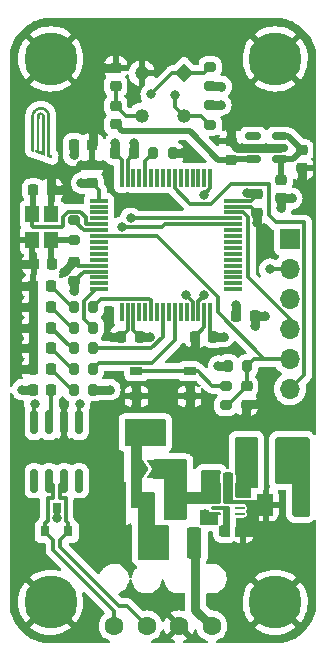
<source format=gbr>
%TF.GenerationSoftware,KiCad,Pcbnew,6.0.8-f2edbf62ab~116~ubuntu20.04.1*%
%TF.CreationDate,2022-10-23T17:18:18+02:00*%
%TF.ProjectId,TireTempSensor_v2.0,54697265-5465-46d7-9053-656e736f725f,rev?*%
%TF.SameCoordinates,Original*%
%TF.FileFunction,Copper,L1,Top*%
%TF.FilePolarity,Positive*%
%FSLAX46Y46*%
G04 Gerber Fmt 4.6, Leading zero omitted, Abs format (unit mm)*
G04 Created by KiCad (PCBNEW 6.0.8-f2edbf62ab~116~ubuntu20.04.1) date 2022-10-23 17:18:18*
%MOMM*%
%LPD*%
G01*
G04 APERTURE LIST*
G04 Aperture macros list*
%AMRoundRect*
0 Rectangle with rounded corners*
0 $1 Rounding radius*
0 $2 $3 $4 $5 $6 $7 $8 $9 X,Y pos of 4 corners*
0 Add a 4 corners polygon primitive as box body*
4,1,4,$2,$3,$4,$5,$6,$7,$8,$9,$2,$3,0*
0 Add four circle primitives for the rounded corners*
1,1,$1+$1,$2,$3*
1,1,$1+$1,$4,$5*
1,1,$1+$1,$6,$7*
1,1,$1+$1,$8,$9*
0 Add four rect primitives between the rounded corners*
20,1,$1+$1,$2,$3,$4,$5,0*
20,1,$1+$1,$4,$5,$6,$7,0*
20,1,$1+$1,$6,$7,$8,$9,0*
20,1,$1+$1,$8,$9,$2,$3,0*%
%AMRotRect*
0 Rectangle, with rotation*
0 The origin of the aperture is its center*
0 $1 length*
0 $2 width*
0 $3 Rotation angle, in degrees counterclockwise*
0 Add horizontal line*
21,1,$1,$2,0,0,$3*%
%AMFreePoly0*
4,1,6,1.000000,0.000000,0.500000,-0.750000,-0.500000,-0.750000,-0.500000,0.750000,0.500000,0.750000,1.000000,0.000000,1.000000,0.000000,$1*%
%AMFreePoly1*
4,1,6,0.500000,-0.750000,-0.650000,-0.750000,-0.150000,0.000000,-0.650000,0.750000,0.500000,0.750000,0.500000,-0.750000,0.500000,-0.750000,$1*%
G04 Aperture macros list end*
%TA.AperFunction,SMDPad,CuDef*%
%ADD10RoundRect,0.200000X0.200000X0.275000X-0.200000X0.275000X-0.200000X-0.275000X0.200000X-0.275000X0*%
%TD*%
%TA.AperFunction,ComponentPad*%
%ADD11C,4.500000*%
%TD*%
%TA.AperFunction,SMDPad,CuDef*%
%ADD12RoundRect,0.218750X-0.218750X-0.256250X0.218750X-0.256250X0.218750X0.256250X-0.218750X0.256250X0*%
%TD*%
%TA.AperFunction,SMDPad,CuDef*%
%ADD13R,3.500000X2.200000*%
%TD*%
%TA.AperFunction,SMDPad,CuDef*%
%ADD14R,1.200000X2.200000*%
%TD*%
%TA.AperFunction,SMDPad,CuDef*%
%ADD15RoundRect,0.225000X-0.250000X0.225000X-0.250000X-0.225000X0.250000X-0.225000X0.250000X0.225000X0*%
%TD*%
%TA.AperFunction,SMDPad,CuDef*%
%ADD16RoundRect,0.150000X0.512500X0.150000X-0.512500X0.150000X-0.512500X-0.150000X0.512500X-0.150000X0*%
%TD*%
%TA.AperFunction,SMDPad,CuDef*%
%ADD17RoundRect,0.218750X0.256250X-0.218750X0.256250X0.218750X-0.256250X0.218750X-0.256250X-0.218750X0*%
%TD*%
%TA.AperFunction,SMDPad,CuDef*%
%ADD18RoundRect,0.062500X-0.325000X-0.062500X0.325000X-0.062500X0.325000X0.062500X-0.325000X0.062500X0*%
%TD*%
%TA.AperFunction,SMDPad,CuDef*%
%ADD19FreePoly0,0.000000*%
%TD*%
%TA.AperFunction,SMDPad,CuDef*%
%ADD20FreePoly1,0.000000*%
%TD*%
%TA.AperFunction,SMDPad,CuDef*%
%ADD21RoundRect,0.225000X-0.225000X-0.250000X0.225000X-0.250000X0.225000X0.250000X-0.225000X0.250000X0*%
%TD*%
%TA.AperFunction,SMDPad,CuDef*%
%ADD22RoundRect,0.250000X0.325000X0.650000X-0.325000X0.650000X-0.325000X-0.650000X0.325000X-0.650000X0*%
%TD*%
%TA.AperFunction,SMDPad,CuDef*%
%ADD23RoundRect,0.150000X-0.150000X0.825000X-0.150000X-0.825000X0.150000X-0.825000X0.150000X0.825000X0*%
%TD*%
%TA.AperFunction,SMDPad,CuDef*%
%ADD24RoundRect,0.225000X0.250000X-0.225000X0.250000X0.225000X-0.250000X0.225000X-0.250000X-0.225000X0*%
%TD*%
%TA.AperFunction,SMDPad,CuDef*%
%ADD25R,1.150000X1.400000*%
%TD*%
%TA.AperFunction,ComponentPad*%
%ADD26C,1.600000*%
%TD*%
%TA.AperFunction,SMDPad,CuDef*%
%ADD27RoundRect,0.225000X0.225000X0.250000X-0.225000X0.250000X-0.225000X-0.250000X0.225000X-0.250000X0*%
%TD*%
%TA.AperFunction,SMDPad,CuDef*%
%ADD28R,1.150000X3.600000*%
%TD*%
%TA.AperFunction,SMDPad,CuDef*%
%ADD29RoundRect,0.250000X0.375000X1.075000X-0.375000X1.075000X-0.375000X-1.075000X0.375000X-1.075000X0*%
%TD*%
%TA.AperFunction,SMDPad,CuDef*%
%ADD30RoundRect,0.200000X-0.200000X-0.275000X0.200000X-0.275000X0.200000X0.275000X-0.200000X0.275000X0*%
%TD*%
%TA.AperFunction,SMDPad,CuDef*%
%ADD31R,1.000000X0.700000*%
%TD*%
%TA.AperFunction,SMDPad,CuDef*%
%ADD32RoundRect,0.200000X-0.275000X0.200000X-0.275000X-0.200000X0.275000X-0.200000X0.275000X0.200000X0*%
%TD*%
%TA.AperFunction,SMDPad,CuDef*%
%ADD33R,0.800000X0.900000*%
%TD*%
%TA.AperFunction,SMDPad,CuDef*%
%ADD34RoundRect,0.075000X-0.700000X-0.075000X0.700000X-0.075000X0.700000X0.075000X-0.700000X0.075000X0*%
%TD*%
%TA.AperFunction,SMDPad,CuDef*%
%ADD35RoundRect,0.075000X-0.075000X-0.700000X0.075000X-0.700000X0.075000X0.700000X-0.075000X0.700000X0*%
%TD*%
%TA.AperFunction,SMDPad,CuDef*%
%ADD36RoundRect,0.200000X0.275000X-0.200000X0.275000X0.200000X-0.275000X0.200000X-0.275000X-0.200000X0*%
%TD*%
%TA.AperFunction,SMDPad,CuDef*%
%ADD37RoundRect,0.218750X0.218750X0.256250X-0.218750X0.256250X-0.218750X-0.256250X0.218750X-0.256250X0*%
%TD*%
%TA.AperFunction,ComponentPad*%
%ADD38RotRect,1.192000X1.192000X45.000000*%
%TD*%
%TA.AperFunction,ComponentPad*%
%ADD39C,1.192000*%
%TD*%
%TA.AperFunction,ComponentPad*%
%ADD40R,1.700000X1.700000*%
%TD*%
%TA.AperFunction,ComponentPad*%
%ADD41O,1.700000X1.700000*%
%TD*%
%TA.AperFunction,ViaPad*%
%ADD42C,0.800000*%
%TD*%
%TA.AperFunction,Conductor*%
%ADD43C,0.750000*%
%TD*%
%TA.AperFunction,Conductor*%
%ADD44C,0.300000*%
%TD*%
%TA.AperFunction,Conductor*%
%ADD45C,0.500000*%
%TD*%
G04 APERTURE END LIST*
%TO.C,G\u002A\u002A\u002A*%
G36*
X102439691Y-72029945D02*
G01*
X102488891Y-72036403D01*
X102490999Y-72036803D01*
X102531902Y-72046823D01*
X102568592Y-72060563D01*
X102601874Y-72078454D01*
X102632552Y-72100928D01*
X102660698Y-72127633D01*
X102686892Y-72159538D01*
X102708850Y-72195252D01*
X102726655Y-72234961D01*
X102740390Y-72278850D01*
X102750137Y-72327103D01*
X102750485Y-72329388D01*
X102750810Y-72332059D01*
X102751120Y-72335721D01*
X102751414Y-72340518D01*
X102751693Y-72346595D01*
X102751958Y-72354098D01*
X102752209Y-72363171D01*
X102752445Y-72373958D01*
X102752668Y-72386605D01*
X102752878Y-72401256D01*
X102753075Y-72418056D01*
X102753260Y-72437149D01*
X102753434Y-72458681D01*
X102753595Y-72482796D01*
X102753745Y-72509639D01*
X102753885Y-72539355D01*
X102754014Y-72572088D01*
X102754133Y-72607983D01*
X102754243Y-72647185D01*
X102754343Y-72689838D01*
X102754434Y-72736088D01*
X102754517Y-72786080D01*
X102754592Y-72839957D01*
X102754659Y-72897864D01*
X102754719Y-72959948D01*
X102754771Y-73026351D01*
X102754817Y-73097219D01*
X102754857Y-73172697D01*
X102754892Y-73252929D01*
X102754920Y-73338060D01*
X102754944Y-73428235D01*
X102754963Y-73523599D01*
X102754978Y-73624296D01*
X102754989Y-73730472D01*
X102754997Y-73842270D01*
X102755001Y-73959836D01*
X102755002Y-74034273D01*
X102754999Y-74147308D01*
X102754985Y-74257443D01*
X102754963Y-74364554D01*
X102754931Y-74468517D01*
X102754891Y-74569209D01*
X102754841Y-74666506D01*
X102754783Y-74760285D01*
X102754717Y-74850421D01*
X102754643Y-74936791D01*
X102754561Y-75019272D01*
X102754470Y-75097740D01*
X102754373Y-75172072D01*
X102754268Y-75242143D01*
X102754156Y-75307830D01*
X102754037Y-75369010D01*
X102753911Y-75425558D01*
X102753778Y-75477352D01*
X102753640Y-75524268D01*
X102753495Y-75566181D01*
X102753344Y-75602969D01*
X102753187Y-75634508D01*
X102753025Y-75660674D01*
X102752857Y-75681343D01*
X102752685Y-75696392D01*
X102752507Y-75705698D01*
X102752325Y-75709137D01*
X102752310Y-75709155D01*
X102748536Y-75708133D01*
X102739172Y-75705081D01*
X102724266Y-75700014D01*
X102703869Y-75692951D01*
X102678030Y-75683909D01*
X102646798Y-75672904D01*
X102610223Y-75659955D01*
X102569005Y-75645309D01*
X102516501Y-75626626D01*
X102515001Y-73987008D01*
X102514892Y-73868388D01*
X102514787Y-73755620D01*
X102514685Y-73648554D01*
X102514587Y-73547041D01*
X102514490Y-73450931D01*
X102514395Y-73360076D01*
X102514301Y-73274327D01*
X102514207Y-73193533D01*
X102514113Y-73117547D01*
X102514017Y-73046218D01*
X102513921Y-72979398D01*
X102513822Y-72916938D01*
X102513720Y-72858687D01*
X102513614Y-72804498D01*
X102513505Y-72754220D01*
X102513390Y-72707706D01*
X102513270Y-72664804D01*
X102513145Y-72625367D01*
X102513012Y-72589246D01*
X102512873Y-72556290D01*
X102512725Y-72526351D01*
X102512569Y-72499279D01*
X102512404Y-72474926D01*
X102512229Y-72453142D01*
X102512043Y-72433778D01*
X102511846Y-72416685D01*
X102511638Y-72401713D01*
X102511418Y-72388714D01*
X102511184Y-72377538D01*
X102510937Y-72368036D01*
X102510676Y-72360059D01*
X102510400Y-72353458D01*
X102510108Y-72348084D01*
X102509800Y-72343786D01*
X102509476Y-72340417D01*
X102509134Y-72337827D01*
X102508775Y-72335866D01*
X102508396Y-72334387D01*
X102508025Y-72333305D01*
X102498431Y-72315687D01*
X102484769Y-72300114D01*
X102468637Y-72288294D01*
X102463360Y-72285647D01*
X102455580Y-72282520D01*
X102447932Y-72280454D01*
X102438857Y-72279235D01*
X102426797Y-72278648D01*
X102411493Y-72278479D01*
X102388419Y-72279008D01*
X102370010Y-72280994D01*
X102355025Y-72284832D01*
X102342224Y-72290917D01*
X102330366Y-72299645D01*
X102322763Y-72306735D01*
X102310236Y-72321136D01*
X102301657Y-72335131D01*
X102300262Y-72338389D01*
X102299821Y-72339616D01*
X102299403Y-72341054D01*
X102299008Y-72342862D01*
X102298634Y-72345197D01*
X102298280Y-72348217D01*
X102297947Y-72352081D01*
X102297633Y-72356946D01*
X102297338Y-72362971D01*
X102297060Y-72370313D01*
X102296800Y-72379131D01*
X102296556Y-72389583D01*
X102296329Y-72401827D01*
X102296116Y-72416020D01*
X102295918Y-72432321D01*
X102295734Y-72450888D01*
X102295563Y-72471879D01*
X102295404Y-72495451D01*
X102295257Y-72521764D01*
X102295120Y-72550975D01*
X102294995Y-72583241D01*
X102294878Y-72618722D01*
X102294771Y-72657575D01*
X102294672Y-72699958D01*
X102294580Y-72746030D01*
X102294495Y-72795947D01*
X102294417Y-72849869D01*
X102294343Y-72907953D01*
X102294275Y-72970358D01*
X102294210Y-73037241D01*
X102294149Y-73108761D01*
X102294091Y-73185075D01*
X102294034Y-73266342D01*
X102293979Y-73352719D01*
X102293924Y-73444365D01*
X102293869Y-73541438D01*
X102293813Y-73644095D01*
X102293756Y-73752496D01*
X102293718Y-73823865D01*
X102292953Y-75294341D01*
X102344722Y-75312680D01*
X102362840Y-75319080D01*
X102380452Y-75325270D01*
X102396193Y-75330772D01*
X102408695Y-75335108D01*
X102415243Y-75337347D01*
X102433995Y-75343677D01*
X102433995Y-75597924D01*
X102409243Y-75588992D01*
X102402532Y-75586590D01*
X102390648Y-75582361D01*
X102374078Y-75576475D01*
X102353305Y-75569105D01*
X102328815Y-75560422D01*
X102301093Y-75550599D01*
X102270624Y-75539807D01*
X102237892Y-75528219D01*
X102203384Y-75516005D01*
X102167583Y-75503339D01*
X102156473Y-75499409D01*
X101928455Y-75418758D01*
X101927672Y-75292435D01*
X101927547Y-75265559D01*
X101927510Y-75240636D01*
X101927556Y-75218284D01*
X101927681Y-75199122D01*
X101927880Y-75183770D01*
X101928147Y-75172845D01*
X101928478Y-75166969D01*
X101928681Y-75166112D01*
X101931922Y-75167068D01*
X101939958Y-75169739D01*
X101951931Y-75173831D01*
X101966982Y-75179050D01*
X101984253Y-75185102D01*
X101989960Y-75187113D01*
X102007742Y-75193364D01*
X102023568Y-75198874D01*
X102036580Y-75203349D01*
X102045921Y-75206495D01*
X102050732Y-75208018D01*
X102051172Y-75208115D01*
X102051285Y-75205145D01*
X102051399Y-75196359D01*
X102051516Y-75181939D01*
X102051633Y-75162068D01*
X102051752Y-75136932D01*
X102051870Y-75106712D01*
X102051989Y-75071593D01*
X102052108Y-75031757D01*
X102052227Y-74987389D01*
X102052344Y-74938672D01*
X102052460Y-74885789D01*
X102052575Y-74828924D01*
X102052688Y-74768260D01*
X102052799Y-74703981D01*
X102052907Y-74636270D01*
X102053012Y-74565312D01*
X102053115Y-74491288D01*
X102053213Y-74414383D01*
X102053308Y-74334780D01*
X102053399Y-74252663D01*
X102053485Y-74168215D01*
X102053566Y-74081620D01*
X102053642Y-73993061D01*
X102053712Y-73902721D01*
X102053777Y-73810785D01*
X102053803Y-73770252D01*
X102053874Y-73659105D01*
X102053943Y-73553800D01*
X102054012Y-73454175D01*
X102054081Y-73360072D01*
X102054149Y-73271330D01*
X102054220Y-73187791D01*
X102054291Y-73109295D01*
X102054366Y-73035681D01*
X102054443Y-72966790D01*
X102054524Y-72902463D01*
X102054610Y-72842540D01*
X102054701Y-72786861D01*
X102054797Y-72735266D01*
X102054900Y-72687596D01*
X102055010Y-72643692D01*
X102055128Y-72603393D01*
X102055254Y-72566540D01*
X102055390Y-72532973D01*
X102055534Y-72502532D01*
X102055690Y-72475059D01*
X102055856Y-72450393D01*
X102056034Y-72428374D01*
X102056224Y-72408843D01*
X102056428Y-72391640D01*
X102056644Y-72376606D01*
X102056876Y-72363581D01*
X102057122Y-72352405D01*
X102057384Y-72342919D01*
X102057662Y-72334963D01*
X102057957Y-72328377D01*
X102058270Y-72323001D01*
X102058601Y-72318677D01*
X102058951Y-72315243D01*
X102059320Y-72312542D01*
X102059710Y-72310412D01*
X102059825Y-72309887D01*
X102071250Y-72268298D01*
X102085698Y-72231256D01*
X102103534Y-72197928D01*
X102118469Y-72176042D01*
X102149460Y-72139347D01*
X102183524Y-72107748D01*
X102220433Y-72081331D01*
X102259960Y-72060181D01*
X102301877Y-72044382D01*
X102345956Y-72034019D01*
X102391970Y-72029179D01*
X102439691Y-72029945D01*
G37*
G36*
X102439283Y-71564806D02*
G01*
X102466964Y-71565481D01*
X102491413Y-71566775D01*
X102514010Y-71568815D01*
X102536133Y-71571728D01*
X102559162Y-71575641D01*
X102584475Y-71580681D01*
X102587007Y-71581215D01*
X102654025Y-71598354D01*
X102718599Y-71620861D01*
X102780486Y-71648603D01*
X102839441Y-71681446D01*
X102895221Y-71719256D01*
X102947584Y-71761900D01*
X102989062Y-71801684D01*
X103029875Y-71847451D01*
X103066116Y-71895818D01*
X103097921Y-71947095D01*
X103125429Y-72001590D01*
X103148776Y-72059614D01*
X103168102Y-72121475D01*
X103183542Y-72187484D01*
X103195236Y-72257948D01*
X103196543Y-72267884D01*
X103196819Y-72271345D01*
X103197084Y-72277392D01*
X103197337Y-72286145D01*
X103197580Y-72297721D01*
X103197812Y-72312239D01*
X103198035Y-72329817D01*
X103198247Y-72350573D01*
X103198450Y-72374627D01*
X103198643Y-72402096D01*
X103198828Y-72433098D01*
X103199005Y-72467753D01*
X103199173Y-72506178D01*
X103199333Y-72548493D01*
X103199486Y-72594815D01*
X103199631Y-72645262D01*
X103199770Y-72699954D01*
X103199902Y-72759008D01*
X103200028Y-72822544D01*
X103200148Y-72890678D01*
X103200262Y-72963531D01*
X103200371Y-73041220D01*
X103200475Y-73123863D01*
X103200575Y-73211579D01*
X103200670Y-73304487D01*
X103200761Y-73402704D01*
X103200848Y-73506350D01*
X103200932Y-73615543D01*
X103201014Y-73730400D01*
X103201092Y-73851041D01*
X103201156Y-73956065D01*
X103202129Y-75615744D01*
X103217843Y-75621518D01*
X103224810Y-75624032D01*
X103236528Y-75628209D01*
X103252088Y-75633726D01*
X103270580Y-75640262D01*
X103291092Y-75647494D01*
X103312715Y-75655100D01*
X103313775Y-75655472D01*
X103393992Y-75683653D01*
X103394031Y-75810733D01*
X103394029Y-75841684D01*
X103393988Y-75867154D01*
X103393885Y-75887663D01*
X103393699Y-75903729D01*
X103393410Y-75915874D01*
X103392994Y-75924616D01*
X103392430Y-75930475D01*
X103391697Y-75933971D01*
X103390773Y-75935623D01*
X103389636Y-75935950D01*
X103388820Y-75935719D01*
X103384966Y-75934307D01*
X103375808Y-75931024D01*
X103361703Y-75925993D01*
X103343003Y-75919341D01*
X103320064Y-75911193D01*
X103293241Y-75901676D01*
X103262887Y-75890914D01*
X103229359Y-75879035D01*
X103193010Y-75866163D01*
X103154195Y-75852424D01*
X103113270Y-75837944D01*
X103070587Y-75822849D01*
X103032542Y-75809399D01*
X103013717Y-75802645D01*
X102996795Y-75796382D01*
X102982597Y-75790931D01*
X102971947Y-75786610D01*
X102965665Y-75783741D01*
X102964344Y-75782864D01*
X102964215Y-75779703D01*
X102964088Y-75770708D01*
X102963963Y-75756047D01*
X102963840Y-75735888D01*
X102963719Y-75710398D01*
X102963601Y-75679743D01*
X102963485Y-75644091D01*
X102963372Y-75603610D01*
X102963262Y-75558467D01*
X102963156Y-75508828D01*
X102963053Y-75454862D01*
X102962954Y-75396735D01*
X102962859Y-75334615D01*
X102962768Y-75268669D01*
X102962682Y-75199064D01*
X102962600Y-75125967D01*
X102962524Y-75049547D01*
X102962452Y-74969970D01*
X102962386Y-74887403D01*
X102962325Y-74802013D01*
X102962270Y-74713969D01*
X102962221Y-74623436D01*
X102962178Y-74530583D01*
X102962141Y-74435577D01*
X102962111Y-74338585D01*
X102962088Y-74239774D01*
X102962073Y-74139311D01*
X102962064Y-74041023D01*
X102962052Y-73900387D01*
X102962029Y-73765505D01*
X102961996Y-73636388D01*
X102961953Y-73513046D01*
X102961899Y-73395491D01*
X102961836Y-73283732D01*
X102961762Y-73177782D01*
X102961677Y-73077649D01*
X102961583Y-72983345D01*
X102961479Y-72894882D01*
X102961364Y-72812268D01*
X102961239Y-72735515D01*
X102961104Y-72664634D01*
X102960959Y-72599636D01*
X102960804Y-72540530D01*
X102960639Y-72487328D01*
X102960464Y-72440041D01*
X102960279Y-72398679D01*
X102960084Y-72363252D01*
X102959879Y-72333772D01*
X102959664Y-72310249D01*
X102959439Y-72292694D01*
X102959204Y-72281117D01*
X102958959Y-72275529D01*
X102958944Y-72275384D01*
X102956947Y-72258154D01*
X102955152Y-72244735D01*
X102953186Y-72233118D01*
X102950675Y-72221291D01*
X102947245Y-72207245D01*
X102943718Y-72193557D01*
X102927275Y-72141531D01*
X102905909Y-72092417D01*
X102879891Y-72046518D01*
X102849490Y-72004134D01*
X102814976Y-71965569D01*
X102776620Y-71931125D01*
X102734692Y-71901102D01*
X102689460Y-71875804D01*
X102641629Y-71855685D01*
X102591421Y-71840492D01*
X102537722Y-71829241D01*
X102481609Y-71821986D01*
X102424157Y-71818778D01*
X102366444Y-71819669D01*
X102309547Y-71824713D01*
X102254543Y-71833960D01*
X102243480Y-71836407D01*
X102204002Y-71847253D01*
X102163878Y-71861480D01*
X102125135Y-71878270D01*
X102089798Y-71896806D01*
X102081467Y-71901780D01*
X102038794Y-71931480D01*
X101999906Y-71965699D01*
X101964958Y-72004174D01*
X101934109Y-72046646D01*
X101907515Y-72092851D01*
X101885333Y-72142530D01*
X101867720Y-72195420D01*
X101854833Y-72251260D01*
X101849091Y-72288807D01*
X101848824Y-72293559D01*
X101848570Y-72303429D01*
X101848328Y-72318456D01*
X101848099Y-72338678D01*
X101847881Y-72364136D01*
X101847676Y-72394866D01*
X101847482Y-72430909D01*
X101847300Y-72472303D01*
X101847131Y-72519088D01*
X101846973Y-72571302D01*
X101846826Y-72628983D01*
X101846691Y-72692172D01*
X101846568Y-72760907D01*
X101846456Y-72835226D01*
X101846356Y-72915169D01*
X101846266Y-73000775D01*
X101846188Y-73092083D01*
X101846121Y-73189131D01*
X101846066Y-73291958D01*
X101846021Y-73400604D01*
X101845987Y-73515106D01*
X101845963Y-73635506D01*
X101845951Y-73761840D01*
X101845948Y-73851180D01*
X101845944Y-73946915D01*
X101845931Y-74041139D01*
X101845910Y-74133675D01*
X101845881Y-74224344D01*
X101845844Y-74312970D01*
X101845799Y-74399375D01*
X101845748Y-74483381D01*
X101845689Y-74564811D01*
X101845624Y-74643488D01*
X101845552Y-74719234D01*
X101845474Y-74791871D01*
X101845391Y-74861223D01*
X101845301Y-74927112D01*
X101845206Y-74989359D01*
X101845106Y-75047789D01*
X101845001Y-75102223D01*
X101844892Y-75152484D01*
X101844778Y-75198394D01*
X101844660Y-75239777D01*
X101844538Y-75276454D01*
X101844412Y-75308248D01*
X101844283Y-75334982D01*
X101844152Y-75356478D01*
X101844017Y-75372559D01*
X101843880Y-75383047D01*
X101843740Y-75387765D01*
X101843698Y-75388028D01*
X101840474Y-75387037D01*
X101832199Y-75384246D01*
X101819477Y-75379866D01*
X101802911Y-75374108D01*
X101783105Y-75367181D01*
X101760663Y-75359296D01*
X101736187Y-75350663D01*
X101724439Y-75346508D01*
X101607429Y-75305088D01*
X101606549Y-73838240D01*
X101606476Y-73706670D01*
X101606421Y-73581094D01*
X101606381Y-73461505D01*
X101606358Y-73347897D01*
X101606352Y-73240261D01*
X101606363Y-73138593D01*
X101606390Y-73042884D01*
X101606433Y-72953129D01*
X101606493Y-72869320D01*
X101606570Y-72791451D01*
X101606664Y-72719514D01*
X101606774Y-72653504D01*
X101606901Y-72593414D01*
X101607045Y-72539236D01*
X101607205Y-72490964D01*
X101607382Y-72448591D01*
X101607575Y-72412111D01*
X101607786Y-72381516D01*
X101608013Y-72356800D01*
X101608257Y-72337957D01*
X101608517Y-72324979D01*
X101608762Y-72318379D01*
X101614508Y-72250870D01*
X101623684Y-72187913D01*
X101636441Y-72129037D01*
X101652932Y-72073768D01*
X101673307Y-72021633D01*
X101697720Y-71972160D01*
X101726320Y-71924876D01*
X101742447Y-71901619D01*
X101786510Y-71845585D01*
X101834102Y-71794291D01*
X101885073Y-71747839D01*
X101939273Y-71706331D01*
X101996554Y-71669869D01*
X102056766Y-71638555D01*
X102119759Y-71612490D01*
X102185385Y-71591777D01*
X102203614Y-71587096D01*
X102234087Y-71580056D01*
X102262144Y-71574563D01*
X102289247Y-71570454D01*
X102316855Y-71567568D01*
X102346428Y-71565744D01*
X102379426Y-71564821D01*
X102406992Y-71564623D01*
X102439283Y-71564806D01*
G37*
%TD*%
D10*
%TO.P,R8,1*%
%TO.N,/LED WAR2*%
X106825000Y-90250000D03*
%TO.P,R8,2*%
%TO.N,Net-(D4-Pad2)*%
X105175000Y-90250000D03*
%TD*%
D11*
%TO.P,H4,1,1*%
%TO.N,GND*%
X103250000Y-67500000D03*
%TD*%
%TO.P,H2,1,1*%
%TO.N,GND*%
X103250000Y-113500000D03*
%TD*%
D12*
%TO.P,D2,1,K*%
%TO.N,GND*%
X101712500Y-86750000D03*
%TO.P,D2,2,A*%
%TO.N,Net-(D2-Pad2)*%
X103287500Y-86750000D03*
%TD*%
D13*
%TO.P,Q1,1,D*%
%TO.N,Net-(F1-Pad2)*%
X111250000Y-99150000D03*
D14*
X111250000Y-105350000D03*
%TO.P,Q1,2,S*%
%TO.N,/Power Supply 3.3v 2.6v/+24V safe*%
X113550000Y-105350000D03*
%TO.P,Q1,3,G*%
%TO.N,GND*%
X108950000Y-105350000D03*
%TD*%
D12*
%TO.P,D4,1,K*%
%TO.N,GND*%
X101712500Y-88500000D03*
%TO.P,D4,2,A*%
%TO.N,Net-(D4-Pad2)*%
X103287500Y-88500000D03*
%TD*%
D15*
%TO.P,C4,1*%
%TO.N,/+3V3_uC*%
X120750000Y-78975000D03*
%TO.P,C4,2*%
%TO.N,GND*%
X120750000Y-80525000D03*
%TD*%
D10*
%TO.P,R9,1*%
%TO.N,/LED OK*%
X106825000Y-93750000D03*
%TO.P,R9,2*%
%TO.N,Net-(D5-Pad2)*%
X105175000Y-93750000D03*
%TD*%
D16*
%TO.P,U2,1,VIN*%
%TO.N,Net-(C14-Pad1)*%
X122637500Y-75950000D03*
%TO.P,U2,2,GND*%
%TO.N,GND*%
X122637500Y-75000000D03*
%TO.P,U2,3,EN*%
%TO.N,Net-(C14-Pad1)*%
X122637500Y-74050000D03*
%TO.P,U2,4,NC*%
%TO.N,unconnected-(U2-Pad4)*%
X120362500Y-74050000D03*
%TO.P,U2,5,VOUT*%
%TO.N,+2V6*%
X120362500Y-75950000D03*
%TD*%
D17*
%TO.P,FB3,1*%
%TO.N,+2V6*%
X108750000Y-73037500D03*
%TO.P,FB3,2*%
%TO.N,Net-(C17-Pad1)*%
X108750000Y-71462500D03*
%TD*%
D10*
%TO.P,R4,1*%
%TO.N,/LED ERR*%
X106825000Y-88500000D03*
%TO.P,R4,2*%
%TO.N,Net-(D2-Pad2)*%
X105175000Y-88500000D03*
%TD*%
D12*
%TO.P,FB4,1*%
%TO.N,+3V3*%
X101712500Y-95500000D03*
%TO.P,FB4,2*%
%TO.N,Net-(FB4-Pad2)*%
X103287500Y-95500000D03*
%TD*%
D18*
%TO.P,IC1,1,VIN*%
%TO.N,/Power Supply 3.3v 2.6v/+24V safe*%
X117262500Y-104500000D03*
%TO.P,IC1,2,EN/UVLO*%
X117262500Y-105000000D03*
%TO.P,IC1,3,VCC*%
%TO.N,Net-(C13-Pad1)*%
X117262500Y-105500000D03*
%TO.P,IC1,4,FB/VOUT*%
%TO.N,+3V3*%
X117262500Y-106000000D03*
%TO.P,IC1,5,MODE*%
%TO.N,unconnected-(IC1-Pad5)*%
X119237500Y-106000000D03*
%TO.P,IC1,6,~{RESET}*%
%TO.N,unconnected-(IC1-Pad6)*%
X119237500Y-105500000D03*
%TO.P,IC1,7,GND*%
%TO.N,GND*%
X119237500Y-105000000D03*
%TO.P,IC1,8,LX*%
%TO.N,Net-(IC1-Pad8)*%
X119237500Y-104500000D03*
%TD*%
D19*
%TO.P,JP1,1,A*%
%TO.N,Net-(F1-Pad2)*%
X110525000Y-102250000D03*
D20*
%TO.P,JP1,2,B*%
%TO.N,/Power Supply 3.3v 2.6v/+24V safe*%
X111975000Y-102250000D03*
%TD*%
D21*
%TO.P,C2,1*%
%TO.N,/+3V3_uC*%
X108725000Y-75500000D03*
%TO.P,C2,2*%
%TO.N,GND*%
X110275000Y-75500000D03*
%TD*%
D22*
%TO.P,C16,1*%
%TO.N,+3V3*%
X124425000Y-105250000D03*
%TO.P,C16,2*%
%TO.N,GND*%
X121475000Y-105250000D03*
%TD*%
D12*
%TO.P,D3,1,K*%
%TO.N,GND*%
X101712500Y-90250000D03*
%TO.P,D3,2,A*%
%TO.N,Net-(D3-Pad2)*%
X103287500Y-90250000D03*
%TD*%
D23*
%TO.P,U3,1,D*%
%TO.N,/CAN TX*%
X105655000Y-98275000D03*
%TO.P,U3,2,GND*%
%TO.N,GND*%
X104385000Y-98275000D03*
%TO.P,U3,3,VCC*%
%TO.N,Net-(FB4-Pad2)*%
X103115000Y-98275000D03*
%TO.P,U3,4,R*%
%TO.N,/CAN RX*%
X101845000Y-98275000D03*
%TO.P,U3,5,NC*%
%TO.N,unconnected-(U3-Pad5)*%
X101845000Y-103225000D03*
%TO.P,U3,6,CANL*%
%TO.N,/CAN -*%
X103115000Y-103225000D03*
%TO.P,U3,7,CANH*%
%TO.N,/CAN +*%
X104385000Y-103225000D03*
%TO.P,U3,8,NC*%
%TO.N,unconnected-(U3-Pad8)*%
X105655000Y-103225000D03*
%TD*%
D21*
%TO.P,C1,1*%
%TO.N,/+3V3_uC*%
X105225000Y-74750000D03*
%TO.P,C1,2*%
%TO.N,GND*%
X106775000Y-74750000D03*
%TD*%
D24*
%TO.P,C17,1*%
%TO.N,Net-(C17-Pad1)*%
X108750000Y-69775000D03*
%TO.P,C17,2*%
%TO.N,GND*%
X108750000Y-68225000D03*
%TD*%
D21*
%TO.P,C12,1*%
%TO.N,/Power Supply 3.3v 2.6v/+24V safe*%
X116700000Y-103000000D03*
%TO.P,C12,2*%
%TO.N,GND*%
X118250000Y-103000000D03*
%TD*%
D25*
%TO.P,Y1,1,1*%
%TO.N,/OSC IN*%
X101700000Y-80650000D03*
%TO.P,Y1,2,2*%
%TO.N,GND*%
X101700000Y-82850000D03*
%TO.P,Y1,3,3*%
%TO.N,Net-(C10-Pad1)*%
X103300000Y-82850000D03*
%TO.P,Y1,4,4*%
%TO.N,GND*%
X103300000Y-80650000D03*
%TD*%
D17*
%TO.P,FB2,1*%
%TO.N,+3V3*%
X122750000Y-79287500D03*
%TO.P,FB2,2*%
%TO.N,Net-(C14-Pad1)*%
X122750000Y-77712500D03*
%TD*%
D12*
%TO.P,D5,1,K*%
%TO.N,GND*%
X101712500Y-92000000D03*
%TO.P,D5,2,A*%
%TO.N,Net-(D5-Pad2)*%
X103287500Y-92000000D03*
%TD*%
D21*
%TO.P,C13,1*%
%TO.N,Net-(C13-Pad1)*%
X117950000Y-107500000D03*
%TO.P,C13,2*%
%TO.N,GND*%
X119500000Y-107500000D03*
%TD*%
D15*
%TO.P,C14,1*%
%TO.N,Net-(C14-Pad1)*%
X124500000Y-75225000D03*
%TO.P,C14,2*%
%TO.N,GND*%
X124500000Y-76775000D03*
%TD*%
D26*
%TO.P,J2,1,Pin_1*%
%TO.N,+24V*%
X116875000Y-115500000D03*
%TO.P,J2,2,Pin_2*%
%TO.N,GND*%
X114125000Y-115500000D03*
%TO.P,J2,3,Pin_3*%
%TO.N,/CAN +*%
X111375000Y-115500000D03*
%TO.P,J2,4,Pin_4*%
%TO.N,/CAN -*%
X108625000Y-115500000D03*
%TD*%
D27*
%TO.P,C10,1*%
%TO.N,Net-(C10-Pad1)*%
X103350000Y-84850000D03*
%TO.P,C10,2*%
%TO.N,GND*%
X101800000Y-84850000D03*
%TD*%
D28*
%TO.P,L1,1,1*%
%TO.N,Net-(IC1-Pad8)*%
X120000000Y-101500000D03*
%TO.P,L1,2,2*%
%TO.N,+3V3*%
X122950000Y-101500000D03*
%TD*%
D29*
%TO.P,F1,1*%
%TO.N,+24V*%
X115400000Y-108500000D03*
%TO.P,F1,2*%
%TO.N,Net-(F1-Pad2)*%
X112600000Y-108500000D03*
%TD*%
D30*
%TO.P,R1,1*%
%TO.N,Net-(R1-Pad1)*%
X111925000Y-75500000D03*
%TO.P,R1,2*%
%TO.N,GND*%
X113575000Y-75500000D03*
%TD*%
D27*
%TO.P,C7,1*%
%TO.N,/+3V3_uC*%
X117025000Y-91000000D03*
%TO.P,C7,2*%
%TO.N,GND*%
X115475000Y-91000000D03*
%TD*%
D31*
%TO.P,SW1,1,A*%
%TO.N,GND*%
X115000000Y-96075000D03*
%TO.P,SW1,2,A*%
X110500000Y-96075000D03*
%TO.P,SW1,3,B*%
%TO.N,Net-(R3-Pad1)*%
X115000000Y-93925000D03*
%TO.P,SW1,4,B*%
X110500000Y-93925000D03*
%TD*%
D10*
%TO.P,R10,1*%
%TO.N,+3V3*%
X106825000Y-95500000D03*
%TO.P,R10,2*%
%TO.N,Net-(D6-Pad2)*%
X105175000Y-95500000D03*
%TD*%
D32*
%TO.P,R2,1*%
%TO.N,/OSC OUT*%
X105250000Y-81175000D03*
%TO.P,R2,2*%
%TO.N,Net-(C10-Pad1)*%
X105250000Y-82825000D03*
%TD*%
D11*
%TO.P,H3,1,1*%
%TO.N,GND*%
X122250000Y-67500000D03*
%TD*%
D24*
%TO.P,C3,1*%
%TO.N,/+3V3_uC*%
X105250000Y-86275000D03*
%TO.P,C3,2*%
%TO.N,GND*%
X105250000Y-84725000D03*
%TD*%
D10*
%TO.P,R11,1*%
%TO.N,/NRST*%
X119900000Y-93500000D03*
%TO.P,R11,2*%
%TO.N,+3V3*%
X118250000Y-93500000D03*
%TD*%
D33*
%TO.P,D1,1,K*%
%TO.N,/CAN -*%
X102800000Y-107500000D03*
%TO.P,D1,2,K*%
%TO.N,/CAN +*%
X104700000Y-107500000D03*
%TO.P,D1,3,A*%
%TO.N,GND*%
X103750000Y-105500000D03*
%TD*%
D12*
%TO.P,D6,1,K*%
%TO.N,GND*%
X101712500Y-93750000D03*
%TO.P,D6,2,A*%
%TO.N,Net-(D6-Pad2)*%
X103287500Y-93750000D03*
%TD*%
D34*
%TO.P,U1,1,VBAT*%
%TO.N,/+3V3_uC*%
X107325000Y-79500000D03*
%TO.P,U1,2,PC13*%
%TO.N,unconnected-(U1-Pad2)*%
X107325000Y-80000000D03*
%TO.P,U1,3,PC14-OSC32_IN*%
%TO.N,unconnected-(U1-Pad3)*%
X107325000Y-80500000D03*
%TO.P,U1,4,PC15-OSC32_OUT*%
%TO.N,unconnected-(U1-Pad4)*%
X107325000Y-81000000D03*
%TO.P,U1,5,PH0-OSC_IN*%
%TO.N,/OSC IN*%
X107325000Y-81500000D03*
%TO.P,U1,6,PH1-OSC_OUT*%
%TO.N,/OSC OUT*%
X107325000Y-82000000D03*
%TO.P,U1,7,NRST*%
%TO.N,/NRST*%
X107325000Y-82500000D03*
%TO.P,U1,8,PC0*%
%TO.N,unconnected-(U1-Pad8)*%
X107325000Y-83000000D03*
%TO.P,U1,9,PC1*%
%TO.N,unconnected-(U1-Pad9)*%
X107325000Y-83500000D03*
%TO.P,U1,10,PC2*%
%TO.N,unconnected-(U1-Pad10)*%
X107325000Y-84000000D03*
%TO.P,U1,11,PC3*%
%TO.N,unconnected-(U1-Pad11)*%
X107325000Y-84500000D03*
%TO.P,U1,12,VSSA/VREF-*%
%TO.N,GND*%
X107325000Y-85000000D03*
%TO.P,U1,13,VDDA/VREF+*%
%TO.N,/+3V3_uC*%
X107325000Y-85500000D03*
%TO.P,U1,14,PA0*%
%TO.N,unconnected-(U1-Pad14)*%
X107325000Y-86000000D03*
%TO.P,U1,15,PA1*%
%TO.N,unconnected-(U1-Pad15)*%
X107325000Y-86500000D03*
%TO.P,U1,16,PA2*%
%TO.N,/LED WAR2*%
X107325000Y-87000000D03*
D35*
%TO.P,U1,17,PA3*%
%TO.N,unconnected-(U1-Pad17)*%
X109250000Y-88925000D03*
%TO.P,U1,18,VSS*%
%TO.N,GND*%
X109750000Y-88925000D03*
%TO.P,U1,19,VDD*%
%TO.N,/+3V3_uC*%
X110250000Y-88925000D03*
%TO.P,U1,20,PA4*%
%TO.N,unconnected-(U1-Pad20)*%
X110750000Y-88925000D03*
%TO.P,U1,21,PA5*%
%TO.N,unconnected-(U1-Pad21)*%
X111250000Y-88925000D03*
%TO.P,U1,22,PA6*%
%TO.N,/LED ERR*%
X111750000Y-88925000D03*
%TO.P,U1,23,PA7*%
%TO.N,unconnected-(U1-Pad23)*%
X112250000Y-88925000D03*
%TO.P,U1,24,PC4*%
%TO.N,/LED WAR1*%
X112750000Y-88925000D03*
%TO.P,U1,25,PC5*%
%TO.N,unconnected-(U1-Pad25)*%
X113250000Y-88925000D03*
%TO.P,U1,26,PB0*%
%TO.N,/LED OK*%
X113750000Y-88925000D03*
%TO.P,U1,27,PB1*%
%TO.N,unconnected-(U1-Pad27)*%
X114250000Y-88925000D03*
%TO.P,U1,28,PB2*%
%TO.N,unconnected-(U1-Pad28)*%
X114750000Y-88925000D03*
%TO.P,U1,29,PB10*%
%TO.N,/SCL*%
X115250000Y-88925000D03*
%TO.P,U1,30,PB11*%
%TO.N,/SDA*%
X115750000Y-88925000D03*
%TO.P,U1,31,VSS*%
%TO.N,GND*%
X116250000Y-88925000D03*
%TO.P,U1,32,VDD*%
%TO.N,/+3V3_uC*%
X116750000Y-88925000D03*
D34*
%TO.P,U1,33,PB12*%
%TO.N,unconnected-(U1-Pad33)*%
X118675000Y-87000000D03*
%TO.P,U1,34,PB13*%
%TO.N,unconnected-(U1-Pad34)*%
X118675000Y-86500000D03*
%TO.P,U1,35,PB14*%
%TO.N,unconnected-(U1-Pad35)*%
X118675000Y-86000000D03*
%TO.P,U1,36,PB15*%
%TO.N,unconnected-(U1-Pad36)*%
X118675000Y-85500000D03*
%TO.P,U1,37,PC6*%
%TO.N,unconnected-(U1-Pad37)*%
X118675000Y-85000000D03*
%TO.P,U1,38,PC7*%
%TO.N,unconnected-(U1-Pad38)*%
X118675000Y-84500000D03*
%TO.P,U1,39,PC8*%
%TO.N,unconnected-(U1-Pad39)*%
X118675000Y-84000000D03*
%TO.P,U1,40,PC9*%
%TO.N,unconnected-(U1-Pad40)*%
X118675000Y-83500000D03*
%TO.P,U1,41,PA8*%
%TO.N,unconnected-(U1-Pad41)*%
X118675000Y-83000000D03*
%TO.P,U1,42,PA9*%
%TO.N,unconnected-(U1-Pad42)*%
X118675000Y-82500000D03*
%TO.P,U1,43,PA10*%
%TO.N,unconnected-(U1-Pad43)*%
X118675000Y-82000000D03*
%TO.P,U1,44,PA11*%
%TO.N,/CAN RX*%
X118675000Y-81500000D03*
%TO.P,U1,45,PA12*%
%TO.N,/CAN TX*%
X118675000Y-81000000D03*
%TO.P,U1,46,PA13*%
%TO.N,/SWDIO*%
X118675000Y-80500000D03*
%TO.P,U1,47,VSS*%
%TO.N,GND*%
X118675000Y-80000000D03*
%TO.P,U1,48,VDDUSB*%
%TO.N,/+3V3_uC*%
X118675000Y-79500000D03*
D35*
%TO.P,U1,49,PA14*%
%TO.N,/SWCLK*%
X116750000Y-77575000D03*
%TO.P,U1,50,PA15*%
%TO.N,unconnected-(U1-Pad50)*%
X116250000Y-77575000D03*
%TO.P,U1,51,PC10*%
%TO.N,unconnected-(U1-Pad51)*%
X115750000Y-77575000D03*
%TO.P,U1,52,PC11*%
%TO.N,unconnected-(U1-Pad52)*%
X115250000Y-77575000D03*
%TO.P,U1,53,PC12*%
%TO.N,unconnected-(U1-Pad53)*%
X114750000Y-77575000D03*
%TO.P,U1,54,PD2*%
%TO.N,unconnected-(U1-Pad54)*%
X114250000Y-77575000D03*
%TO.P,U1,55,PB3*%
%TO.N,/SWO*%
X113750000Y-77575000D03*
%TO.P,U1,56,PB4*%
%TO.N,unconnected-(U1-Pad56)*%
X113250000Y-77575000D03*
%TO.P,U1,57,PB5*%
%TO.N,unconnected-(U1-Pad57)*%
X112750000Y-77575000D03*
%TO.P,U1,58,PB6*%
%TO.N,unconnected-(U1-Pad58)*%
X112250000Y-77575000D03*
%TO.P,U1,59,PB7*%
%TO.N,unconnected-(U1-Pad59)*%
X111750000Y-77575000D03*
%TO.P,U1,60,PH3-BOOT*%
%TO.N,Net-(R1-Pad1)*%
X111250000Y-77575000D03*
%TO.P,U1,61,PB8*%
%TO.N,unconnected-(U1-Pad61)*%
X110750000Y-77575000D03*
%TO.P,U1,62,PB9*%
%TO.N,unconnected-(U1-Pad62)*%
X110250000Y-77575000D03*
%TO.P,U1,63,VSS*%
%TO.N,GND*%
X109750000Y-77575000D03*
%TO.P,U1,64,VDD*%
%TO.N,/+3V3_uC*%
X109250000Y-77575000D03*
%TD*%
D24*
%TO.P,C15,1*%
%TO.N,+2V6*%
X118500000Y-76025000D03*
%TO.P,C15,2*%
%TO.N,GND*%
X118500000Y-74475000D03*
%TD*%
D36*
%TO.P,R6,1*%
%TO.N,+3V3*%
X116756052Y-69825000D03*
%TO.P,R6,2*%
%TO.N,/SCL*%
X116756052Y-68175000D03*
%TD*%
D10*
%TO.P,R7,1*%
%TO.N,/LED WAR1*%
X106825000Y-92000000D03*
%TO.P,R7,2*%
%TO.N,Net-(D3-Pad2)*%
X105175000Y-92000000D03*
%TD*%
D24*
%TO.P,C5,1*%
%TO.N,/+3V3_uC*%
X106750000Y-78025000D03*
%TO.P,C5,2*%
%TO.N,GND*%
X106750000Y-76475000D03*
%TD*%
D11*
%TO.P,H1,1,1*%
%TO.N,GND*%
X122250000Y-113500000D03*
%TD*%
D15*
%TO.P,C11,1*%
%TO.N,/NRST*%
X119825000Y-95225000D03*
%TO.P,C11,2*%
%TO.N,GND*%
X119825000Y-96775000D03*
%TD*%
D21*
%TO.P,C9,1*%
%TO.N,/OSC IN*%
X101775000Y-78600000D03*
%TO.P,C9,2*%
%TO.N,GND*%
X103325000Y-78600000D03*
%TD*%
D32*
%TO.P,R3,1*%
%TO.N,Net-(R3-Pad1)*%
X118075000Y-95175000D03*
%TO.P,R3,2*%
%TO.N,/NRST*%
X118075000Y-96825000D03*
%TD*%
%TO.P,R5,1*%
%TO.N,+3V3*%
X116750000Y-71425000D03*
%TO.P,R5,2*%
%TO.N,/SDA*%
X116750000Y-73075000D03*
%TD*%
D27*
%TO.P,C6,1*%
%TO.N,/+3V3_uC*%
X110775000Y-91000000D03*
%TO.P,C6,2*%
%TO.N,GND*%
X109225000Y-91000000D03*
%TD*%
D37*
%TO.P,FB1,1*%
%TO.N,+3V3*%
X120537500Y-89250000D03*
%TO.P,FB1,2*%
%TO.N,/+3V3_uC*%
X118962500Y-89250000D03*
%TD*%
D38*
%TO.P,IC2,1,SCL*%
%TO.N,/SCL*%
X114546052Y-68703950D03*
D39*
%TO.P,IC2,2,SDA*%
%TO.N,/SDA*%
X114546052Y-72296052D03*
%TO.P,IC2,3,VDD*%
%TO.N,Net-(C17-Pad1)*%
X110953950Y-72296052D03*
%TO.P,IC2,4,GND*%
%TO.N,GND*%
X110953950Y-68703950D03*
%TD*%
D40*
%TO.P,J1,1,Pin_1*%
%TO.N,+3V3*%
X123500000Y-82750000D03*
D41*
%TO.P,J1,2,Pin_2*%
%TO.N,/SWCLK*%
X123500000Y-85290000D03*
%TO.P,J1,3,Pin_3*%
%TO.N,GND*%
X123500000Y-87830000D03*
%TO.P,J1,4,Pin_4*%
%TO.N,/SWDIO*%
X123500000Y-90370000D03*
%TO.P,J1,5,Pin_5*%
%TO.N,/NRST*%
X123500000Y-92910000D03*
%TO.P,J1,6,Pin_6*%
%TO.N,/SWO*%
X123500000Y-95450000D03*
%TD*%
D42*
%TO.N,/+3V3_uC*%
X118950000Y-88350000D03*
X105850000Y-78000000D03*
X119850000Y-78850000D03*
X111650000Y-91000000D03*
X108700000Y-74600000D03*
X105200000Y-75650000D03*
X117900000Y-91000000D03*
X105250000Y-87150000D03*
%TO.N,GND*%
X114400000Y-75500000D03*
X103750000Y-106400000D03*
X118500000Y-73600000D03*
X100750000Y-92000000D03*
X110500000Y-95300000D03*
X108350000Y-91000000D03*
X100750000Y-93750000D03*
X107850000Y-104250000D03*
X100750000Y-84850000D03*
X100750000Y-88500000D03*
X118250000Y-104050000D03*
X106800000Y-73800000D03*
X104400000Y-99700000D03*
X110300000Y-74600000D03*
X115000000Y-96850000D03*
X120750000Y-81400000D03*
X115000000Y-95300000D03*
X104400000Y-96850000D03*
X107800000Y-68300000D03*
X120450000Y-106650000D03*
X100750000Y-86750000D03*
X124500000Y-77700000D03*
X100300000Y-83850000D03*
X100300000Y-79650000D03*
X100750000Y-90250000D03*
X103300000Y-77500000D03*
X115500000Y-91900000D03*
X104200000Y-78600000D03*
X119400000Y-75000000D03*
X108950000Y-103750000D03*
X104350000Y-85500000D03*
X121500000Y-75000000D03*
X107700000Y-76500000D03*
X105800000Y-76500000D03*
X107850000Y-105350000D03*
X120450000Y-107500000D03*
X100300000Y-81750000D03*
X108950000Y-106950000D03*
X110500000Y-96850000D03*
X107850000Y-106450000D03*
X119800000Y-97650000D03*
X120750000Y-96750000D03*
%TO.N,+3V3*%
X117650000Y-71400000D03*
X123950000Y-103000000D03*
X123950000Y-101000000D03*
X117700000Y-69850000D03*
X117000000Y-106550000D03*
X122750000Y-80150000D03*
X121400000Y-89250000D03*
X100850000Y-95500000D03*
X108250000Y-95500000D03*
X123950000Y-102000000D03*
X124750000Y-103000000D03*
X117450000Y-93500000D03*
X116300000Y-106050000D03*
X123650000Y-79300000D03*
X120550000Y-90150000D03*
X124750000Y-102000000D03*
X123950000Y-100000000D03*
X124750000Y-100000000D03*
X124750000Y-101000000D03*
%TO.N,/SCL*%
X111750000Y-70500000D03*
X114700000Y-87500000D03*
%TO.N,/SDA*%
X113779978Y-70529978D03*
X116199503Y-87500000D03*
%TO.N,/SWCLK*%
X121800000Y-85300000D03*
X116200000Y-79000000D03*
%TO.N,/CAN RX*%
X109250000Y-81750000D03*
X101900000Y-96700000D03*
%TO.N,/CAN TX*%
X110000000Y-81000500D03*
X105700000Y-96700000D03*
%TD*%
D43*
%TO.N,/+3V3_uC*%
X105200000Y-74775000D02*
X105225000Y-74750000D01*
D44*
X116750000Y-88925000D02*
X116750000Y-90725000D01*
D43*
X117900000Y-91000000D02*
X117025000Y-91000000D01*
D44*
X116750000Y-90725000D02*
X117025000Y-91000000D01*
D43*
X105200000Y-75650000D02*
X105200000Y-74775000D01*
D44*
X105250000Y-86275000D02*
X106025000Y-85500000D01*
D43*
X106725000Y-78000000D02*
X106750000Y-78025000D01*
X105850000Y-78000000D02*
X106725000Y-78000000D01*
D44*
X120225000Y-79500000D02*
X120750000Y-78975000D01*
X109250000Y-77575000D02*
X109250000Y-76025000D01*
D43*
X118950000Y-89237500D02*
X118962500Y-89250000D01*
D44*
X118675000Y-79500000D02*
X120225000Y-79500000D01*
X110250000Y-90475000D02*
X110250000Y-88925000D01*
X110775000Y-91000000D02*
X110250000Y-90475000D01*
D43*
X105250000Y-87150000D02*
X105250000Y-86275000D01*
D44*
X107325000Y-79500000D02*
X107325000Y-78600000D01*
X107325000Y-78600000D02*
X106750000Y-78025000D01*
D43*
X108700000Y-75475000D02*
X108725000Y-75500000D01*
X118950000Y-88350000D02*
X118950000Y-89237500D01*
X111650000Y-91000000D02*
X110775000Y-91000000D01*
D44*
X106025000Y-85500000D02*
X107325000Y-85500000D01*
D43*
X119850000Y-78850000D02*
X120625000Y-78850000D01*
X120625000Y-78850000D02*
X120750000Y-78975000D01*
D44*
X109250000Y-76025000D02*
X108725000Y-75500000D01*
D43*
X108700000Y-74600000D02*
X108700000Y-75475000D01*
D45*
%TO.N,GND*%
X101700000Y-84750000D02*
X101800000Y-84850000D01*
D43*
X107700000Y-76500000D02*
X106775000Y-76500000D01*
X106725000Y-76500000D02*
X106750000Y-76475000D01*
X110300000Y-74600000D02*
X110300000Y-75475000D01*
X101712500Y-90250000D02*
X100850000Y-90250000D01*
D45*
X103300000Y-78625000D02*
X103325000Y-78600000D01*
D43*
X119800000Y-96800000D02*
X119825000Y-96775000D01*
X118500000Y-73600000D02*
X118500000Y-74475000D01*
X107875000Y-68225000D02*
X107800000Y-68300000D01*
X106800000Y-73800000D02*
X106800000Y-74725000D01*
X108750000Y-68225000D02*
X107875000Y-68225000D01*
X101712500Y-93750000D02*
X100850000Y-93750000D01*
X120750000Y-96750000D02*
X119850000Y-96750000D01*
D45*
X104400000Y-99700000D02*
X104400000Y-98290000D01*
D44*
X118675000Y-80000000D02*
X120225000Y-80000000D01*
X116250000Y-90225000D02*
X116250000Y-88925000D01*
D43*
X101712500Y-92000000D02*
X100850000Y-92000000D01*
X104350000Y-85500000D02*
X105125000Y-84725000D01*
X105800000Y-76500000D02*
X106725000Y-76500000D01*
D45*
X104400000Y-98290000D02*
X104385000Y-98275000D01*
D44*
X105250000Y-84725000D02*
X105525000Y-85000000D01*
D43*
X103300000Y-78575000D02*
X103325000Y-78600000D01*
X105125000Y-84725000D02*
X105250000Y-84725000D01*
D44*
X109225000Y-91000000D02*
X109750000Y-90475000D01*
D43*
X124500000Y-77700000D02*
X124500000Y-76775000D01*
X120750000Y-81400000D02*
X120750000Y-80525000D01*
X114400000Y-75500000D02*
X113575000Y-75500000D01*
X101712500Y-86750000D02*
X101712500Y-93750000D01*
X110300000Y-75475000D02*
X110275000Y-75500000D01*
X100750000Y-84850000D02*
X101800000Y-84850000D01*
X110500000Y-95300000D02*
X110500000Y-96075000D01*
X101712500Y-88500000D02*
X100850000Y-88500000D01*
X104200000Y-78600000D02*
X103325000Y-78600000D01*
D45*
X101700000Y-82850000D02*
X101700000Y-84750000D01*
D43*
X115000000Y-95300000D02*
X115000000Y-96075000D01*
X108350000Y-91000000D02*
X109225000Y-91000000D01*
X103300000Y-77500000D02*
X103300000Y-78575000D01*
D45*
X104400000Y-98260000D02*
X104385000Y-98275000D01*
X103300000Y-80650000D02*
X103300000Y-78625000D01*
X103750000Y-105500000D02*
X103750000Y-106400000D01*
D43*
X121500000Y-75000000D02*
X122637500Y-75000000D01*
X115000000Y-96850000D02*
X115000000Y-96075000D01*
D44*
X115475000Y-91000000D02*
X116250000Y-90225000D01*
D43*
X115500000Y-91025000D02*
X115475000Y-91000000D01*
X106800000Y-74725000D02*
X106775000Y-74750000D01*
D44*
X109750000Y-77575000D02*
X109750000Y-76025000D01*
D43*
X119800000Y-97650000D02*
X119800000Y-96800000D01*
X106775000Y-76500000D02*
X106750000Y-76475000D01*
D44*
X109750000Y-90475000D02*
X109750000Y-88925000D01*
D43*
X119400000Y-75000000D02*
X119025000Y-75000000D01*
X101712500Y-86750000D02*
X100850000Y-86750000D01*
D44*
X109750000Y-76025000D02*
X110275000Y-75500000D01*
D43*
X119400000Y-75000000D02*
X121500000Y-75000000D01*
X110500000Y-96850000D02*
X110500000Y-96075000D01*
X115500000Y-91900000D02*
X115500000Y-91025000D01*
X119850000Y-96750000D02*
X119825000Y-96775000D01*
D44*
X105525000Y-85000000D02*
X107325000Y-85000000D01*
X120225000Y-80000000D02*
X120750000Y-80525000D01*
D45*
X104400000Y-96850000D02*
X104400000Y-98260000D01*
D43*
X119025000Y-75000000D02*
X118500000Y-74475000D01*
D44*
%TO.N,/OSC IN*%
X104225000Y-81700000D02*
X104250000Y-81675000D01*
X106200000Y-81450000D02*
X106250000Y-81500000D01*
X101700000Y-81650000D02*
X101750000Y-81700000D01*
D45*
X101775000Y-78600000D02*
X101775000Y-80575000D01*
D44*
X106200000Y-80872183D02*
X106200000Y-81450000D01*
X104250000Y-81675000D02*
X104250000Y-80922183D01*
X104747183Y-80425000D02*
X105752817Y-80425000D01*
X104250000Y-80922183D02*
X104747183Y-80425000D01*
X101700000Y-80650000D02*
X101700000Y-81650000D01*
D45*
X101775000Y-80575000D02*
X101700000Y-80650000D01*
D44*
X106250000Y-81500000D02*
X107325000Y-81500000D01*
X101750000Y-81700000D02*
X104225000Y-81700000D01*
X105752817Y-80425000D02*
X106200000Y-80872183D01*
D45*
%TO.N,Net-(C10-Pad1)*%
X105225000Y-82850000D02*
X105250000Y-82825000D01*
X103300000Y-82850000D02*
X103300000Y-84800000D01*
X103300000Y-84800000D02*
X103350000Y-84850000D01*
X103300000Y-82850000D02*
X105225000Y-82850000D01*
D44*
%TO.N,/NRST*%
X118225000Y-96825000D02*
X119825000Y-95225000D01*
X119900000Y-93500000D02*
X120490000Y-92910000D01*
X120490000Y-92910000D02*
X123500000Y-92910000D01*
X119825000Y-93575000D02*
X119900000Y-93500000D01*
X119825000Y-95225000D02*
X119825000Y-93575000D01*
X112260164Y-82500000D02*
X107325000Y-82500000D01*
X121343166Y-92910000D02*
X117400000Y-88966834D01*
X117400000Y-87639836D02*
X112260164Y-82500000D01*
X117400000Y-88966834D02*
X117400000Y-87639836D01*
X118075000Y-96825000D02*
X118225000Y-96825000D01*
X123500000Y-92910000D02*
X121343166Y-92910000D01*
D45*
%TO.N,Net-(C14-Pad1)*%
X122750000Y-76062500D02*
X122637500Y-75950000D01*
X123775000Y-75950000D02*
X122637500Y-75950000D01*
X124500000Y-75225000D02*
X123775000Y-75950000D01*
X123325000Y-74050000D02*
X122637500Y-74050000D01*
X124500000Y-75225000D02*
X123325000Y-74050000D01*
X122750000Y-77712500D02*
X122750000Y-76062500D01*
%TO.N,+2V6*%
X117425000Y-76025000D02*
X115000000Y-73600000D01*
X109312500Y-73600000D02*
X108750000Y-73037500D01*
X120362500Y-75950000D02*
X118575000Y-75950000D01*
X118500000Y-76025000D02*
X117425000Y-76025000D01*
X118575000Y-75950000D02*
X118500000Y-76025000D01*
X115000000Y-73600000D02*
X109312500Y-73600000D01*
D43*
%TO.N,+3V3*%
X123637500Y-79287500D02*
X123650000Y-79300000D01*
X117625000Y-71425000D02*
X117650000Y-71400000D01*
X120537500Y-90137500D02*
X120550000Y-90150000D01*
X100850000Y-95500000D02*
X101712500Y-95500000D01*
X121354696Y-89250000D02*
X121377348Y-89272652D01*
X120537500Y-89250000D02*
X121354696Y-89250000D01*
X122750000Y-79287500D02*
X122750000Y-80150000D01*
X117450000Y-93500000D02*
X118250000Y-93500000D01*
X120537500Y-89250000D02*
X120537500Y-90137500D01*
X108250000Y-95500000D02*
X106825000Y-95500000D01*
X117675000Y-69825000D02*
X117700000Y-69850000D01*
X116756052Y-69825000D02*
X117675000Y-69825000D01*
X122750000Y-79287500D02*
X123637500Y-79287500D01*
X116750000Y-71425000D02*
X117625000Y-71425000D01*
D44*
%TO.N,Net-(C17-Pad1)*%
X108750000Y-69775000D02*
X108750000Y-71462500D01*
X109583552Y-72296052D02*
X108750000Y-71462500D01*
X110953950Y-72296052D02*
X109583552Y-72296052D01*
%TO.N,Net-(D2-Pad2)*%
X105175000Y-88500000D02*
X105037500Y-88500000D01*
X105037500Y-88500000D02*
X103287500Y-86750000D01*
%TO.N,Net-(D3-Pad2)*%
X105037500Y-92000000D02*
X103287500Y-90250000D01*
X105175000Y-92000000D02*
X105037500Y-92000000D01*
%TO.N,Net-(D4-Pad2)*%
X105037500Y-90250000D02*
X103287500Y-88500000D01*
X105175000Y-90250000D02*
X105037500Y-90250000D01*
%TO.N,Net-(D5-Pad2)*%
X105175000Y-93750000D02*
X105037500Y-93750000D01*
X105037500Y-93750000D02*
X103287500Y-92000000D01*
%TO.N,Net-(D6-Pad2)*%
X105037500Y-95500000D02*
X103287500Y-93750000D01*
X105175000Y-95500000D02*
X105037500Y-95500000D01*
D43*
%TO.N,+24V*%
X115500000Y-114125000D02*
X116875000Y-115500000D01*
X115400000Y-108500000D02*
X115500000Y-108600000D01*
X115500000Y-108600000D02*
X115500000Y-114125000D01*
D44*
%TO.N,Net-(FB4-Pad2)*%
X103287500Y-95500000D02*
X103287500Y-98102500D01*
X103287500Y-98102500D02*
X103115000Y-98275000D01*
%TO.N,/CAN -*%
X103115000Y-103225000D02*
X103475000Y-103585000D01*
X103475000Y-103585000D02*
X103475000Y-104700000D01*
X102800000Y-107550000D02*
X103475000Y-108225000D01*
X103475000Y-104700000D02*
X103000000Y-104700000D01*
X108625000Y-114213910D02*
X108625000Y-115500000D01*
X103475000Y-108225000D02*
X103475000Y-109063910D01*
X103475000Y-109063910D02*
X108625000Y-114213910D01*
X102800000Y-106824999D02*
X102800000Y-107500000D01*
X103000000Y-104700000D02*
X103000000Y-106624999D01*
X103000000Y-106624999D02*
X102800000Y-106824999D01*
X102800000Y-107500000D02*
X102800000Y-107550000D01*
%TO.N,/SCL*%
X115250000Y-88048959D02*
X115250000Y-88925000D01*
X116227102Y-68703950D02*
X116756052Y-68175000D01*
X114701041Y-87500000D02*
X115250000Y-88048959D01*
X114700000Y-87500000D02*
X114701041Y-87500000D01*
X114546052Y-68703950D02*
X116227102Y-68703950D01*
X113546050Y-68703950D02*
X111750000Y-70500000D01*
X114546052Y-68703950D02*
X113546050Y-68703950D01*
%TO.N,/SDA*%
X116199503Y-87500000D02*
X116199503Y-87561158D01*
X113779978Y-71529978D02*
X114546052Y-72296052D01*
X113779978Y-70529978D02*
X113779978Y-71529978D01*
X114546052Y-72296052D02*
X115971052Y-72296052D01*
X115750000Y-88010661D02*
X115750000Y-88925000D01*
X115971052Y-72296052D02*
X116750000Y-73075000D01*
X116199503Y-87561158D02*
X115750000Y-88010661D01*
%TO.N,/SWCLK*%
X116200000Y-79000000D02*
X116201041Y-79000000D01*
X123500000Y-85290000D02*
X121810000Y-85290000D01*
X116201041Y-79000000D02*
X116750000Y-78451041D01*
X116750000Y-78451041D02*
X116750000Y-77575000D01*
X121810000Y-85290000D02*
X121800000Y-85300000D01*
%TO.N,/SWDIO*%
X119925000Y-80873959D02*
X119551041Y-80500000D01*
X123500000Y-90370000D02*
X123500000Y-89550000D01*
X119925000Y-85975000D02*
X119925000Y-80873959D01*
X119551041Y-80500000D02*
X118675000Y-80500000D01*
X123500000Y-89550000D02*
X119925000Y-85975000D01*
%TO.N,/SWO*%
X118500000Y-78100000D02*
X116850000Y-79750000D01*
X116850000Y-79750000D02*
X115048959Y-79750000D01*
X124700000Y-94250000D02*
X124700000Y-81347845D01*
X113750000Y-78451041D02*
X113750000Y-77575000D01*
X115048959Y-79750000D02*
X113750000Y-78451041D01*
X124700000Y-81347845D02*
X122297845Y-81347845D01*
X122297845Y-81347845D02*
X121700000Y-80750000D01*
X121700000Y-78100000D02*
X118500000Y-78100000D01*
X121700000Y-80750000D02*
X121700000Y-78100000D01*
X123500000Y-95450000D02*
X124700000Y-94250000D01*
%TO.N,/CAN +*%
X104500000Y-106624999D02*
X104700000Y-106824999D01*
X104025000Y-104700000D02*
X104500000Y-104700000D01*
X104025000Y-103585000D02*
X104025000Y-104700000D01*
X108994455Y-113805545D02*
X109680545Y-113805545D01*
X104700000Y-107500000D02*
X104700000Y-107550000D01*
X104700000Y-107550000D02*
X104025000Y-108225000D01*
X104025000Y-108836090D02*
X108994455Y-113805545D01*
X104500000Y-104700000D02*
X104500000Y-106624999D01*
X104700000Y-106824999D02*
X104700000Y-107500000D01*
X104385000Y-103225000D02*
X104025000Y-103585000D01*
X109680545Y-113805545D02*
X111375000Y-115500000D01*
X104025000Y-108225000D02*
X104025000Y-108836090D01*
%TO.N,Net-(R1-Pad1)*%
X111250000Y-77575000D02*
X111250000Y-76175000D01*
X111250000Y-76175000D02*
X111925000Y-75500000D01*
%TO.N,/OSC OUT*%
X105250000Y-81207106D02*
X106042894Y-82000000D01*
X105250000Y-81175000D02*
X105250000Y-81207106D01*
X106042894Y-82000000D02*
X107325000Y-82000000D01*
%TO.N,Net-(R3-Pad1)*%
X110500000Y-93925000D02*
X115000000Y-93925000D01*
X116925000Y-95175000D02*
X118075000Y-95175000D01*
X115675000Y-93925000D02*
X116925000Y-95175000D01*
X115000000Y-93925000D02*
X115675000Y-93925000D01*
%TO.N,/LED ERR*%
X111600000Y-87800000D02*
X111750000Y-87950000D01*
X111750000Y-87950000D02*
X111750000Y-88925000D01*
X107525000Y-87800000D02*
X111600000Y-87800000D01*
X106825000Y-88500000D02*
X107525000Y-87800000D01*
%TO.N,/LED WAR1*%
X112750000Y-91000000D02*
X112750000Y-88925000D01*
X106825000Y-92000000D02*
X111750000Y-92000000D01*
X111750000Y-92000000D02*
X112750000Y-91000000D01*
%TO.N,/LED WAR2*%
X106825000Y-90250000D02*
X106075000Y-89500000D01*
X106075000Y-87997183D02*
X107072183Y-87000000D01*
X106075000Y-89500000D02*
X106075000Y-87997183D01*
X107072183Y-87000000D02*
X107325000Y-87000000D01*
%TO.N,/LED OK*%
X106825000Y-93750000D02*
X107350000Y-93225000D01*
X107350000Y-93225000D02*
X111825000Y-93225000D01*
X113750000Y-91300000D02*
X113750000Y-88925000D01*
X111825000Y-93225000D02*
X113750000Y-91300000D01*
%TO.N,/CAN RX*%
X112900000Y-81500000D02*
X118675000Y-81500000D01*
X112650000Y-81750000D02*
X112900000Y-81500000D01*
X101845000Y-96755000D02*
X101900000Y-96700000D01*
X109250000Y-81750000D02*
X112650000Y-81750000D01*
X101845000Y-98275000D02*
X101845000Y-96755000D01*
%TO.N,/CAN TX*%
X110000000Y-81000500D02*
X110000500Y-81000000D01*
X105655000Y-98275000D02*
X105655000Y-96745000D01*
X110000500Y-81000000D02*
X118675000Y-81000000D01*
X105655000Y-96745000D02*
X105700000Y-96700000D01*
%TD*%
%TA.AperFunction,Conductor*%
%TO.N,GND*%
G36*
X109600000Y-107400000D02*
G01*
X107400000Y-107400000D01*
X107400000Y-103300000D01*
X109600000Y-103300000D01*
X109600000Y-107400000D01*
G37*
%TD.AperFunction*%
%TD*%
%TA.AperFunction,Conductor*%
%TO.N,/Power Supply 3.3v 2.6v/+24V safe*%
G36*
X117592121Y-102320002D02*
G01*
X117638614Y-102373658D01*
X117650000Y-102426000D01*
X117650000Y-102518484D01*
X117636267Y-102575686D01*
X117615281Y-102616874D01*
X117599500Y-102716512D01*
X117599500Y-103283488D01*
X117615281Y-103383126D01*
X117619782Y-103391959D01*
X117636267Y-103424313D01*
X117650000Y-103481516D01*
X117650000Y-103998583D01*
X117648922Y-104015029D01*
X117644318Y-104050000D01*
X117645396Y-104058188D01*
X117648922Y-104084971D01*
X117650000Y-104101417D01*
X117650000Y-105024000D01*
X117629998Y-105092121D01*
X117576342Y-105138614D01*
X117524000Y-105150000D01*
X114800000Y-105150000D01*
X114800000Y-106374000D01*
X114779998Y-106442121D01*
X114726342Y-106488614D01*
X114674000Y-106500000D01*
X112926000Y-106500000D01*
X112857879Y-106479998D01*
X112811386Y-106426342D01*
X112800000Y-106374000D01*
X112800000Y-104200000D01*
X116000000Y-104200000D01*
X116000000Y-102426000D01*
X116020002Y-102357879D01*
X116073658Y-102311386D01*
X116126000Y-102300000D01*
X117524000Y-102300000D01*
X117592121Y-102320002D01*
G37*
%TD.AperFunction*%
%TD*%
%TA.AperFunction,Conductor*%
%TO.N,Net-(IC1-Pad8)*%
G36*
X120742121Y-99520002D02*
G01*
X120788614Y-99573658D01*
X120800000Y-99626000D01*
X120800000Y-103674000D01*
X120779998Y-103742121D01*
X120726342Y-103788614D01*
X120674000Y-103800000D01*
X120200000Y-103800000D01*
X120200000Y-104524000D01*
X120179998Y-104592121D01*
X120126342Y-104638614D01*
X120074000Y-104650000D01*
X118976000Y-104650000D01*
X118907879Y-104629998D01*
X118861386Y-104576342D01*
X118850000Y-104524000D01*
X118850000Y-104101417D01*
X118851078Y-104084971D01*
X118854604Y-104058188D01*
X118855682Y-104050000D01*
X118851078Y-104015029D01*
X118850000Y-103998583D01*
X118850000Y-103481516D01*
X118863733Y-103424313D01*
X118880218Y-103391959D01*
X118884719Y-103383126D01*
X118900500Y-103283488D01*
X118900500Y-102716512D01*
X118884719Y-102616874D01*
X118863733Y-102575686D01*
X118850000Y-102518484D01*
X118850000Y-99626000D01*
X118870002Y-99557879D01*
X118923658Y-99511386D01*
X118976000Y-99500000D01*
X120674000Y-99500000D01*
X120742121Y-99520002D01*
G37*
%TD.AperFunction*%
%TD*%
%TA.AperFunction,Conductor*%
%TO.N,+3V3*%
G36*
X125015931Y-99520002D02*
G01*
X125036905Y-99536905D01*
X125163095Y-99663095D01*
X125197121Y-99725407D01*
X125200000Y-99752190D01*
X125200000Y-106047810D01*
X125179998Y-106115931D01*
X125163095Y-106136905D01*
X125036905Y-106263095D01*
X124974593Y-106297121D01*
X124947810Y-106300000D01*
X123952190Y-106300000D01*
X123884069Y-106279998D01*
X123863095Y-106263095D01*
X123736905Y-106136905D01*
X123702879Y-106074593D01*
X123700000Y-106047810D01*
X123700000Y-103500000D01*
X122452190Y-103500000D01*
X122384069Y-103479998D01*
X122363095Y-103463095D01*
X122236905Y-103336905D01*
X122202879Y-103274593D01*
X122200000Y-103247810D01*
X122200000Y-99752190D01*
X122220002Y-99684069D01*
X122236905Y-99663095D01*
X122363095Y-99536905D01*
X122425407Y-99502879D01*
X122452190Y-99500000D01*
X124947810Y-99500000D01*
X125015931Y-99520002D01*
G37*
%TD.AperFunction*%
%TD*%
%TA.AperFunction,Conductor*%
%TO.N,Net-(C13-Pad1)*%
G36*
X118342121Y-105370002D02*
G01*
X118388614Y-105423658D01*
X118400000Y-105476000D01*
X118400000Y-107874000D01*
X118379998Y-107942121D01*
X118326342Y-107988614D01*
X118274000Y-108000000D01*
X117976000Y-108000000D01*
X117907879Y-107979998D01*
X117861386Y-107926342D01*
X117850000Y-107874000D01*
X117850000Y-106093478D01*
X117850167Y-106090075D01*
X117850500Y-106088401D01*
X117850499Y-105911600D01*
X117850167Y-105909930D01*
X117850000Y-105906531D01*
X117850000Y-105650000D01*
X116976000Y-105650000D01*
X116907879Y-105629998D01*
X116861386Y-105576342D01*
X116850000Y-105524000D01*
X116850000Y-105476000D01*
X116870002Y-105407879D01*
X116923658Y-105361386D01*
X116976000Y-105350000D01*
X118274000Y-105350000D01*
X118342121Y-105370002D01*
G37*
%TD.AperFunction*%
%TD*%
%TA.AperFunction,Conductor*%
%TO.N,GND*%
G36*
X122220018Y-64010000D02*
G01*
X122234852Y-64012310D01*
X122234855Y-64012310D01*
X122243724Y-64013691D01*
X122252627Y-64012527D01*
X122252628Y-64012527D01*
X122263076Y-64011161D01*
X122285594Y-64010249D01*
X122586051Y-64025010D01*
X122598345Y-64026221D01*
X122925034Y-64074680D01*
X122937156Y-64077090D01*
X123031196Y-64100646D01*
X123257523Y-64157339D01*
X123269355Y-64160928D01*
X123580311Y-64272190D01*
X123591735Y-64276922D01*
X123659500Y-64308972D01*
X123890292Y-64418128D01*
X123901188Y-64423953D01*
X124042101Y-64508412D01*
X124184467Y-64593744D01*
X124194748Y-64600614D01*
X124460017Y-64797350D01*
X124469556Y-64805177D01*
X124714282Y-65026985D01*
X124723015Y-65035718D01*
X124944823Y-65280444D01*
X124952650Y-65289983D01*
X125017770Y-65377787D01*
X125149386Y-65555252D01*
X125156256Y-65565533D01*
X125241588Y-65707899D01*
X125267435Y-65751022D01*
X125326045Y-65848807D01*
X125331874Y-65859712D01*
X125473078Y-66158265D01*
X125477810Y-66169689D01*
X125589072Y-66480645D01*
X125592661Y-66492477D01*
X125672909Y-66812841D01*
X125675320Y-66824966D01*
X125721378Y-67135461D01*
X125723779Y-67151650D01*
X125724990Y-67163949D01*
X125738221Y-67433235D01*
X125739390Y-67457034D01*
X125738042Y-67482598D01*
X125736309Y-67493724D01*
X125738771Y-67512552D01*
X125740436Y-67525283D01*
X125741500Y-67541621D01*
X125741500Y-99211144D01*
X125721498Y-99279265D01*
X125667842Y-99325758D01*
X125597568Y-99335862D01*
X125532988Y-99306368D01*
X125526401Y-99299789D01*
X125526194Y-99299996D01*
X125400004Y-99173806D01*
X125359123Y-99137083D01*
X125338149Y-99120180D01*
X125332306Y-99115966D01*
X125298570Y-99091638D01*
X125298565Y-99091635D01*
X125293549Y-99088018D01*
X125160600Y-99027302D01*
X125136846Y-99020327D01*
X125096802Y-99008569D01*
X125096798Y-99008568D01*
X125092479Y-99007300D01*
X125088030Y-99006660D01*
X125088024Y-99006659D01*
X124952257Y-98987139D01*
X124952252Y-98987139D01*
X124947810Y-98986500D01*
X122452190Y-98986500D01*
X122425615Y-98987924D01*
X122399001Y-98989350D01*
X122398991Y-98989351D01*
X122397308Y-98989441D01*
X122370525Y-98992320D01*
X122368868Y-98992588D01*
X122368857Y-98992590D01*
X122322360Y-99000125D01*
X122322355Y-99000126D01*
X122316248Y-99001116D01*
X122310451Y-99003278D01*
X122310448Y-99003279D01*
X122183521Y-99050622D01*
X122183519Y-99050623D01*
X122179307Y-99052194D01*
X122116995Y-99086220D01*
X122113395Y-99088915D01*
X122003598Y-99171109D01*
X122003594Y-99171113D01*
X121999996Y-99173806D01*
X121873806Y-99299996D01*
X121837083Y-99340877D01*
X121820180Y-99361851D01*
X121819190Y-99363224D01*
X121791638Y-99401430D01*
X121791635Y-99401435D01*
X121788018Y-99406451D01*
X121727302Y-99539400D01*
X121726034Y-99543719D01*
X121710537Y-99596498D01*
X121707300Y-99607521D01*
X121706660Y-99611970D01*
X121706659Y-99611976D01*
X121687139Y-99747743D01*
X121686500Y-99752190D01*
X121686500Y-103247810D01*
X121689441Y-103302692D01*
X121692320Y-103329475D01*
X121692588Y-103331132D01*
X121692590Y-103331143D01*
X121700125Y-103377640D01*
X121700126Y-103377645D01*
X121701116Y-103383752D01*
X121752194Y-103520693D01*
X121786220Y-103583005D01*
X121788915Y-103586605D01*
X121829364Y-103640638D01*
X121854175Y-103707159D01*
X121839084Y-103776533D01*
X121788882Y-103826735D01*
X121763994Y-103837044D01*
X121731876Y-103846475D01*
X121730671Y-103847865D01*
X121729000Y-103855548D01*
X121729000Y-104977885D01*
X121733475Y-104993124D01*
X121734865Y-104994329D01*
X121742548Y-104996000D01*
X122539884Y-104996000D01*
X122555123Y-104991525D01*
X122556328Y-104990135D01*
X122557999Y-104982452D01*
X122557999Y-104552905D01*
X122557662Y-104546386D01*
X122547743Y-104450794D01*
X122544851Y-104437400D01*
X122493412Y-104283216D01*
X122487238Y-104270037D01*
X122447489Y-104205803D01*
X122428651Y-104137351D01*
X122449812Y-104069581D01*
X122504253Y-104024010D01*
X122554633Y-104013500D01*
X123060500Y-104013500D01*
X123128621Y-104033502D01*
X123175114Y-104087158D01*
X123186500Y-104139500D01*
X123186500Y-106047810D01*
X123187222Y-106061290D01*
X123189293Y-106099925D01*
X123189441Y-106102692D01*
X123192320Y-106129475D01*
X123192588Y-106131132D01*
X123192590Y-106131143D01*
X123200125Y-106177640D01*
X123200126Y-106177645D01*
X123201116Y-106183752D01*
X123203278Y-106189549D01*
X123203279Y-106189552D01*
X123242693Y-106295221D01*
X123252194Y-106320693D01*
X123254347Y-106324636D01*
X123254348Y-106324638D01*
X123279469Y-106370642D01*
X123286220Y-106383005D01*
X123288915Y-106386605D01*
X123371109Y-106496402D01*
X123371113Y-106496406D01*
X123373806Y-106500004D01*
X123499996Y-106626194D01*
X123540877Y-106662917D01*
X123561851Y-106679820D01*
X123563224Y-106680810D01*
X123601430Y-106708362D01*
X123601435Y-106708365D01*
X123606451Y-106711982D01*
X123739400Y-106772698D01*
X123763154Y-106779673D01*
X123803198Y-106791431D01*
X123803202Y-106791432D01*
X123807521Y-106792700D01*
X123811970Y-106793340D01*
X123811976Y-106793341D01*
X123947743Y-106812861D01*
X123947748Y-106812861D01*
X123952190Y-106813500D01*
X124947810Y-106813500D01*
X124974385Y-106812076D01*
X125000999Y-106810650D01*
X125001009Y-106810649D01*
X125002692Y-106810559D01*
X125029475Y-106807680D01*
X125031132Y-106807412D01*
X125031143Y-106807410D01*
X125077640Y-106799875D01*
X125077645Y-106799874D01*
X125083752Y-106798884D01*
X125089549Y-106796722D01*
X125089552Y-106796721D01*
X125216479Y-106749378D01*
X125216481Y-106749377D01*
X125220693Y-106747806D01*
X125283005Y-106713780D01*
X125327047Y-106680810D01*
X125396402Y-106628891D01*
X125396406Y-106628887D01*
X125400004Y-106626194D01*
X125526194Y-106500004D01*
X125526814Y-106500624D01*
X125585324Y-106466543D01*
X125656253Y-106469648D01*
X125714243Y-106510608D01*
X125740883Y-106576417D01*
X125741500Y-106588876D01*
X125741500Y-113450633D01*
X125740000Y-113470018D01*
X125739247Y-113474858D01*
X125736309Y-113493724D01*
X125737473Y-113502627D01*
X125737473Y-113502628D01*
X125738839Y-113513076D01*
X125739751Y-113535594D01*
X125726791Y-113799410D01*
X125724991Y-113836045D01*
X125723779Y-113848345D01*
X125675321Y-114175031D01*
X125672910Y-114187156D01*
X125663549Y-114224524D01*
X125592661Y-114507523D01*
X125589072Y-114519355D01*
X125477810Y-114830311D01*
X125473078Y-114841735D01*
X125331874Y-115140288D01*
X125326047Y-115151188D01*
X125288215Y-115214308D01*
X125156256Y-115434467D01*
X125149386Y-115444748D01*
X124952650Y-115710017D01*
X124944823Y-115719556D01*
X124723020Y-115964277D01*
X124714282Y-115973015D01*
X124469556Y-116194823D01*
X124460017Y-116202650D01*
X124275106Y-116339789D01*
X124194748Y-116399386D01*
X124184467Y-116406256D01*
X124042101Y-116491588D01*
X123901188Y-116576047D01*
X123890292Y-116581872D01*
X123857268Y-116597491D01*
X123591735Y-116723078D01*
X123580311Y-116727810D01*
X123269355Y-116839072D01*
X123257523Y-116842661D01*
X123031196Y-116899354D01*
X122937156Y-116922910D01*
X122925034Y-116925320D01*
X122598345Y-116973779D01*
X122586051Y-116974990D01*
X122292961Y-116989390D01*
X122267402Y-116988042D01*
X122256276Y-116986309D01*
X122224714Y-116990436D01*
X122208379Y-116991500D01*
X117321366Y-116991500D01*
X117253245Y-116971498D01*
X117206752Y-116917842D01*
X117196648Y-116847568D01*
X117226142Y-116782988D01*
X117288755Y-116743793D01*
X117318933Y-116735707D01*
X117318935Y-116735706D01*
X117324243Y-116734284D01*
X117348275Y-116723078D01*
X117526762Y-116639849D01*
X117526767Y-116639846D01*
X117531749Y-116637523D01*
X117636611Y-116564098D01*
X117714789Y-116509357D01*
X117714792Y-116509355D01*
X117719300Y-116506198D01*
X117881198Y-116344300D01*
X118012523Y-116156749D01*
X118014846Y-116151767D01*
X118014849Y-116151762D01*
X118106961Y-115954225D01*
X118106961Y-115954224D01*
X118109284Y-115949243D01*
X118129976Y-115872022D01*
X118167119Y-115733402D01*
X118167119Y-115733400D01*
X118168543Y-115728087D01*
X118177826Y-115621982D01*
X120493142Y-115621982D01*
X120500668Y-115632415D01*
X120646463Y-115749848D01*
X120652648Y-115754244D01*
X120928363Y-115926195D01*
X120935034Y-115929817D01*
X121229414Y-116067402D01*
X121236468Y-116070195D01*
X121545257Y-116171420D01*
X121552570Y-116173339D01*
X121871298Y-116236738D01*
X121878789Y-116237764D01*
X122202823Y-116262413D01*
X122210386Y-116262531D01*
X122535021Y-116248074D01*
X122542562Y-116247282D01*
X122863115Y-116193926D01*
X122870479Y-116192240D01*
X123182315Y-116100757D01*
X123189424Y-116098198D01*
X123488003Y-115969919D01*
X123494770Y-115966515D01*
X123775764Y-115803301D01*
X123782071Y-115799111D01*
X124000005Y-115634588D01*
X124008461Y-115623197D01*
X124001743Y-115610953D01*
X122262812Y-113872022D01*
X122248868Y-113864408D01*
X122247035Y-113864539D01*
X122240420Y-113868790D01*
X120500257Y-115608953D01*
X120493142Y-115621982D01*
X118177826Y-115621982D01*
X118188498Y-115500000D01*
X118168543Y-115271913D01*
X118167119Y-115266598D01*
X118110707Y-115056067D01*
X118110706Y-115056065D01*
X118109284Y-115050757D01*
X118105885Y-115043467D01*
X118014849Y-114848238D01*
X118014846Y-114848233D01*
X118012523Y-114843251D01*
X117911506Y-114698984D01*
X117884357Y-114660211D01*
X117884355Y-114660208D01*
X117881198Y-114655700D01*
X117719300Y-114493802D01*
X117714792Y-114490645D01*
X117714789Y-114490643D01*
X117588920Y-114402509D01*
X117531749Y-114362477D01*
X117526767Y-114360154D01*
X117526762Y-114360151D01*
X117329225Y-114268039D01*
X117329224Y-114268039D01*
X117324243Y-114265716D01*
X117318935Y-114264294D01*
X117318933Y-114264293D01*
X117108402Y-114207881D01*
X117108400Y-114207881D01*
X117103087Y-114206457D01*
X116875000Y-114186502D01*
X116869525Y-114186981D01*
X116864018Y-114186981D01*
X116864018Y-114184420D01*
X116804938Y-114172492D01*
X116774565Y-114150107D01*
X116420405Y-113795947D01*
X116386379Y-113733635D01*
X116383500Y-113706852D01*
X116383500Y-113474858D01*
X119487299Y-113474858D01*
X119503456Y-113799410D01*
X119504287Y-113806939D01*
X119559318Y-114127198D01*
X119561051Y-114134585D01*
X119654156Y-114445909D01*
X119656759Y-114453022D01*
X119786595Y-114750913D01*
X119790037Y-114757669D01*
X119954720Y-115037803D01*
X119958943Y-115044088D01*
X120115792Y-115249608D01*
X120127316Y-115258069D01*
X120139382Y-115251408D01*
X121877978Y-113512812D01*
X121884356Y-113501132D01*
X122614408Y-113501132D01*
X122614539Y-113502965D01*
X122618790Y-113509580D01*
X124358825Y-115249615D01*
X124371948Y-115256781D01*
X124382250Y-115249391D01*
X124491429Y-115115285D01*
X124495842Y-115109144D01*
X124669248Y-114834312D01*
X124672895Y-114827677D01*
X124812025Y-114534011D01*
X124814850Y-114526984D01*
X124917696Y-114218715D01*
X124919650Y-114211424D01*
X124984716Y-113893033D01*
X124985784Y-113885529D01*
X125012253Y-113560100D01*
X125012458Y-113555625D01*
X125013018Y-113502221D01*
X125012908Y-113497789D01*
X124993257Y-113171835D01*
X124992349Y-113164333D01*
X124933967Y-112844663D01*
X124932154Y-112837284D01*
X124835797Y-112526966D01*
X124833116Y-112519869D01*
X124700172Y-112223363D01*
X124696655Y-112216636D01*
X124529054Y-111938252D01*
X124524757Y-111931999D01*
X124383617Y-111751022D01*
X124371823Y-111742551D01*
X124360113Y-111749097D01*
X122622022Y-113487188D01*
X122614408Y-113501132D01*
X121884356Y-113501132D01*
X121885592Y-113498868D01*
X121885461Y-113497035D01*
X121881210Y-113490420D01*
X120140864Y-111750074D01*
X120127929Y-111743011D01*
X120117367Y-111750671D01*
X119991785Y-111908268D01*
X119987428Y-111914467D01*
X119816913Y-112191094D01*
X119813333Y-112197770D01*
X119677287Y-112492878D01*
X119674537Y-112499929D01*
X119574927Y-112809251D01*
X119573044Y-112816584D01*
X119511316Y-113135632D01*
X119510329Y-113143132D01*
X119487378Y-113467277D01*
X119487299Y-113474858D01*
X116383500Y-113474858D01*
X116383500Y-112838271D01*
X116403502Y-112770150D01*
X116457158Y-112723657D01*
X116527432Y-112713553D01*
X116535051Y-112714889D01*
X116654023Y-112739527D01*
X116729767Y-112755213D01*
X116734378Y-112755479D01*
X116734379Y-112755479D01*
X116784952Y-112758395D01*
X116784956Y-112758395D01*
X116786775Y-112758500D01*
X116931999Y-112758500D01*
X116934786Y-112758251D01*
X116934792Y-112758251D01*
X117004929Y-112751991D01*
X117098762Y-112743617D01*
X117104176Y-112742136D01*
X117104181Y-112742135D01*
X117276024Y-112695123D01*
X117315451Y-112684337D01*
X117320510Y-112681924D01*
X117320513Y-112681923D01*
X117438042Y-112625864D01*
X117518218Y-112587622D01*
X117700654Y-112456529D01*
X117856992Y-112295201D01*
X117982290Y-112108738D01*
X118072588Y-111903033D01*
X118109311Y-111750074D01*
X118123722Y-111690046D01*
X118123722Y-111690045D01*
X118125032Y-111684589D01*
X118129879Y-111600525D01*
X118137640Y-111465917D01*
X118137640Y-111465914D01*
X118137963Y-111460310D01*
X118127975Y-111377773D01*
X120492267Y-111377773D01*
X120498871Y-111389661D01*
X122237188Y-113127978D01*
X122251132Y-113135592D01*
X122252965Y-113135461D01*
X122259580Y-113131210D01*
X124000162Y-111390628D01*
X124007174Y-111377787D01*
X123999379Y-111367098D01*
X123829886Y-111233481D01*
X123823663Y-111229156D01*
X123546140Y-111060088D01*
X123539465Y-111056553D01*
X123243637Y-110922049D01*
X123236567Y-110919335D01*
X122926740Y-110821350D01*
X122919389Y-110819503D01*
X122600024Y-110759446D01*
X122592515Y-110758498D01*
X122268251Y-110737245D01*
X122260686Y-110737205D01*
X121936207Y-110755062D01*
X121928693Y-110755931D01*
X121608713Y-110812641D01*
X121601357Y-110814406D01*
X121290503Y-110909147D01*
X121283409Y-110911786D01*
X120986207Y-111043178D01*
X120979470Y-111046655D01*
X120700196Y-111212805D01*
X120693945Y-111217053D01*
X120500733Y-111366115D01*
X120492267Y-111377773D01*
X118127975Y-111377773D01*
X118110975Y-111237285D01*
X118044918Y-111022565D01*
X117979798Y-110896396D01*
X117944454Y-110827919D01*
X117944454Y-110827918D01*
X117941882Y-110822936D01*
X117805123Y-110644708D01*
X117638964Y-110493515D01*
X117634217Y-110490537D01*
X117634214Y-110490535D01*
X117453405Y-110377115D01*
X117448656Y-110374136D01*
X117240217Y-110290344D01*
X117020233Y-110244787D01*
X117015622Y-110244521D01*
X117015621Y-110244521D01*
X116965048Y-110241605D01*
X116965044Y-110241605D01*
X116963225Y-110241500D01*
X116818001Y-110241500D01*
X116815214Y-110241749D01*
X116815208Y-110241749D01*
X116745071Y-110248009D01*
X116651238Y-110256383D01*
X116542747Y-110286063D01*
X116471764Y-110284745D01*
X116412761Y-110245260D01*
X116384471Y-110180143D01*
X116383500Y-110164529D01*
X116383500Y-110069100D01*
X116402240Y-110002984D01*
X116463275Y-109903968D01*
X116463276Y-109903966D01*
X116467115Y-109897738D01*
X116522797Y-109729861D01*
X116533500Y-109625400D01*
X116533500Y-107589500D01*
X116553502Y-107521379D01*
X116607158Y-107474886D01*
X116659500Y-107463500D01*
X116865500Y-107463500D01*
X116933621Y-107483502D01*
X116980114Y-107537158D01*
X116991500Y-107589500D01*
X116991500Y-107798732D01*
X117002113Y-107901019D01*
X117056244Y-108063268D01*
X117146248Y-108208713D01*
X117267298Y-108329552D01*
X117273528Y-108333392D01*
X117273529Y-108333393D01*
X117405020Y-108414445D01*
X117412899Y-108419302D01*
X117575243Y-108473149D01*
X117582080Y-108473849D01*
X117582082Y-108473850D01*
X117623401Y-108478083D01*
X117676268Y-108483500D01*
X117781883Y-108483500D01*
X117817381Y-108488604D01*
X117827008Y-108491431D01*
X117827012Y-108491432D01*
X117831331Y-108492700D01*
X117835780Y-108493340D01*
X117835786Y-108493341D01*
X117971553Y-108512861D01*
X117971558Y-108512861D01*
X117976000Y-108513500D01*
X118274000Y-108513500D01*
X118277346Y-108513140D01*
X118277351Y-108513140D01*
X118379785Y-108502128D01*
X118379792Y-108502127D01*
X118383149Y-108501766D01*
X118401565Y-108497760D01*
X118432210Y-108491094D01*
X118432215Y-108491093D01*
X118435491Y-108490380D01*
X118530310Y-108458821D01*
X118532182Y-108458198D01*
X118539657Y-108455710D01*
X118662612Y-108376692D01*
X118689198Y-108353655D01*
X118753779Y-108324162D01*
X118824053Y-108334265D01*
X118837827Y-108341619D01*
X118956880Y-108415004D01*
X118970061Y-108421151D01*
X119118814Y-108470491D01*
X119132190Y-108473358D01*
X119223097Y-108482672D01*
X119228126Y-108482929D01*
X119243124Y-108478525D01*
X119244329Y-108477135D01*
X119246000Y-108469452D01*
X119246000Y-108464885D01*
X119754000Y-108464885D01*
X119758475Y-108480124D01*
X119759865Y-108481329D01*
X119767548Y-108483000D01*
X119770438Y-108483000D01*
X119776953Y-108482663D01*
X119869057Y-108473106D01*
X119882456Y-108470212D01*
X120031107Y-108420619D01*
X120044286Y-108414445D01*
X120177173Y-108332212D01*
X120188574Y-108323176D01*
X120298986Y-108212571D01*
X120307998Y-108201160D01*
X120390004Y-108068120D01*
X120396151Y-108054939D01*
X120445491Y-107906186D01*
X120448358Y-107892810D01*
X120457672Y-107801903D01*
X120458000Y-107795487D01*
X120458000Y-107772115D01*
X120453525Y-107756876D01*
X120452135Y-107755671D01*
X120444452Y-107754000D01*
X119772115Y-107754000D01*
X119756876Y-107758475D01*
X119755671Y-107759865D01*
X119754000Y-107767548D01*
X119754000Y-108464885D01*
X119246000Y-108464885D01*
X119246000Y-107372000D01*
X119266002Y-107303879D01*
X119319658Y-107257386D01*
X119372000Y-107246000D01*
X120439885Y-107246000D01*
X120455124Y-107241525D01*
X120456329Y-107240135D01*
X120458000Y-107232452D01*
X120458000Y-107204562D01*
X120457663Y-107198047D01*
X120448106Y-107105943D01*
X120445212Y-107092544D01*
X120395619Y-106943893D01*
X120389445Y-106930714D01*
X120307212Y-106797827D01*
X120298176Y-106786426D01*
X120187571Y-106676014D01*
X120176157Y-106667000D01*
X120052076Y-106590516D01*
X120004582Y-106537744D01*
X119993158Y-106467673D01*
X120018227Y-106406554D01*
X120061267Y-106350463D01*
X120118803Y-106211561D01*
X120133500Y-106099925D01*
X120133499Y-105947095D01*
X120392001Y-105947095D01*
X120392338Y-105953614D01*
X120402257Y-106049206D01*
X120405149Y-106062600D01*
X120456588Y-106216784D01*
X120462761Y-106229962D01*
X120548063Y-106367807D01*
X120557099Y-106379208D01*
X120671829Y-106493739D01*
X120683240Y-106502751D01*
X120821243Y-106587816D01*
X120834424Y-106593963D01*
X120988710Y-106645138D01*
X121002086Y-106648005D01*
X121096438Y-106657672D01*
X121102854Y-106658000D01*
X121202885Y-106658000D01*
X121218124Y-106653525D01*
X121219329Y-106652135D01*
X121221000Y-106644452D01*
X121221000Y-106639884D01*
X121729000Y-106639884D01*
X121733475Y-106655123D01*
X121734865Y-106656328D01*
X121742548Y-106657999D01*
X121847095Y-106657999D01*
X121853614Y-106657662D01*
X121949206Y-106647743D01*
X121962600Y-106644851D01*
X122116784Y-106593412D01*
X122129962Y-106587239D01*
X122267807Y-106501937D01*
X122279208Y-106492901D01*
X122393739Y-106378171D01*
X122402751Y-106366760D01*
X122487816Y-106228757D01*
X122493963Y-106215576D01*
X122545138Y-106061290D01*
X122548005Y-106047914D01*
X122557672Y-105953562D01*
X122558000Y-105947146D01*
X122558000Y-105522115D01*
X122553525Y-105506876D01*
X122552135Y-105505671D01*
X122544452Y-105504000D01*
X121747115Y-105504000D01*
X121731876Y-105508475D01*
X121730671Y-105509865D01*
X121729000Y-105517548D01*
X121729000Y-106639884D01*
X121221000Y-106639884D01*
X121221000Y-105522115D01*
X121216525Y-105506876D01*
X121215135Y-105505671D01*
X121207452Y-105504000D01*
X120410116Y-105504000D01*
X120394877Y-105508475D01*
X120393672Y-105509865D01*
X120392001Y-105517548D01*
X120392001Y-105947095D01*
X120133499Y-105947095D01*
X120133499Y-105900076D01*
X120118803Y-105788439D01*
X120116125Y-105781974D01*
X120116125Y-105718026D01*
X120118803Y-105711561D01*
X120133500Y-105599925D01*
X120133499Y-105400076D01*
X120130067Y-105374000D01*
X120118803Y-105288439D01*
X120121183Y-105288126D01*
X120122576Y-105229427D01*
X120162364Y-105170628D01*
X120215811Y-105144662D01*
X120232199Y-105141097D01*
X120232215Y-105141093D01*
X120235491Y-105140380D01*
X120339657Y-105105710D01*
X120462612Y-105026692D01*
X120466017Y-105023742D01*
X120469503Y-105021132D01*
X120536024Y-104996321D01*
X120545013Y-104996000D01*
X121202885Y-104996000D01*
X121218124Y-104991525D01*
X121219329Y-104990135D01*
X121221000Y-104982452D01*
X121221000Y-104027401D01*
X121232387Y-103975058D01*
X121270829Y-103890882D01*
X121272698Y-103886790D01*
X121279708Y-103862917D01*
X121291431Y-103822992D01*
X121291432Y-103822988D01*
X121292700Y-103818669D01*
X121295863Y-103796676D01*
X121312861Y-103678447D01*
X121312861Y-103678442D01*
X121313500Y-103674000D01*
X121313500Y-99626000D01*
X121312452Y-99616248D01*
X121302128Y-99520215D01*
X121302127Y-99520208D01*
X121301766Y-99516851D01*
X121298096Y-99499980D01*
X121291094Y-99467790D01*
X121291093Y-99467785D01*
X121290380Y-99464509D01*
X121255710Y-99360343D01*
X121176692Y-99237388D01*
X121130199Y-99183732D01*
X121118744Y-99173806D01*
X121026550Y-99093919D01*
X121026547Y-99093917D01*
X121019739Y-99088018D01*
X120886790Y-99027302D01*
X120863036Y-99020327D01*
X120822992Y-99008569D01*
X120822988Y-99008568D01*
X120818669Y-99007300D01*
X120814220Y-99006660D01*
X120814214Y-99006659D01*
X120678447Y-98987139D01*
X120678442Y-98987139D01*
X120674000Y-98986500D01*
X118976000Y-98986500D01*
X118972654Y-98986860D01*
X118972649Y-98986860D01*
X118870215Y-98997872D01*
X118870208Y-98997873D01*
X118866851Y-98998234D01*
X118863551Y-98998952D01*
X118863550Y-98998952D01*
X118817790Y-99008906D01*
X118817785Y-99008907D01*
X118814509Y-99009620D01*
X118710343Y-99044290D01*
X118587388Y-99123308D01*
X118583993Y-99126250D01*
X118583990Y-99126252D01*
X118541606Y-99162978D01*
X118533732Y-99169801D01*
X118530792Y-99173194D01*
X118443919Y-99273450D01*
X118443917Y-99273453D01*
X118438018Y-99280261D01*
X118377302Y-99413210D01*
X118357300Y-99481331D01*
X118356660Y-99485780D01*
X118356659Y-99485786D01*
X118337139Y-99621553D01*
X118336500Y-99626000D01*
X118336500Y-102090342D01*
X118316498Y-102158463D01*
X118262842Y-102204956D01*
X118192568Y-102215060D01*
X118127988Y-102185566D01*
X118104502Y-102158463D01*
X118059511Y-102088456D01*
X118026692Y-102037388D01*
X117980199Y-101983732D01*
X117970933Y-101975703D01*
X117876550Y-101893919D01*
X117876547Y-101893917D01*
X117869739Y-101888018D01*
X117854714Y-101881156D01*
X117768540Y-101841802D01*
X117736790Y-101827302D01*
X117713036Y-101820327D01*
X117672992Y-101808569D01*
X117672988Y-101808568D01*
X117668669Y-101807300D01*
X117664220Y-101806660D01*
X117664214Y-101806659D01*
X117528447Y-101787139D01*
X117528442Y-101787139D01*
X117524000Y-101786500D01*
X116126000Y-101786500D01*
X116122654Y-101786860D01*
X116122649Y-101786860D01*
X116020215Y-101797872D01*
X116020208Y-101797873D01*
X116016851Y-101798234D01*
X116013551Y-101798952D01*
X116013550Y-101798952D01*
X115967790Y-101808906D01*
X115967785Y-101808907D01*
X115964509Y-101809620D01*
X115860343Y-101844290D01*
X115737388Y-101923308D01*
X115683732Y-101969801D01*
X115680792Y-101973194D01*
X115593919Y-102073450D01*
X115593917Y-102073453D01*
X115588018Y-102080261D01*
X115578018Y-102102158D01*
X115554114Y-102154501D01*
X115507621Y-102208156D01*
X115439500Y-102228158D01*
X115371379Y-102208156D01*
X115324886Y-102154500D01*
X115313500Y-102102158D01*
X115313500Y-101526000D01*
X115301766Y-101416851D01*
X115290380Y-101364509D01*
X115255710Y-101260343D01*
X115176692Y-101137388D01*
X115130199Y-101083732D01*
X115060466Y-101023308D01*
X115026550Y-100993919D01*
X115026547Y-100993917D01*
X115019739Y-100988018D01*
X114886790Y-100927302D01*
X114863036Y-100920327D01*
X114822992Y-100908569D01*
X114822988Y-100908568D01*
X114818669Y-100907300D01*
X114814220Y-100906660D01*
X114814214Y-100906659D01*
X114678447Y-100887139D01*
X114678442Y-100887139D01*
X114674000Y-100886500D01*
X113376897Y-100886500D01*
X113308776Y-100866498D01*
X113262283Y-100812842D01*
X113252179Y-100742568D01*
X113281673Y-100677988D01*
X113301332Y-100659674D01*
X113356081Y-100618642D01*
X113363261Y-100613261D01*
X113450615Y-100496705D01*
X113501745Y-100360316D01*
X113508500Y-100298134D01*
X113508500Y-100217791D01*
X113509783Y-100199859D01*
X113512860Y-100178459D01*
X113512861Y-100178444D01*
X113513500Y-100174000D01*
X113513500Y-98126000D01*
X113509222Y-98086206D01*
X113508500Y-98072738D01*
X113508500Y-98001866D01*
X113501745Y-97939684D01*
X113450615Y-97803295D01*
X113363261Y-97686739D01*
X113246705Y-97599385D01*
X113236245Y-97595464D01*
X113231326Y-97593619D01*
X113219817Y-97587847D01*
X113219739Y-97588018D01*
X113086790Y-97527302D01*
X113063036Y-97520327D01*
X113022992Y-97508569D01*
X113022988Y-97508568D01*
X113018669Y-97507300D01*
X113014220Y-97506660D01*
X113014214Y-97506659D01*
X112878447Y-97487139D01*
X112878442Y-97487139D01*
X112874000Y-97486500D01*
X109626000Y-97486500D01*
X109622654Y-97486860D01*
X109622649Y-97486860D01*
X109520215Y-97497872D01*
X109520208Y-97497873D01*
X109516851Y-97498234D01*
X109513551Y-97498952D01*
X109513550Y-97498952D01*
X109467790Y-97508906D01*
X109467785Y-97508907D01*
X109464509Y-97509620D01*
X109360343Y-97544290D01*
X109353718Y-97548548D01*
X109353713Y-97548550D01*
X109315761Y-97572940D01*
X109291873Y-97584922D01*
X109261701Y-97596233D01*
X109261697Y-97596235D01*
X109253295Y-97599385D01*
X109246116Y-97604765D01*
X109246113Y-97604767D01*
X109246108Y-97604771D01*
X109136739Y-97686739D01*
X109049385Y-97803295D01*
X108998255Y-97939684D01*
X108991500Y-98001866D01*
X108991500Y-98082209D01*
X108990217Y-98100141D01*
X108987140Y-98121541D01*
X108987139Y-98121556D01*
X108986500Y-98126000D01*
X108986500Y-100174000D01*
X108986860Y-100177346D01*
X108986860Y-100177351D01*
X108990778Y-100213794D01*
X108991500Y-100227262D01*
X108991500Y-100298134D01*
X108998255Y-100360316D01*
X109049385Y-100496705D01*
X109136739Y-100613261D01*
X109253295Y-100700615D01*
X109263755Y-100704536D01*
X109268674Y-100706381D01*
X109280183Y-100712153D01*
X109280261Y-100711982D01*
X109412842Y-100772530D01*
X109466498Y-100819023D01*
X109486500Y-100887144D01*
X109486500Y-103616000D01*
X109466498Y-103684121D01*
X109412842Y-103730614D01*
X109360500Y-103742000D01*
X109222115Y-103742000D01*
X109206876Y-103746475D01*
X109205671Y-103747865D01*
X109204000Y-103755548D01*
X109204000Y-106939884D01*
X109208475Y-106955123D01*
X109209865Y-106956328D01*
X109217548Y-106957999D01*
X109594669Y-106957999D01*
X109601490Y-106957629D01*
X109652352Y-106952105D01*
X109667604Y-106948479D01*
X109788054Y-106903324D01*
X109803648Y-106894786D01*
X109884935Y-106833865D01*
X109951441Y-106809017D01*
X110020824Y-106824070D01*
X110071054Y-106874244D01*
X110086500Y-106934691D01*
X110086500Y-109774000D01*
X110098234Y-109883149D01*
X110098952Y-109886449D01*
X110098952Y-109886450D01*
X110105961Y-109918669D01*
X110109620Y-109935491D01*
X110144290Y-110039657D01*
X110223308Y-110162612D01*
X110226250Y-110166007D01*
X110226252Y-110166010D01*
X110243304Y-110185689D01*
X110269801Y-110216268D01*
X110273194Y-110219208D01*
X110373450Y-110306081D01*
X110373453Y-110306083D01*
X110380261Y-110311982D01*
X110388455Y-110315724D01*
X110388458Y-110315726D01*
X110490641Y-110362391D01*
X110544297Y-110408884D01*
X110564299Y-110477005D01*
X110544297Y-110545126D01*
X110528783Y-110564690D01*
X110446933Y-110649153D01*
X110393008Y-110704799D01*
X110267710Y-110891262D01*
X110177412Y-111096967D01*
X110176103Y-111102418D01*
X110176102Y-111102422D01*
X110126278Y-111309954D01*
X110124968Y-111315411D01*
X110124645Y-111321016D01*
X110124094Y-111330565D01*
X110100202Y-111397421D01*
X110043958Y-111440747D01*
X109973219Y-111446787D01*
X109910443Y-111413623D01*
X109875563Y-111351786D01*
X109873219Y-111338468D01*
X109860975Y-111237285D01*
X109794918Y-111022565D01*
X109729798Y-110896396D01*
X109694454Y-110827919D01*
X109694454Y-110827918D01*
X109691882Y-110822936D01*
X109555123Y-110644708D01*
X109388964Y-110493515D01*
X109384217Y-110490537D01*
X109384214Y-110490535D01*
X109203405Y-110377115D01*
X109198656Y-110374136D01*
X108990217Y-110290344D01*
X108770233Y-110244787D01*
X108765622Y-110244521D01*
X108765621Y-110244521D01*
X108715048Y-110241605D01*
X108715044Y-110241605D01*
X108713225Y-110241500D01*
X108568001Y-110241500D01*
X108565214Y-110241749D01*
X108565208Y-110241749D01*
X108495071Y-110248009D01*
X108401238Y-110256383D01*
X108395824Y-110257864D01*
X108395819Y-110257865D01*
X108297565Y-110284745D01*
X108184549Y-110315663D01*
X108179491Y-110318075D01*
X108179487Y-110318077D01*
X108133500Y-110340012D01*
X107981782Y-110412378D01*
X107799346Y-110543471D01*
X107771649Y-110572052D01*
X107704900Y-110640932D01*
X107643008Y-110704799D01*
X107517710Y-110891262D01*
X107515455Y-110896400D01*
X107515454Y-110896401D01*
X107437369Y-111074282D01*
X107391673Y-111128617D01*
X107323855Y-111149622D01*
X107255447Y-111130627D01*
X107232901Y-111112731D01*
X104793765Y-108673595D01*
X104759739Y-108611283D01*
X104764804Y-108540468D01*
X104807351Y-108483632D01*
X104873871Y-108458821D01*
X104882860Y-108458500D01*
X105148134Y-108458500D01*
X105210316Y-108451745D01*
X105346705Y-108400615D01*
X105463261Y-108313261D01*
X105550615Y-108196705D01*
X105601745Y-108060316D01*
X105608500Y-107998134D01*
X105608500Y-107001866D01*
X105601745Y-106939684D01*
X105550615Y-106803295D01*
X105463261Y-106686739D01*
X105346705Y-106599385D01*
X105347769Y-106597966D01*
X105308046Y-106559540D01*
X105298229Y-106542941D01*
X105289534Y-106525194D01*
X105281635Y-106505243D01*
X105273953Y-106494669D01*
X107842001Y-106494669D01*
X107842371Y-106501490D01*
X107847895Y-106552352D01*
X107851521Y-106567604D01*
X107896676Y-106688054D01*
X107905214Y-106703649D01*
X107981715Y-106805724D01*
X107994276Y-106818285D01*
X108096351Y-106894786D01*
X108111946Y-106903324D01*
X108232394Y-106948478D01*
X108247649Y-106952105D01*
X108298514Y-106957631D01*
X108305328Y-106958000D01*
X108677885Y-106958000D01*
X108693124Y-106953525D01*
X108694329Y-106952135D01*
X108696000Y-106944452D01*
X108696000Y-105622115D01*
X108691525Y-105606876D01*
X108690135Y-105605671D01*
X108682452Y-105604000D01*
X107860116Y-105604000D01*
X107844877Y-105608475D01*
X107843672Y-105609865D01*
X107842001Y-105617548D01*
X107842001Y-106494669D01*
X105273953Y-106494669D01*
X105254482Y-106467870D01*
X105247967Y-106457951D01*
X105228493Y-106425022D01*
X105228490Y-106425018D01*
X105224453Y-106418192D01*
X105209289Y-106403028D01*
X105196448Y-106387994D01*
X105183841Y-106370642D01*
X105186274Y-106368874D01*
X105160598Y-106318118D01*
X105158500Y-106295221D01*
X105158500Y-105077885D01*
X107842000Y-105077885D01*
X107846475Y-105093124D01*
X107847865Y-105094329D01*
X107855548Y-105096000D01*
X108677885Y-105096000D01*
X108693124Y-105091525D01*
X108694329Y-105090135D01*
X108696000Y-105082452D01*
X108696000Y-103760116D01*
X108691525Y-103744877D01*
X108690135Y-103743672D01*
X108682452Y-103742001D01*
X108305331Y-103742001D01*
X108298510Y-103742371D01*
X108247648Y-103747895D01*
X108232396Y-103751521D01*
X108111946Y-103796676D01*
X108096351Y-103805214D01*
X107994276Y-103881715D01*
X107981715Y-103894276D01*
X107905214Y-103996351D01*
X107896676Y-104011946D01*
X107851522Y-104132394D01*
X107847895Y-104147649D01*
X107842369Y-104198514D01*
X107842000Y-104205328D01*
X107842000Y-105077885D01*
X105158500Y-105077885D01*
X105158500Y-104802877D01*
X105178502Y-104734756D01*
X105232158Y-104688263D01*
X105302432Y-104678159D01*
X105319652Y-104681880D01*
X105394989Y-104703767D01*
X105394993Y-104703768D01*
X105401169Y-104705562D01*
X105407574Y-104706066D01*
X105407579Y-104706067D01*
X105436042Y-104708307D01*
X105436050Y-104708307D01*
X105438498Y-104708500D01*
X105871502Y-104708500D01*
X105873950Y-104708307D01*
X105873958Y-104708307D01*
X105902421Y-104706067D01*
X105902426Y-104706066D01*
X105908831Y-104705562D01*
X106035819Y-104668669D01*
X106060988Y-104661357D01*
X106060990Y-104661356D01*
X106068601Y-104659145D01*
X106156021Y-104607445D01*
X106204980Y-104578491D01*
X106204983Y-104578489D01*
X106211807Y-104574453D01*
X106329453Y-104456807D01*
X106333489Y-104449983D01*
X106333491Y-104449980D01*
X106410108Y-104320427D01*
X106414145Y-104313601D01*
X106417584Y-104301766D01*
X106445601Y-104205328D01*
X106460562Y-104153831D01*
X106462250Y-104132394D01*
X106463307Y-104118958D01*
X106463307Y-104118950D01*
X106463500Y-104116502D01*
X106463500Y-102333498D01*
X106460562Y-102296169D01*
X106414145Y-102136399D01*
X106355590Y-102037388D01*
X106333491Y-102000020D01*
X106333489Y-102000017D01*
X106329453Y-101993193D01*
X106211807Y-101875547D01*
X106204983Y-101871511D01*
X106204980Y-101871509D01*
X106075427Y-101794892D01*
X106075428Y-101794892D01*
X106068601Y-101790855D01*
X106060990Y-101788644D01*
X106060988Y-101788643D01*
X106008769Y-101773472D01*
X105908831Y-101744438D01*
X105902426Y-101743934D01*
X105902421Y-101743933D01*
X105873958Y-101741693D01*
X105873950Y-101741693D01*
X105871502Y-101741500D01*
X105438498Y-101741500D01*
X105436050Y-101741693D01*
X105436042Y-101741693D01*
X105407579Y-101743933D01*
X105407574Y-101743934D01*
X105401169Y-101744438D01*
X105301231Y-101773472D01*
X105249012Y-101788643D01*
X105249010Y-101788644D01*
X105241399Y-101790855D01*
X105098193Y-101875547D01*
X105095511Y-101878229D01*
X105031139Y-101903502D01*
X104961516Y-101889600D01*
X104945688Y-101879428D01*
X104941807Y-101875547D01*
X104798601Y-101790855D01*
X104790990Y-101788644D01*
X104790988Y-101788643D01*
X104738769Y-101773472D01*
X104638831Y-101744438D01*
X104632426Y-101743934D01*
X104632421Y-101743933D01*
X104603958Y-101741693D01*
X104603950Y-101741693D01*
X104601502Y-101741500D01*
X104168498Y-101741500D01*
X104166050Y-101741693D01*
X104166042Y-101741693D01*
X104137579Y-101743933D01*
X104137574Y-101743934D01*
X104131169Y-101744438D01*
X104031231Y-101773472D01*
X103979012Y-101788643D01*
X103979010Y-101788644D01*
X103971399Y-101790855D01*
X103828193Y-101875547D01*
X103825511Y-101878229D01*
X103761139Y-101903502D01*
X103691516Y-101889600D01*
X103675688Y-101879428D01*
X103671807Y-101875547D01*
X103528601Y-101790855D01*
X103520990Y-101788644D01*
X103520988Y-101788643D01*
X103468769Y-101773472D01*
X103368831Y-101744438D01*
X103362426Y-101743934D01*
X103362421Y-101743933D01*
X103333958Y-101741693D01*
X103333950Y-101741693D01*
X103331502Y-101741500D01*
X102898498Y-101741500D01*
X102896050Y-101741693D01*
X102896042Y-101741693D01*
X102867579Y-101743933D01*
X102867574Y-101743934D01*
X102861169Y-101744438D01*
X102761231Y-101773472D01*
X102709012Y-101788643D01*
X102709010Y-101788644D01*
X102701399Y-101790855D01*
X102558193Y-101875547D01*
X102555511Y-101878229D01*
X102491139Y-101903502D01*
X102421516Y-101889600D01*
X102405688Y-101879428D01*
X102401807Y-101875547D01*
X102258601Y-101790855D01*
X102250990Y-101788644D01*
X102250988Y-101788643D01*
X102198769Y-101773472D01*
X102098831Y-101744438D01*
X102092426Y-101743934D01*
X102092421Y-101743933D01*
X102063958Y-101741693D01*
X102063950Y-101741693D01*
X102061502Y-101741500D01*
X101628498Y-101741500D01*
X101626050Y-101741693D01*
X101626042Y-101741693D01*
X101597579Y-101743933D01*
X101597574Y-101743934D01*
X101591169Y-101744438D01*
X101491231Y-101773472D01*
X101439012Y-101788643D01*
X101439010Y-101788644D01*
X101431399Y-101790855D01*
X101424572Y-101794892D01*
X101424573Y-101794892D01*
X101295020Y-101871509D01*
X101295017Y-101871511D01*
X101288193Y-101875547D01*
X101170547Y-101993193D01*
X101166511Y-102000017D01*
X101166509Y-102000020D01*
X101144410Y-102037388D01*
X101085855Y-102136399D01*
X101039438Y-102296169D01*
X101036500Y-102333498D01*
X101036500Y-104116502D01*
X101036693Y-104118950D01*
X101036693Y-104118958D01*
X101037751Y-104132394D01*
X101039438Y-104153831D01*
X101054399Y-104205328D01*
X101082417Y-104301766D01*
X101085855Y-104313601D01*
X101089892Y-104320427D01*
X101166509Y-104449980D01*
X101166511Y-104449983D01*
X101170547Y-104456807D01*
X101288193Y-104574453D01*
X101295017Y-104578489D01*
X101295020Y-104578491D01*
X101343979Y-104607445D01*
X101431399Y-104659145D01*
X101439010Y-104661356D01*
X101439012Y-104661357D01*
X101464181Y-104668669D01*
X101591169Y-104705562D01*
X101597574Y-104706066D01*
X101597579Y-104706067D01*
X101626042Y-104708307D01*
X101626050Y-104708307D01*
X101628498Y-104708500D01*
X102061502Y-104708500D01*
X102063950Y-104708307D01*
X102063958Y-104708307D01*
X102092421Y-104706067D01*
X102092426Y-104706066D01*
X102098831Y-104705562D01*
X102105007Y-104703768D01*
X102105011Y-104703767D01*
X102180348Y-104681880D01*
X102251344Y-104682083D01*
X102310960Y-104720637D01*
X102340268Y-104785302D01*
X102341500Y-104802877D01*
X102341500Y-106300113D01*
X102321498Y-106368234D01*
X102310011Y-106383441D01*
X102307873Y-106385866D01*
X102305073Y-106388666D01*
X102302356Y-106392169D01*
X102294648Y-106401194D01*
X102263028Y-106434866D01*
X102259207Y-106441817D01*
X102259206Y-106441818D01*
X102252697Y-106453657D01*
X102241843Y-106470181D01*
X102234018Y-106480270D01*
X102228696Y-106487131D01*
X102225549Y-106494403D01*
X102225548Y-106494405D01*
X102210346Y-106529534D01*
X102205123Y-106540194D01*
X102197439Y-106554171D01*
X102152804Y-106598729D01*
X102153295Y-106599385D01*
X102146112Y-106604769D01*
X102146111Y-106604769D01*
X102105319Y-106635341D01*
X102036739Y-106686739D01*
X101949385Y-106803295D01*
X101898255Y-106939684D01*
X101891500Y-107001866D01*
X101891500Y-107998134D01*
X101898255Y-108060316D01*
X101949385Y-108196705D01*
X102036739Y-108313261D01*
X102153295Y-108400615D01*
X102289684Y-108451745D01*
X102351866Y-108458500D01*
X102690500Y-108458500D01*
X102758621Y-108478502D01*
X102805114Y-108532158D01*
X102816500Y-108584500D01*
X102816500Y-108981854D01*
X102815941Y-108993710D01*
X102814212Y-109001447D01*
X102814461Y-109009369D01*
X102816438Y-109072279D01*
X102816500Y-109076237D01*
X102816500Y-109105342D01*
X102817056Y-109109742D01*
X102817988Y-109121574D01*
X102819438Y-109167741D01*
X102821650Y-109175354D01*
X102821650Y-109175355D01*
X102825419Y-109188326D01*
X102829430Y-109207692D01*
X102832118Y-109228974D01*
X102835034Y-109236339D01*
X102835035Y-109236343D01*
X102849126Y-109271931D01*
X102852965Y-109283141D01*
X102865855Y-109327510D01*
X102876775Y-109345975D01*
X102885466Y-109363715D01*
X102893365Y-109383666D01*
X102920516Y-109421036D01*
X102927033Y-109430958D01*
X102946507Y-109463887D01*
X102946510Y-109463891D01*
X102950547Y-109470717D01*
X102965711Y-109485881D01*
X102978551Y-109500914D01*
X102991159Y-109518267D01*
X103026752Y-109547712D01*
X103035532Y-109555702D01*
X104109582Y-110629752D01*
X104143608Y-110692064D01*
X104138543Y-110762879D01*
X104095996Y-110819715D01*
X104029476Y-110844526D01*
X103982493Y-110838982D01*
X103926740Y-110821350D01*
X103919389Y-110819503D01*
X103600024Y-110759446D01*
X103592515Y-110758498D01*
X103268251Y-110737245D01*
X103260686Y-110737205D01*
X102936207Y-110755062D01*
X102928693Y-110755931D01*
X102608713Y-110812641D01*
X102601357Y-110814406D01*
X102290503Y-110909147D01*
X102283409Y-110911786D01*
X101986207Y-111043178D01*
X101979470Y-111046655D01*
X101700196Y-111212805D01*
X101693945Y-111217053D01*
X101500733Y-111366115D01*
X101492267Y-111377773D01*
X101498871Y-111389661D01*
X105358825Y-115249615D01*
X105371948Y-115256781D01*
X105382250Y-115249391D01*
X105491429Y-115115285D01*
X105495842Y-115109144D01*
X105669248Y-114834312D01*
X105672895Y-114827677D01*
X105812025Y-114534011D01*
X105814850Y-114526984D01*
X105917696Y-114218715D01*
X105919650Y-114211424D01*
X105984716Y-113893033D01*
X105985784Y-113885529D01*
X106012253Y-113560100D01*
X106012458Y-113555625D01*
X106013018Y-113502221D01*
X106012908Y-113497789D01*
X105993257Y-113171835D01*
X105992349Y-113164333D01*
X105933967Y-112844663D01*
X105932156Y-112837289D01*
X105910054Y-112766111D01*
X105908955Y-112695123D01*
X105946410Y-112634810D01*
X106010527Y-112604321D01*
X106080949Y-112613336D01*
X106119481Y-112639651D01*
X107788716Y-114308886D01*
X107822742Y-114371198D01*
X107817677Y-114442013D01*
X107781504Y-114493239D01*
X107780700Y-114493802D01*
X107618802Y-114655700D01*
X107615645Y-114660208D01*
X107615643Y-114660211D01*
X107588494Y-114698984D01*
X107487477Y-114843251D01*
X107485154Y-114848233D01*
X107485151Y-114848238D01*
X107394115Y-115043467D01*
X107390716Y-115050757D01*
X107389294Y-115056065D01*
X107389293Y-115056067D01*
X107332881Y-115266598D01*
X107331457Y-115271913D01*
X107311502Y-115500000D01*
X107331457Y-115728087D01*
X107332881Y-115733400D01*
X107332881Y-115733402D01*
X107370025Y-115872022D01*
X107390716Y-115949243D01*
X107393039Y-115954224D01*
X107393039Y-115954225D01*
X107485151Y-116151762D01*
X107485154Y-116151767D01*
X107487477Y-116156749D01*
X107618802Y-116344300D01*
X107780700Y-116506198D01*
X107785208Y-116509355D01*
X107785211Y-116509357D01*
X107863389Y-116564098D01*
X107968251Y-116637523D01*
X107973233Y-116639846D01*
X107973238Y-116639849D01*
X108151725Y-116723078D01*
X108175757Y-116734284D01*
X108181065Y-116735706D01*
X108181067Y-116735707D01*
X108211245Y-116743793D01*
X108271868Y-116780745D01*
X108302889Y-116844605D01*
X108294461Y-116915100D01*
X108249258Y-116969847D01*
X108178634Y-116991500D01*
X103299367Y-116991500D01*
X103279982Y-116990000D01*
X103265148Y-116987690D01*
X103265145Y-116987690D01*
X103256276Y-116986309D01*
X103247373Y-116987473D01*
X103247372Y-116987473D01*
X103236924Y-116988839D01*
X103214406Y-116989751D01*
X102913949Y-116974990D01*
X102901655Y-116973779D01*
X102574966Y-116925320D01*
X102562844Y-116922910D01*
X102468804Y-116899354D01*
X102242477Y-116842661D01*
X102230645Y-116839072D01*
X101919689Y-116727810D01*
X101908265Y-116723078D01*
X101642732Y-116597491D01*
X101609708Y-116581872D01*
X101598812Y-116576047D01*
X101457899Y-116491588D01*
X101315533Y-116406256D01*
X101305252Y-116399386D01*
X101224894Y-116339789D01*
X101039983Y-116202650D01*
X101030444Y-116194823D01*
X100785718Y-115973015D01*
X100776980Y-115964277D01*
X100555177Y-115719556D01*
X100547350Y-115710017D01*
X100482059Y-115621982D01*
X101493142Y-115621982D01*
X101500668Y-115632415D01*
X101646463Y-115749848D01*
X101652648Y-115754244D01*
X101928363Y-115926195D01*
X101935034Y-115929817D01*
X102229414Y-116067402D01*
X102236468Y-116070195D01*
X102545257Y-116171420D01*
X102552570Y-116173339D01*
X102871298Y-116236738D01*
X102878789Y-116237764D01*
X103202823Y-116262413D01*
X103210386Y-116262531D01*
X103535021Y-116248074D01*
X103542562Y-116247282D01*
X103863115Y-116193926D01*
X103870479Y-116192240D01*
X104182315Y-116100757D01*
X104189424Y-116098198D01*
X104488003Y-115969919D01*
X104494770Y-115966515D01*
X104775764Y-115803301D01*
X104782071Y-115799111D01*
X105000005Y-115634588D01*
X105008461Y-115623197D01*
X105001743Y-115610953D01*
X103262812Y-113872022D01*
X103248868Y-113864408D01*
X103247035Y-113864539D01*
X103240420Y-113868790D01*
X101500257Y-115608953D01*
X101493142Y-115621982D01*
X100482059Y-115621982D01*
X100350614Y-115444748D01*
X100343744Y-115434467D01*
X100211785Y-115214308D01*
X100173953Y-115151188D01*
X100168126Y-115140288D01*
X100026922Y-114841735D01*
X100022190Y-114830311D01*
X99910928Y-114519355D01*
X99907339Y-114507523D01*
X99836451Y-114224524D01*
X99827090Y-114187156D01*
X99824679Y-114175031D01*
X99776220Y-113848343D01*
X99775009Y-113836045D01*
X99773210Y-113799410D01*
X99769702Y-113728019D01*
X99760795Y-113546695D01*
X99762387Y-113519619D01*
X99763576Y-113512552D01*
X99763729Y-113500000D01*
X99760128Y-113474858D01*
X100487299Y-113474858D01*
X100503456Y-113799410D01*
X100504287Y-113806939D01*
X100559318Y-114127198D01*
X100561051Y-114134585D01*
X100654156Y-114445909D01*
X100656759Y-114453022D01*
X100786595Y-114750913D01*
X100790037Y-114757669D01*
X100954720Y-115037803D01*
X100958943Y-115044088D01*
X101115792Y-115249608D01*
X101127316Y-115258069D01*
X101139382Y-115251408D01*
X102877978Y-113512812D01*
X102885592Y-113498868D01*
X102885461Y-113497035D01*
X102881210Y-113490420D01*
X101140864Y-111750074D01*
X101127929Y-111743011D01*
X101117367Y-111750671D01*
X100991785Y-111908268D01*
X100987428Y-111914467D01*
X100816913Y-112191094D01*
X100813333Y-112197770D01*
X100677287Y-112492878D01*
X100674537Y-112499929D01*
X100574927Y-112809251D01*
X100573044Y-112816584D01*
X100511316Y-113135632D01*
X100510329Y-113143132D01*
X100487378Y-113467277D01*
X100487299Y-113474858D01*
X99760128Y-113474858D01*
X99759773Y-113472376D01*
X99758500Y-113454514D01*
X99758500Y-95876207D01*
X99778502Y-95808086D01*
X99832158Y-95761593D01*
X99902432Y-95751489D01*
X99967012Y-95780983D01*
X100004332Y-95837269D01*
X100015473Y-95871556D01*
X100110960Y-96036944D01*
X100115378Y-96041851D01*
X100115379Y-96041852D01*
X100150348Y-96080689D01*
X100238747Y-96178866D01*
X100393248Y-96291118D01*
X100399276Y-96293802D01*
X100399278Y-96293803D01*
X100561681Y-96366109D01*
X100567712Y-96368794D01*
X100661113Y-96388647D01*
X100748056Y-96407128D01*
X100748061Y-96407128D01*
X100754513Y-96408500D01*
X100877196Y-96408500D01*
X100945317Y-96428502D01*
X100991810Y-96482158D01*
X101002506Y-96547670D01*
X100994571Y-96623173D01*
X100986496Y-96700000D01*
X100987186Y-96706565D01*
X100998242Y-96811753D01*
X101006458Y-96889928D01*
X101065473Y-97071556D01*
X101068777Y-97077279D01*
X101068778Y-97077281D01*
X101074461Y-97087124D01*
X101091200Y-97156119D01*
X101084282Y-97185942D01*
X101085855Y-97186399D01*
X101039438Y-97346169D01*
X101036500Y-97383498D01*
X101036500Y-99166502D01*
X101036693Y-99168950D01*
X101036693Y-99168958D01*
X101037625Y-99180792D01*
X101039438Y-99203831D01*
X101085855Y-99363601D01*
X101089892Y-99370427D01*
X101166509Y-99499980D01*
X101166511Y-99499983D01*
X101170547Y-99506807D01*
X101288193Y-99624453D01*
X101295016Y-99628488D01*
X101295020Y-99628491D01*
X101366096Y-99670525D01*
X101431399Y-99709145D01*
X101439010Y-99711356D01*
X101439012Y-99711357D01*
X101491231Y-99726528D01*
X101591169Y-99755562D01*
X101597574Y-99756066D01*
X101597579Y-99756067D01*
X101626042Y-99758307D01*
X101626050Y-99758307D01*
X101628498Y-99758500D01*
X102061502Y-99758500D01*
X102063950Y-99758307D01*
X102063958Y-99758307D01*
X102092421Y-99756067D01*
X102092426Y-99756066D01*
X102098831Y-99755562D01*
X102198769Y-99726528D01*
X102250988Y-99711357D01*
X102250990Y-99711356D01*
X102258601Y-99709145D01*
X102401807Y-99624453D01*
X102404489Y-99621771D01*
X102468861Y-99596498D01*
X102538484Y-99610400D01*
X102554312Y-99620572D01*
X102558193Y-99624453D01*
X102701399Y-99709145D01*
X102709010Y-99711356D01*
X102709012Y-99711357D01*
X102761231Y-99726528D01*
X102861169Y-99755562D01*
X102867574Y-99756066D01*
X102867579Y-99756067D01*
X102896042Y-99758307D01*
X102896050Y-99758307D01*
X102898498Y-99758500D01*
X103331502Y-99758500D01*
X103333950Y-99758307D01*
X103333958Y-99758307D01*
X103362421Y-99756067D01*
X103362426Y-99756066D01*
X103368831Y-99755562D01*
X103468769Y-99726528D01*
X103520988Y-99711357D01*
X103520990Y-99711356D01*
X103528601Y-99709145D01*
X103671807Y-99624453D01*
X103674747Y-99621513D01*
X103739271Y-99596179D01*
X103808894Y-99610080D01*
X103827640Y-99622129D01*
X103835323Y-99628089D01*
X103964779Y-99704648D01*
X103979210Y-99710893D01*
X104113605Y-99749939D01*
X104127706Y-99749899D01*
X104131000Y-99742630D01*
X104131000Y-96813122D01*
X104127027Y-96799591D01*
X104119129Y-96798456D01*
X104107153Y-96801935D01*
X104036157Y-96801732D01*
X103976541Y-96763179D01*
X103947232Y-96698514D01*
X103946000Y-96680938D01*
X103946000Y-96397279D01*
X103966002Y-96329158D01*
X103982827Y-96308261D01*
X104075693Y-96215233D01*
X104080864Y-96210053D01*
X104084705Y-96203822D01*
X104138744Y-96116155D01*
X104191517Y-96068661D01*
X104261588Y-96057238D01*
X104326712Y-96085512D01*
X104353780Y-96116999D01*
X104413361Y-96215381D01*
X104534619Y-96336639D01*
X104541121Y-96340576D01*
X104541120Y-96340576D01*
X104674801Y-96421536D01*
X104674804Y-96421537D01*
X104681301Y-96425472D01*
X104688551Y-96427744D01*
X104712665Y-96435301D01*
X104771687Y-96474759D01*
X104800006Y-96539862D01*
X104800295Y-96568705D01*
X104787840Y-96687213D01*
X104760827Y-96752870D01*
X104702606Y-96793500D01*
X104662891Y-96800042D01*
X104642294Y-96800101D01*
X104639000Y-96807370D01*
X104639000Y-99736878D01*
X104642973Y-99750409D01*
X104650871Y-99751544D01*
X104790790Y-99710893D01*
X104805221Y-99704648D01*
X104934676Y-99628090D01*
X104942364Y-99622126D01*
X105008449Y-99596179D01*
X105078072Y-99610080D01*
X105094158Y-99620418D01*
X105098193Y-99624453D01*
X105241399Y-99709145D01*
X105249010Y-99711356D01*
X105249012Y-99711357D01*
X105301231Y-99726528D01*
X105401169Y-99755562D01*
X105407574Y-99756066D01*
X105407579Y-99756067D01*
X105436042Y-99758307D01*
X105436050Y-99758307D01*
X105438498Y-99758500D01*
X105871502Y-99758500D01*
X105873950Y-99758307D01*
X105873958Y-99758307D01*
X105902421Y-99756067D01*
X105902426Y-99756066D01*
X105908831Y-99755562D01*
X106008769Y-99726528D01*
X106060988Y-99711357D01*
X106060990Y-99711356D01*
X106068601Y-99709145D01*
X106133904Y-99670525D01*
X106204980Y-99628491D01*
X106204984Y-99628488D01*
X106211807Y-99624453D01*
X106329453Y-99506807D01*
X106333489Y-99499983D01*
X106333491Y-99499980D01*
X106410108Y-99370427D01*
X106414145Y-99363601D01*
X106460562Y-99203831D01*
X106462376Y-99180792D01*
X106463307Y-99168958D01*
X106463307Y-99168950D01*
X106463500Y-99166502D01*
X106463500Y-97383498D01*
X106460562Y-97346169D01*
X106447241Y-97300318D01*
X106447444Y-97229323D01*
X106459119Y-97202166D01*
X106531223Y-97077279D01*
X106531224Y-97077278D01*
X106534527Y-97071556D01*
X106593542Y-96889928D01*
X106601759Y-96811753D01*
X106612814Y-96706565D01*
X106613504Y-96700000D01*
X106605376Y-96622669D01*
X106618148Y-96552833D01*
X106666650Y-96500986D01*
X106730686Y-96483500D01*
X107072001Y-96483499D01*
X107081634Y-96483499D01*
X107084492Y-96483236D01*
X107084501Y-96483236D01*
X107120004Y-96479974D01*
X107155062Y-96476753D01*
X107161441Y-96474754D01*
X107177667Y-96469669D01*
X109492001Y-96469669D01*
X109492371Y-96476490D01*
X109497895Y-96527352D01*
X109501521Y-96542604D01*
X109546676Y-96663054D01*
X109555214Y-96678649D01*
X109631715Y-96780724D01*
X109644276Y-96793285D01*
X109746351Y-96869786D01*
X109761946Y-96878324D01*
X109882394Y-96923478D01*
X109897649Y-96927105D01*
X109948514Y-96932631D01*
X109955328Y-96933000D01*
X110227885Y-96933000D01*
X110243124Y-96928525D01*
X110244329Y-96927135D01*
X110246000Y-96919452D01*
X110246000Y-96914884D01*
X110754000Y-96914884D01*
X110758475Y-96930123D01*
X110759865Y-96931328D01*
X110767548Y-96932999D01*
X111044669Y-96932999D01*
X111051490Y-96932629D01*
X111102352Y-96927105D01*
X111117604Y-96923479D01*
X111238054Y-96878324D01*
X111253649Y-96869786D01*
X111355724Y-96793285D01*
X111368285Y-96780724D01*
X111444786Y-96678649D01*
X111453324Y-96663054D01*
X111498478Y-96542606D01*
X111502105Y-96527351D01*
X111507631Y-96476486D01*
X111508000Y-96469672D01*
X111508000Y-96469669D01*
X113992001Y-96469669D01*
X113992371Y-96476490D01*
X113997895Y-96527352D01*
X114001521Y-96542604D01*
X114046676Y-96663054D01*
X114055214Y-96678649D01*
X114131715Y-96780724D01*
X114144276Y-96793285D01*
X114246351Y-96869786D01*
X114261946Y-96878324D01*
X114382394Y-96923478D01*
X114397649Y-96927105D01*
X114448514Y-96932631D01*
X114455328Y-96933000D01*
X114727885Y-96933000D01*
X114743124Y-96928525D01*
X114744329Y-96927135D01*
X114746000Y-96919452D01*
X114746000Y-96914884D01*
X115254000Y-96914884D01*
X115258475Y-96930123D01*
X115259865Y-96931328D01*
X115267548Y-96932999D01*
X115544669Y-96932999D01*
X115551490Y-96932629D01*
X115602352Y-96927105D01*
X115617604Y-96923479D01*
X115738054Y-96878324D01*
X115753649Y-96869786D01*
X115855724Y-96793285D01*
X115868285Y-96780724D01*
X115944786Y-96678649D01*
X115953324Y-96663054D01*
X115998478Y-96542606D01*
X116002105Y-96527351D01*
X116007631Y-96476486D01*
X116008000Y-96469672D01*
X116008000Y-96347115D01*
X116003525Y-96331876D01*
X116002135Y-96330671D01*
X115994452Y-96329000D01*
X115272115Y-96329000D01*
X115256876Y-96333475D01*
X115255671Y-96334865D01*
X115254000Y-96342548D01*
X115254000Y-96914884D01*
X114746000Y-96914884D01*
X114746000Y-96347115D01*
X114741525Y-96331876D01*
X114740135Y-96330671D01*
X114732452Y-96329000D01*
X114010116Y-96329000D01*
X113994877Y-96333475D01*
X113993672Y-96334865D01*
X113992001Y-96342548D01*
X113992001Y-96469669D01*
X111508000Y-96469669D01*
X111508000Y-96347115D01*
X111503525Y-96331876D01*
X111502135Y-96330671D01*
X111494452Y-96329000D01*
X110772115Y-96329000D01*
X110756876Y-96333475D01*
X110755671Y-96334865D01*
X110754000Y-96342548D01*
X110754000Y-96914884D01*
X110246000Y-96914884D01*
X110246000Y-96347115D01*
X110241525Y-96331876D01*
X110240135Y-96330671D01*
X110232452Y-96329000D01*
X109510116Y-96329000D01*
X109494877Y-96333475D01*
X109493672Y-96334865D01*
X109492001Y-96342548D01*
X109492001Y-96469669D01*
X107177667Y-96469669D01*
X107311450Y-96427744D01*
X107311452Y-96427743D01*
X107318699Y-96425472D01*
X107357912Y-96401724D01*
X107423183Y-96383500D01*
X108023653Y-96383500D01*
X108049850Y-96386253D01*
X108059037Y-96388206D01*
X108148056Y-96407128D01*
X108148061Y-96407128D01*
X108154513Y-96408500D01*
X108345487Y-96408500D01*
X108351939Y-96407128D01*
X108351944Y-96407128D01*
X108438887Y-96388647D01*
X108532288Y-96368794D01*
X108538319Y-96366109D01*
X108700722Y-96293803D01*
X108700724Y-96293802D01*
X108706752Y-96291118D01*
X108861253Y-96178866D01*
X108949652Y-96080689D01*
X108984621Y-96041852D01*
X108984622Y-96041851D01*
X108989040Y-96036944D01*
X109084527Y-95871556D01*
X109106840Y-95802885D01*
X109492000Y-95802885D01*
X109496475Y-95818124D01*
X109497865Y-95819329D01*
X109505548Y-95821000D01*
X110227885Y-95821000D01*
X110243124Y-95816525D01*
X110244329Y-95815135D01*
X110246000Y-95807452D01*
X110246000Y-95802885D01*
X110754000Y-95802885D01*
X110758475Y-95818124D01*
X110759865Y-95819329D01*
X110767548Y-95821000D01*
X111489884Y-95821000D01*
X111505123Y-95816525D01*
X111506328Y-95815135D01*
X111507999Y-95807452D01*
X111507999Y-95802885D01*
X113992000Y-95802885D01*
X113996475Y-95818124D01*
X113997865Y-95819329D01*
X114005548Y-95821000D01*
X114727885Y-95821000D01*
X114743124Y-95816525D01*
X114744329Y-95815135D01*
X114746000Y-95807452D01*
X114746000Y-95235116D01*
X114741525Y-95219877D01*
X114740135Y-95218672D01*
X114732452Y-95217001D01*
X114455331Y-95217001D01*
X114448510Y-95217371D01*
X114397648Y-95222895D01*
X114382396Y-95226521D01*
X114261946Y-95271676D01*
X114246351Y-95280214D01*
X114144276Y-95356715D01*
X114131715Y-95369276D01*
X114055214Y-95471351D01*
X114046676Y-95486946D01*
X114001522Y-95607394D01*
X113997895Y-95622649D01*
X113992369Y-95673514D01*
X113992000Y-95680328D01*
X113992000Y-95802885D01*
X111507999Y-95802885D01*
X111507999Y-95680331D01*
X111507629Y-95673510D01*
X111502105Y-95622648D01*
X111498479Y-95607396D01*
X111453324Y-95486946D01*
X111444786Y-95471351D01*
X111368285Y-95369276D01*
X111355724Y-95356715D01*
X111253649Y-95280214D01*
X111238054Y-95271676D01*
X111117606Y-95226522D01*
X111102351Y-95222895D01*
X111051486Y-95217369D01*
X111044672Y-95217000D01*
X110772115Y-95217000D01*
X110756876Y-95221475D01*
X110755671Y-95222865D01*
X110754000Y-95230548D01*
X110754000Y-95802885D01*
X110246000Y-95802885D01*
X110246000Y-95235116D01*
X110241525Y-95219877D01*
X110240135Y-95218672D01*
X110232452Y-95217001D01*
X109955331Y-95217001D01*
X109948510Y-95217371D01*
X109897648Y-95222895D01*
X109882396Y-95226521D01*
X109761946Y-95271676D01*
X109746351Y-95280214D01*
X109644276Y-95356715D01*
X109631715Y-95369276D01*
X109555214Y-95471351D01*
X109546676Y-95486946D01*
X109501522Y-95607394D01*
X109497895Y-95622649D01*
X109492369Y-95673514D01*
X109492000Y-95680328D01*
X109492000Y-95802885D01*
X109106840Y-95802885D01*
X109143542Y-95689928D01*
X109144549Y-95680353D01*
X109162814Y-95506565D01*
X109163504Y-95500000D01*
X109143542Y-95310072D01*
X109084527Y-95128444D01*
X108989040Y-94963056D01*
X108861253Y-94821134D01*
X108706752Y-94708882D01*
X108700724Y-94706198D01*
X108700722Y-94706197D01*
X108538319Y-94633891D01*
X108538318Y-94633891D01*
X108532288Y-94631206D01*
X108408134Y-94604816D01*
X108351944Y-94592872D01*
X108351939Y-94592872D01*
X108345487Y-94591500D01*
X108154513Y-94591500D01*
X108148061Y-94592872D01*
X108148056Y-94592872D01*
X108049850Y-94613747D01*
X108023653Y-94616500D01*
X107718732Y-94616500D01*
X107650611Y-94596498D01*
X107604118Y-94542842D01*
X107594014Y-94472568D01*
X107610956Y-94425229D01*
X107671537Y-94325197D01*
X107671538Y-94325195D01*
X107675472Y-94318699D01*
X107680761Y-94301824D01*
X107701492Y-94235668D01*
X107726753Y-94155062D01*
X107733500Y-94081635D01*
X107733500Y-94009500D01*
X107753502Y-93941379D01*
X107807158Y-93894886D01*
X107859500Y-93883500D01*
X109365500Y-93883500D01*
X109433621Y-93903502D01*
X109480114Y-93957158D01*
X109491500Y-94009500D01*
X109491500Y-94323134D01*
X109498255Y-94385316D01*
X109549385Y-94521705D01*
X109636739Y-94638261D01*
X109753295Y-94725615D01*
X109889684Y-94776745D01*
X109951866Y-94783500D01*
X111048134Y-94783500D01*
X111110316Y-94776745D01*
X111246705Y-94725615D01*
X111363261Y-94638261D01*
X111368642Y-94631081D01*
X111374992Y-94624731D01*
X111376627Y-94626366D01*
X111423359Y-94591421D01*
X111467329Y-94583500D01*
X114032671Y-94583500D01*
X114100792Y-94603502D01*
X114124332Y-94625407D01*
X114125008Y-94624731D01*
X114131358Y-94631081D01*
X114136739Y-94638261D01*
X114253295Y-94725615D01*
X114389684Y-94776745D01*
X114451866Y-94783500D01*
X115548134Y-94783500D01*
X115548134Y-94784756D01*
X115612268Y-94799891D01*
X115639047Y-94820307D01*
X115894603Y-95075863D01*
X115928629Y-95138175D01*
X115923564Y-95208990D01*
X115881017Y-95265826D01*
X115814497Y-95290637D01*
X115744997Y-95275477D01*
X115738056Y-95271677D01*
X115617606Y-95226522D01*
X115602351Y-95222895D01*
X115551486Y-95217369D01*
X115544672Y-95217000D01*
X115272115Y-95217000D01*
X115256876Y-95221475D01*
X115255671Y-95222865D01*
X115254000Y-95230548D01*
X115254000Y-95802885D01*
X115258475Y-95818124D01*
X115259865Y-95819329D01*
X115267548Y-95821000D01*
X115989884Y-95821000D01*
X116005123Y-95816525D01*
X116006328Y-95815135D01*
X116007999Y-95807452D01*
X116007999Y-95680331D01*
X116007629Y-95673510D01*
X116002105Y-95622648D01*
X115998479Y-95607396D01*
X115953323Y-95486944D01*
X115949523Y-95480003D01*
X115934353Y-95410646D01*
X115959088Y-95344098D01*
X116015875Y-95301486D01*
X116086685Y-95296341D01*
X116149137Y-95330397D01*
X116401345Y-95582605D01*
X116409335Y-95591385D01*
X116413584Y-95598080D01*
X116419362Y-95603506D01*
X116419363Y-95603507D01*
X116465257Y-95646604D01*
X116468099Y-95649359D01*
X116488667Y-95669927D01*
X116492170Y-95672644D01*
X116501195Y-95680352D01*
X116534867Y-95711972D01*
X116541818Y-95715793D01*
X116541819Y-95715794D01*
X116553658Y-95722303D01*
X116570182Y-95733157D01*
X116580271Y-95740982D01*
X116587132Y-95746304D01*
X116594404Y-95749451D01*
X116594406Y-95749452D01*
X116629535Y-95764654D01*
X116640196Y-95769876D01*
X116680663Y-95792124D01*
X116701441Y-95797459D01*
X116720131Y-95803858D01*
X116739824Y-95812380D01*
X116776091Y-95818124D01*
X116785448Y-95819606D01*
X116797071Y-95822013D01*
X116825072Y-95829202D01*
X116841812Y-95833500D01*
X116863259Y-95833500D01*
X116882969Y-95835051D01*
X116904152Y-95838406D01*
X116950141Y-95834059D01*
X116961996Y-95833500D01*
X117204290Y-95833500D01*
X117272411Y-95853502D01*
X117293385Y-95870405D01*
X117333885Y-95910905D01*
X117367911Y-95973217D01*
X117362846Y-96044032D01*
X117333885Y-96089095D01*
X117238361Y-96184619D01*
X117149528Y-96331301D01*
X117147257Y-96338548D01*
X117147256Y-96338550D01*
X117128852Y-96397279D01*
X117098247Y-96494938D01*
X117091500Y-96568365D01*
X117091501Y-97081634D01*
X117098247Y-97155062D01*
X117100246Y-97161440D01*
X117100246Y-97161441D01*
X117113009Y-97202166D01*
X117149528Y-97318699D01*
X117238361Y-97465381D01*
X117359619Y-97586639D01*
X117506301Y-97675472D01*
X117513548Y-97677743D01*
X117513550Y-97677744D01*
X117565165Y-97693919D01*
X117669938Y-97726753D01*
X117743365Y-97733500D01*
X117746263Y-97733500D01*
X118075860Y-97733499D01*
X118406634Y-97733499D01*
X118409492Y-97733236D01*
X118409501Y-97733236D01*
X118445004Y-97729974D01*
X118480062Y-97726753D01*
X118486447Y-97724752D01*
X118636450Y-97677744D01*
X118636452Y-97677743D01*
X118643699Y-97675472D01*
X118790381Y-97586639D01*
X118868579Y-97508441D01*
X118930891Y-97474415D01*
X119001706Y-97479480D01*
X119046692Y-97508363D01*
X119112429Y-97573986D01*
X119123840Y-97582998D01*
X119256880Y-97665004D01*
X119270061Y-97671151D01*
X119418814Y-97720491D01*
X119432190Y-97723358D01*
X119523097Y-97732672D01*
X119529513Y-97733000D01*
X119552885Y-97733000D01*
X119568124Y-97728525D01*
X119569329Y-97727135D01*
X119571000Y-97719452D01*
X119571000Y-97714885D01*
X120079000Y-97714885D01*
X120083475Y-97730124D01*
X120084865Y-97731329D01*
X120092548Y-97733000D01*
X120120438Y-97733000D01*
X120126953Y-97732663D01*
X120219057Y-97723106D01*
X120232456Y-97720212D01*
X120381107Y-97670619D01*
X120394286Y-97664445D01*
X120527173Y-97582212D01*
X120538574Y-97573176D01*
X120648986Y-97462571D01*
X120657998Y-97451160D01*
X120740004Y-97318120D01*
X120746151Y-97304939D01*
X120795491Y-97156186D01*
X120798358Y-97142810D01*
X120807672Y-97051903D01*
X120807929Y-97046874D01*
X120803525Y-97031876D01*
X120802135Y-97030671D01*
X120794452Y-97029000D01*
X120097115Y-97029000D01*
X120081876Y-97033475D01*
X120080671Y-97034865D01*
X120079000Y-97042548D01*
X120079000Y-97714885D01*
X119571000Y-97714885D01*
X119571000Y-96647000D01*
X119591002Y-96578879D01*
X119644658Y-96532386D01*
X119697000Y-96521000D01*
X120789885Y-96521000D01*
X120805124Y-96516525D01*
X120806329Y-96515135D01*
X120808000Y-96507452D01*
X120808000Y-96504562D01*
X120807663Y-96498047D01*
X120798106Y-96405943D01*
X120795212Y-96392544D01*
X120745619Y-96243893D01*
X120739445Y-96230714D01*
X120657212Y-96097827D01*
X120643629Y-96080689D01*
X120645559Y-96079159D01*
X120617097Y-96027120D01*
X120622113Y-95956301D01*
X120645799Y-95919383D01*
X120644843Y-95918628D01*
X120649381Y-95912882D01*
X120654552Y-95907702D01*
X120682461Y-95862425D01*
X120740462Y-95768331D01*
X120740463Y-95768329D01*
X120744302Y-95762101D01*
X120798149Y-95599757D01*
X120799907Y-95582605D01*
X120806670Y-95516590D01*
X120808500Y-95498732D01*
X120808500Y-94951268D01*
X120797887Y-94848981D01*
X120773765Y-94776680D01*
X120746073Y-94693676D01*
X120746072Y-94693674D01*
X120743756Y-94686732D01*
X120738439Y-94678139D01*
X120657606Y-94547515D01*
X120653752Y-94541287D01*
X120583854Y-94471511D01*
X120549775Y-94409229D01*
X120554778Y-94338409D01*
X120583777Y-94293243D01*
X120661639Y-94215381D01*
X120750472Y-94068699D01*
X120801753Y-93905062D01*
X120808500Y-93831635D01*
X120808500Y-93694500D01*
X120828502Y-93626379D01*
X120882158Y-93579886D01*
X120934500Y-93568500D01*
X121281425Y-93568500D01*
X121301135Y-93570051D01*
X121322318Y-93573406D01*
X121368307Y-93569059D01*
X121380162Y-93568500D01*
X122239594Y-93568500D01*
X122307715Y-93588502D01*
X122347027Y-93628665D01*
X122399987Y-93715088D01*
X122546250Y-93883938D01*
X122718126Y-94026632D01*
X122760282Y-94051266D01*
X122791445Y-94069476D01*
X122840169Y-94121114D01*
X122853240Y-94190897D01*
X122826509Y-94256669D01*
X122786055Y-94290027D01*
X122773607Y-94296507D01*
X122769474Y-94299610D01*
X122769471Y-94299612D01*
X122599100Y-94427530D01*
X122594965Y-94430635D01*
X122591393Y-94434373D01*
X122444709Y-94587869D01*
X122440629Y-94592138D01*
X122437715Y-94596410D01*
X122437714Y-94596411D01*
X122376101Y-94686732D01*
X122314743Y-94776680D01*
X122303969Y-94799891D01*
X122228231Y-94963056D01*
X122220688Y-94979305D01*
X122160989Y-95194570D01*
X122137251Y-95416695D01*
X122137548Y-95421848D01*
X122137548Y-95421851D01*
X122149126Y-95622648D01*
X122150110Y-95639715D01*
X122151247Y-95644761D01*
X122151248Y-95644767D01*
X122159263Y-95680331D01*
X122199222Y-95857639D01*
X122237461Y-95951811D01*
X122274023Y-96041852D01*
X122283266Y-96064616D01*
X122285965Y-96069020D01*
X122393127Y-96243893D01*
X122399987Y-96255088D01*
X122546250Y-96423938D01*
X122718126Y-96566632D01*
X122911000Y-96679338D01*
X122915825Y-96681180D01*
X122915826Y-96681181D01*
X122947916Y-96693435D01*
X123119692Y-96759030D01*
X123124760Y-96760061D01*
X123124763Y-96760062D01*
X123226321Y-96780724D01*
X123338597Y-96803567D01*
X123343772Y-96803757D01*
X123343774Y-96803757D01*
X123556673Y-96811564D01*
X123556677Y-96811564D01*
X123561837Y-96811753D01*
X123566957Y-96811097D01*
X123566959Y-96811097D01*
X123778288Y-96784025D01*
X123778289Y-96784025D01*
X123783416Y-96783368D01*
X123792229Y-96780724D01*
X123992429Y-96720661D01*
X123992434Y-96720659D01*
X123997384Y-96719174D01*
X124197994Y-96620896D01*
X124379860Y-96491173D01*
X124393718Y-96477364D01*
X124478834Y-96392544D01*
X124538096Y-96333489D01*
X124568543Y-96291118D01*
X124665435Y-96156277D01*
X124668453Y-96152077D01*
X124699581Y-96089095D01*
X124765136Y-95956453D01*
X124765137Y-95956451D01*
X124767430Y-95951811D01*
X124808533Y-95816525D01*
X124830865Y-95743023D01*
X124830865Y-95743021D01*
X124832370Y-95738069D01*
X124861529Y-95516590D01*
X124861887Y-95501930D01*
X124863074Y-95453365D01*
X124863074Y-95453361D01*
X124863156Y-95450000D01*
X124844852Y-95227361D01*
X124823919Y-95144021D01*
X124826724Y-95073080D01*
X124857028Y-95024231D01*
X125107600Y-94773659D01*
X125116381Y-94765669D01*
X125116390Y-94765661D01*
X125123080Y-94761416D01*
X125171620Y-94709726D01*
X125174374Y-94706885D01*
X125194926Y-94686333D01*
X125197638Y-94682837D01*
X125205349Y-94673808D01*
X125231544Y-94645913D01*
X125236972Y-94640133D01*
X125241880Y-94631206D01*
X125247301Y-94621345D01*
X125258158Y-94604816D01*
X125266447Y-94594131D01*
X125266448Y-94594129D01*
X125271304Y-94587869D01*
X125289657Y-94545456D01*
X125294868Y-94534819D01*
X125317124Y-94494337D01*
X125322457Y-94473566D01*
X125328859Y-94454864D01*
X125337379Y-94435177D01*
X125344605Y-94389552D01*
X125347013Y-94377926D01*
X125356529Y-94340865D01*
X125356529Y-94340864D01*
X125358500Y-94333188D01*
X125358500Y-94311742D01*
X125360051Y-94292031D01*
X125362166Y-94278677D01*
X125363406Y-94270849D01*
X125359059Y-94224860D01*
X125358500Y-94213005D01*
X125358500Y-81422000D01*
X125360732Y-81398391D01*
X125360939Y-81397307D01*
X125360939Y-81397305D01*
X125362424Y-81389521D01*
X125358749Y-81331109D01*
X125358500Y-81323198D01*
X125358500Y-81306413D01*
X125356396Y-81289755D01*
X125355652Y-81281879D01*
X125352475Y-81231384D01*
X125352475Y-81231382D01*
X125351977Y-81223474D01*
X125349189Y-81214894D01*
X125344014Y-81191740D01*
X125343875Y-81190642D01*
X125342882Y-81182781D01*
X125339966Y-81175416D01*
X125339965Y-81175412D01*
X125321327Y-81128339D01*
X125318645Y-81120889D01*
X125303015Y-81072784D01*
X125303015Y-81072783D01*
X125300564Y-81065241D01*
X125296316Y-81058547D01*
X125296313Y-81058541D01*
X125295724Y-81057613D01*
X125284960Y-81036488D01*
X125284554Y-81035463D01*
X125281635Y-81028089D01*
X125247226Y-80980729D01*
X125242777Y-80974182D01*
X125229484Y-80953236D01*
X125211416Y-80924765D01*
X125204827Y-80918577D01*
X125189149Y-80900794D01*
X125188500Y-80899901D01*
X125183841Y-80893488D01*
X125172306Y-80883945D01*
X125138745Y-80856180D01*
X125132811Y-80850949D01*
X125095910Y-80816298D01*
X125095911Y-80816298D01*
X125090133Y-80810873D01*
X125083191Y-80807057D01*
X125083186Y-80807053D01*
X125082216Y-80806520D01*
X125062605Y-80793193D01*
X125061754Y-80792489D01*
X125055646Y-80787436D01*
X125002685Y-80762514D01*
X124995633Y-80758921D01*
X124951286Y-80734541D01*
X124951285Y-80734540D01*
X124944337Y-80730721D01*
X124936659Y-80728750D01*
X124936657Y-80728749D01*
X124936124Y-80728612D01*
X124935590Y-80728475D01*
X124913278Y-80720442D01*
X124912280Y-80719972D01*
X124912277Y-80719971D01*
X124905105Y-80716596D01*
X124897318Y-80715111D01*
X124897316Y-80715110D01*
X124861195Y-80708220D01*
X124847596Y-80705626D01*
X124839880Y-80703901D01*
X124783188Y-80689345D01*
X124774155Y-80689345D01*
X124750546Y-80687113D01*
X124749462Y-80686906D01*
X124749460Y-80686906D01*
X124741676Y-80685421D01*
X124683265Y-80689096D01*
X124675353Y-80689345D01*
X123703090Y-80689345D01*
X123634969Y-80669343D01*
X123588476Y-80615687D01*
X123578372Y-80545413D01*
X123585191Y-80521772D01*
X123584527Y-80521556D01*
X123626987Y-80390878D01*
X123643542Y-80339928D01*
X123645779Y-80318642D01*
X123672790Y-80252984D01*
X123731011Y-80212353D01*
X123745631Y-80209179D01*
X123745487Y-80208500D01*
X123932288Y-80168794D01*
X123938319Y-80166109D01*
X124100722Y-80093803D01*
X124100724Y-80093802D01*
X124106752Y-80091118D01*
X124261253Y-79978866D01*
X124292940Y-79943674D01*
X124384621Y-79841852D01*
X124384622Y-79841851D01*
X124389040Y-79836944D01*
X124452329Y-79727324D01*
X124481223Y-79677279D01*
X124481224Y-79677278D01*
X124484527Y-79671556D01*
X124543542Y-79489928D01*
X124553953Y-79390878D01*
X124562814Y-79306565D01*
X124563504Y-79300000D01*
X124549133Y-79163268D01*
X124544232Y-79116635D01*
X124544232Y-79116633D01*
X124543542Y-79110072D01*
X124484527Y-78928444D01*
X124476947Y-78915314D01*
X124439723Y-78850842D01*
X124389040Y-78763056D01*
X124348137Y-78717628D01*
X124265675Y-78626045D01*
X124265674Y-78626044D01*
X124261253Y-78621134D01*
X124106752Y-78508882D01*
X124100724Y-78506198D01*
X124100722Y-78506197D01*
X123938319Y-78433891D01*
X123938318Y-78433891D01*
X123932288Y-78431206D01*
X123925836Y-78429834D01*
X123925831Y-78429833D01*
X123765827Y-78395823D01*
X123703353Y-78362094D01*
X123669032Y-78299945D01*
X123672431Y-78232908D01*
X123721072Y-78086262D01*
X123721072Y-78086260D01*
X123723238Y-78079731D01*
X123733500Y-77979572D01*
X123733500Y-77768403D01*
X123753502Y-77700282D01*
X123807158Y-77653789D01*
X123877432Y-77643685D01*
X123925618Y-77661144D01*
X123931883Y-77665006D01*
X123945061Y-77671151D01*
X124093814Y-77720491D01*
X124107190Y-77723358D01*
X124198097Y-77732672D01*
X124204513Y-77733000D01*
X124227885Y-77733000D01*
X124243124Y-77728525D01*
X124244329Y-77727135D01*
X124246000Y-77719452D01*
X124246000Y-77714885D01*
X124754000Y-77714885D01*
X124758475Y-77730124D01*
X124759865Y-77731329D01*
X124767548Y-77733000D01*
X124795438Y-77733000D01*
X124801953Y-77732663D01*
X124894057Y-77723106D01*
X124907456Y-77720212D01*
X125056107Y-77670619D01*
X125069286Y-77664445D01*
X125202173Y-77582212D01*
X125213574Y-77573176D01*
X125323986Y-77462571D01*
X125332998Y-77451160D01*
X125415004Y-77318120D01*
X125421151Y-77304939D01*
X125470491Y-77156186D01*
X125473358Y-77142810D01*
X125482672Y-77051903D01*
X125482929Y-77046874D01*
X125478525Y-77031876D01*
X125477135Y-77030671D01*
X125469452Y-77029000D01*
X124772115Y-77029000D01*
X124756876Y-77033475D01*
X124755671Y-77034865D01*
X124754000Y-77042548D01*
X124754000Y-77714885D01*
X124246000Y-77714885D01*
X124246000Y-76647000D01*
X124266002Y-76578879D01*
X124319658Y-76532386D01*
X124372000Y-76521000D01*
X125464885Y-76521000D01*
X125480124Y-76516525D01*
X125481329Y-76515135D01*
X125483000Y-76507452D01*
X125483000Y-76504562D01*
X125482663Y-76498047D01*
X125473106Y-76405943D01*
X125470212Y-76392544D01*
X125420619Y-76243893D01*
X125414445Y-76230714D01*
X125332212Y-76097827D01*
X125318629Y-76080689D01*
X125320559Y-76079159D01*
X125292097Y-76027120D01*
X125297113Y-75956301D01*
X125320799Y-75919383D01*
X125319843Y-75918628D01*
X125324381Y-75912882D01*
X125329552Y-75907702D01*
X125333393Y-75901471D01*
X125415462Y-75768331D01*
X125415463Y-75768329D01*
X125419302Y-75762101D01*
X125473149Y-75599757D01*
X125473969Y-75591759D01*
X125480579Y-75527240D01*
X125483500Y-75498732D01*
X125483500Y-74951268D01*
X125472887Y-74848981D01*
X125444384Y-74763547D01*
X125421073Y-74693676D01*
X125421072Y-74693674D01*
X125418756Y-74686732D01*
X125328752Y-74541287D01*
X125310681Y-74523247D01*
X125212882Y-74425619D01*
X125207702Y-74420448D01*
X125167075Y-74395405D01*
X125068331Y-74334538D01*
X125068329Y-74334537D01*
X125062101Y-74330698D01*
X124899757Y-74276851D01*
X124892920Y-74276151D01*
X124892918Y-74276150D01*
X124851599Y-74271917D01*
X124798732Y-74266500D01*
X124666371Y-74266500D01*
X124598250Y-74246498D01*
X124577276Y-74229595D01*
X123908770Y-73561089D01*
X123896384Y-73546677D01*
X123887851Y-73535082D01*
X123887846Y-73535077D01*
X123883508Y-73529182D01*
X123877930Y-73524443D01*
X123877927Y-73524440D01*
X123843232Y-73494965D01*
X123835716Y-73488035D01*
X123830021Y-73482340D01*
X123813784Y-73469494D01*
X123807749Y-73464719D01*
X123804345Y-73461928D01*
X123754297Y-73419409D01*
X123754295Y-73419408D01*
X123748715Y-73414667D01*
X123742199Y-73411339D01*
X123737150Y-73407972D01*
X123732021Y-73404805D01*
X123726284Y-73400266D01*
X123660125Y-73369345D01*
X123656225Y-73367439D01*
X123591192Y-73334231D01*
X123584084Y-73332492D01*
X123578441Y-73330393D01*
X123572678Y-73328476D01*
X123566050Y-73325378D01*
X123494583Y-73310513D01*
X123490299Y-73309543D01*
X123485416Y-73308348D01*
X123419390Y-73292192D01*
X123419421Y-73292064D01*
X123412561Y-73290553D01*
X123405987Y-73288643D01*
X123253831Y-73244438D01*
X123247426Y-73243934D01*
X123247421Y-73243933D01*
X123218958Y-73241693D01*
X123218950Y-73241693D01*
X123216502Y-73241500D01*
X122058498Y-73241500D01*
X122056050Y-73241693D01*
X122056042Y-73241693D01*
X122027579Y-73243933D01*
X122027574Y-73243934D01*
X122021169Y-73244438D01*
X121921231Y-73273472D01*
X121869012Y-73288643D01*
X121869010Y-73288644D01*
X121861399Y-73290855D01*
X121854572Y-73294892D01*
X121854573Y-73294892D01*
X121725020Y-73371509D01*
X121725017Y-73371511D01*
X121718193Y-73375547D01*
X121600547Y-73493193D01*
X121598294Y-73497002D01*
X121542004Y-73537655D01*
X121471112Y-73541506D01*
X121409391Y-73506418D01*
X121402724Y-73498724D01*
X121399453Y-73493193D01*
X121281807Y-73375547D01*
X121274983Y-73371511D01*
X121274980Y-73371509D01*
X121145427Y-73294892D01*
X121145428Y-73294892D01*
X121138601Y-73290855D01*
X121130990Y-73288644D01*
X121130988Y-73288643D01*
X121078769Y-73273472D01*
X120978831Y-73244438D01*
X120972426Y-73243934D01*
X120972421Y-73243933D01*
X120943958Y-73241693D01*
X120943950Y-73241693D01*
X120941502Y-73241500D01*
X119783498Y-73241500D01*
X119781050Y-73241693D01*
X119781042Y-73241693D01*
X119752579Y-73243933D01*
X119752574Y-73243934D01*
X119746169Y-73244438D01*
X119646231Y-73273472D01*
X119594012Y-73288643D01*
X119594010Y-73288644D01*
X119586399Y-73290855D01*
X119579572Y-73294892D01*
X119579573Y-73294892D01*
X119450020Y-73371509D01*
X119450017Y-73371511D01*
X119443193Y-73375547D01*
X119325547Y-73493193D01*
X119321511Y-73500017D01*
X119321509Y-73500020D01*
X119282312Y-73566299D01*
X119230419Y-73614752D01*
X119160569Y-73627457D01*
X119107742Y-73609419D01*
X119068122Y-73584997D01*
X119054939Y-73578849D01*
X118906186Y-73529509D01*
X118892810Y-73526642D01*
X118801903Y-73517328D01*
X118795486Y-73517000D01*
X118772115Y-73517000D01*
X118756876Y-73521475D01*
X118755671Y-73522865D01*
X118754000Y-73530548D01*
X118754000Y-74603000D01*
X118733998Y-74671121D01*
X118680342Y-74717614D01*
X118628000Y-74729000D01*
X117535115Y-74729000D01*
X117519876Y-74733475D01*
X117518671Y-74734865D01*
X117514121Y-74755783D01*
X117512507Y-74755432D01*
X117496998Y-74808250D01*
X117443342Y-74854743D01*
X117373068Y-74864847D01*
X117308488Y-74835353D01*
X117301905Y-74829224D01*
X116671276Y-74198595D01*
X116637250Y-74136283D01*
X116642315Y-74065468D01*
X116684862Y-74008632D01*
X116751382Y-73983821D01*
X116760371Y-73983500D01*
X117075762Y-73983499D01*
X117081634Y-73983499D01*
X117084492Y-73983236D01*
X117084501Y-73983236D01*
X117120004Y-73979974D01*
X117155062Y-73976753D01*
X117161441Y-73974754D01*
X117311450Y-73927744D01*
X117311452Y-73927743D01*
X117318699Y-73925472D01*
X117359841Y-73900556D01*
X117428469Y-73882376D01*
X117496033Y-73904186D01*
X117541080Y-73959061D01*
X117549307Y-74029579D01*
X117544705Y-74047997D01*
X117529511Y-74093808D01*
X117526642Y-74107190D01*
X117517328Y-74198097D01*
X117517071Y-74203126D01*
X117521475Y-74218124D01*
X117522865Y-74219329D01*
X117530548Y-74221000D01*
X118227885Y-74221000D01*
X118243124Y-74216525D01*
X118244329Y-74215135D01*
X118246000Y-74207452D01*
X118246000Y-73535115D01*
X118241525Y-73519876D01*
X118240135Y-73518671D01*
X118232452Y-73517000D01*
X118204562Y-73517000D01*
X118198047Y-73517337D01*
X118105943Y-73526894D01*
X118092544Y-73529788D01*
X117943893Y-73579381D01*
X117930714Y-73585555D01*
X117895230Y-73607513D01*
X117826778Y-73626351D01*
X117759008Y-73605190D01*
X117713437Y-73550749D01*
X117704533Y-73480313D01*
X117708691Y-73462698D01*
X117726753Y-73405062D01*
X117733500Y-73331635D01*
X117733499Y-72818366D01*
X117726753Y-72744938D01*
X117724678Y-72738318D01*
X117677744Y-72588550D01*
X117677743Y-72588548D01*
X117675472Y-72581301D01*
X117626096Y-72499771D01*
X117607917Y-72431141D01*
X117629728Y-72363578D01*
X117684603Y-72318532D01*
X117733872Y-72308500D01*
X117745487Y-72308500D01*
X117751939Y-72307128D01*
X117751944Y-72307128D01*
X117846198Y-72287093D01*
X117932288Y-72268794D01*
X117938319Y-72266109D01*
X118100722Y-72193803D01*
X118100724Y-72193802D01*
X118106752Y-72191118D01*
X118124585Y-72178162D01*
X118166942Y-72147387D01*
X118261253Y-72078866D01*
X118339498Y-71991966D01*
X118384621Y-71941852D01*
X118384622Y-71941851D01*
X118389040Y-71936944D01*
X118484527Y-71771556D01*
X118543542Y-71589928D01*
X118544659Y-71579307D01*
X118562814Y-71406565D01*
X118563504Y-71400000D01*
X118557064Y-71338724D01*
X118544232Y-71216635D01*
X118544232Y-71216633D01*
X118543542Y-71210072D01*
X118484527Y-71028444D01*
X118389040Y-70863056D01*
X118270005Y-70730854D01*
X118239290Y-70666850D01*
X118248054Y-70596397D01*
X118289582Y-70544611D01*
X118290882Y-70543666D01*
X118311253Y-70528866D01*
X118439040Y-70386944D01*
X118534527Y-70221556D01*
X118593542Y-70039928D01*
X118601021Y-69968774D01*
X118612814Y-69856565D01*
X118613504Y-69850000D01*
X118605598Y-69774776D01*
X118594232Y-69666635D01*
X118594232Y-69666633D01*
X118593542Y-69660072D01*
X118581166Y-69621982D01*
X120493142Y-69621982D01*
X120500668Y-69632415D01*
X120646463Y-69749848D01*
X120652648Y-69754244D01*
X120928363Y-69926195D01*
X120935034Y-69929817D01*
X121229414Y-70067402D01*
X121236468Y-70070195D01*
X121545257Y-70171420D01*
X121552570Y-70173339D01*
X121871298Y-70236738D01*
X121878789Y-70237764D01*
X122202823Y-70262413D01*
X122210386Y-70262531D01*
X122535021Y-70248074D01*
X122542562Y-70247282D01*
X122863115Y-70193926D01*
X122870479Y-70192240D01*
X123182315Y-70100757D01*
X123189424Y-70098198D01*
X123488003Y-69969919D01*
X123494770Y-69966515D01*
X123775764Y-69803301D01*
X123782071Y-69799111D01*
X124000005Y-69634588D01*
X124008461Y-69623197D01*
X124001743Y-69610953D01*
X122262812Y-67872022D01*
X122248868Y-67864408D01*
X122247035Y-67864539D01*
X122240420Y-67868790D01*
X120500257Y-69608953D01*
X120493142Y-69621982D01*
X118581166Y-69621982D01*
X118534527Y-69478444D01*
X118439040Y-69313056D01*
X118385029Y-69253070D01*
X118315675Y-69176045D01*
X118315674Y-69176044D01*
X118311253Y-69171134D01*
X118202745Y-69092298D01*
X118162094Y-69062763D01*
X118162093Y-69062762D01*
X118156752Y-69058882D01*
X118150724Y-69056198D01*
X118150722Y-69056197D01*
X117988319Y-68983891D01*
X117988318Y-68983891D01*
X117982288Y-68981206D01*
X117872878Y-68957950D01*
X117801944Y-68942872D01*
X117801939Y-68942872D01*
X117795487Y-68941500D01*
X117739924Y-68941500D01*
X117671803Y-68921498D01*
X117625310Y-68867842D01*
X117615206Y-68797568D01*
X117632148Y-68750229D01*
X117677589Y-68675196D01*
X117681524Y-68668699D01*
X117700717Y-68607456D01*
X117730804Y-68511446D01*
X117732805Y-68505062D01*
X117739552Y-68431635D01*
X117739551Y-67918366D01*
X117739286Y-67915474D01*
X117734594Y-67864408D01*
X117732805Y-67844938D01*
X117693384Y-67719145D01*
X117683796Y-67688550D01*
X117683795Y-67688548D01*
X117681524Y-67681301D01*
X117592691Y-67534619D01*
X117532930Y-67474858D01*
X119487299Y-67474858D01*
X119503456Y-67799410D01*
X119504287Y-67806939D01*
X119559318Y-68127198D01*
X119561051Y-68134585D01*
X119654156Y-68445909D01*
X119656759Y-68453022D01*
X119786595Y-68750913D01*
X119790037Y-68757669D01*
X119954720Y-69037803D01*
X119958943Y-69044088D01*
X120115792Y-69249608D01*
X120127316Y-69258069D01*
X120139382Y-69251408D01*
X121877978Y-67512812D01*
X121884356Y-67501132D01*
X122614408Y-67501132D01*
X122614539Y-67502965D01*
X122618790Y-67509580D01*
X124358825Y-69249615D01*
X124371948Y-69256781D01*
X124382250Y-69249391D01*
X124491429Y-69115285D01*
X124495842Y-69109144D01*
X124669248Y-68834312D01*
X124672895Y-68827677D01*
X124812025Y-68534011D01*
X124814850Y-68526984D01*
X124917696Y-68218715D01*
X124919650Y-68211424D01*
X124984716Y-67893033D01*
X124985784Y-67885529D01*
X125012253Y-67560100D01*
X125012458Y-67555625D01*
X125013018Y-67502221D01*
X125012908Y-67497789D01*
X124993257Y-67171835D01*
X124992349Y-67164333D01*
X124933967Y-66844663D01*
X124932154Y-66837284D01*
X124835797Y-66526966D01*
X124833116Y-66519869D01*
X124700172Y-66223363D01*
X124696655Y-66216636D01*
X124529054Y-65938252D01*
X124524757Y-65931999D01*
X124383617Y-65751022D01*
X124371823Y-65742551D01*
X124360113Y-65749097D01*
X122622022Y-67487188D01*
X122614408Y-67501132D01*
X121884356Y-67501132D01*
X121885592Y-67498868D01*
X121885461Y-67497035D01*
X121881210Y-67490420D01*
X120140864Y-65750074D01*
X120127929Y-65743011D01*
X120117367Y-65750671D01*
X119991785Y-65908268D01*
X119987428Y-65914467D01*
X119816913Y-66191094D01*
X119813333Y-66197770D01*
X119677287Y-66492878D01*
X119674537Y-66499929D01*
X119574927Y-66809251D01*
X119573044Y-66816584D01*
X119511316Y-67135632D01*
X119510329Y-67143132D01*
X119487378Y-67467277D01*
X119487299Y-67474858D01*
X117532930Y-67474858D01*
X117471433Y-67413361D01*
X117324751Y-67324528D01*
X117317504Y-67322257D01*
X117317502Y-67322256D01*
X117251216Y-67301483D01*
X117161114Y-67273247D01*
X117087687Y-67266500D01*
X117084789Y-67266500D01*
X116755192Y-67266501D01*
X116424418Y-67266501D01*
X116421560Y-67266764D01*
X116421551Y-67266764D01*
X116387682Y-67269876D01*
X116350990Y-67273247D01*
X116344612Y-67275246D01*
X116344611Y-67275246D01*
X116194602Y-67322256D01*
X116194600Y-67322257D01*
X116187353Y-67324528D01*
X116040671Y-67413361D01*
X115919413Y-67534619D01*
X115830580Y-67681301D01*
X115828309Y-67688548D01*
X115828308Y-67688550D01*
X115818720Y-67719145D01*
X115779299Y-67844938D01*
X115772552Y-67918365D01*
X115772552Y-67921266D01*
X115772420Y-67924140D01*
X115771191Y-67924084D01*
X115752550Y-67987571D01*
X115698894Y-68034064D01*
X115646552Y-68045450D01*
X115501741Y-68045450D01*
X115433620Y-68025448D01*
X115412646Y-68008545D01*
X114871580Y-67467479D01*
X114854844Y-67454023D01*
X114828990Y-67433235D01*
X114828987Y-67433233D01*
X114822834Y-67428286D01*
X114690238Y-67367999D01*
X114681355Y-67366727D01*
X114681352Y-67366726D01*
X114554941Y-67348623D01*
X114546052Y-67347350D01*
X114537163Y-67348623D01*
X114410752Y-67366726D01*
X114410749Y-67366727D01*
X114401866Y-67367999D01*
X114269270Y-67428286D01*
X114263117Y-67433233D01*
X114263114Y-67433235D01*
X114237260Y-67454023D01*
X114220524Y-67467479D01*
X113681296Y-68006707D01*
X113618984Y-68040733D01*
X113596159Y-68043550D01*
X113537681Y-68045388D01*
X113533723Y-68045450D01*
X113504618Y-68045450D01*
X113500218Y-68046006D01*
X113488386Y-68046938D01*
X113442219Y-68048388D01*
X113421629Y-68054370D01*
X113402268Y-68058380D01*
X113395280Y-68059262D01*
X113388846Y-68060075D01*
X113388845Y-68060075D01*
X113380986Y-68061068D01*
X113373621Y-68063984D01*
X113373617Y-68063985D01*
X113338029Y-68078076D01*
X113326819Y-68081915D01*
X113282450Y-68094805D01*
X113263993Y-68105721D01*
X113246243Y-68114416D01*
X113226294Y-68122315D01*
X113219883Y-68126973D01*
X113219881Y-68126974D01*
X113188914Y-68149473D01*
X113178996Y-68155988D01*
X113139243Y-68179498D01*
X113124082Y-68194659D01*
X113109050Y-68207498D01*
X113091693Y-68220109D01*
X113086643Y-68226213D01*
X113086641Y-68226215D01*
X113062238Y-68255713D01*
X113054249Y-68264491D01*
X112244905Y-69073835D01*
X112182593Y-69107861D01*
X112111778Y-69102796D01*
X112054942Y-69060249D01*
X112030131Y-68993729D01*
X112031068Y-68982342D01*
X112028160Y-68961943D01*
X112014592Y-68957950D01*
X111226065Y-68957950D01*
X111210826Y-68962425D01*
X111209621Y-68963815D01*
X111207950Y-68971498D01*
X111207950Y-69706655D01*
X111187948Y-69774776D01*
X111156011Y-69808591D01*
X111138747Y-69821134D01*
X111134326Y-69826044D01*
X111134325Y-69826045D01*
X111031341Y-69940421D01*
X111010960Y-69963056D01*
X110959618Y-70051982D01*
X110932936Y-70098198D01*
X110915473Y-70128444D01*
X110856458Y-70310072D01*
X110855768Y-70316633D01*
X110855768Y-70316635D01*
X110837186Y-70493435D01*
X110836496Y-70500000D01*
X110837186Y-70506565D01*
X110854327Y-70669648D01*
X110856458Y-70689928D01*
X110915473Y-70871556D01*
X110918776Y-70877278D01*
X110918777Y-70877279D01*
X110990448Y-71001417D01*
X111007186Y-71070413D01*
X110983965Y-71137504D01*
X110928158Y-71181391D01*
X110879680Y-71190406D01*
X110879281Y-71190401D01*
X110866921Y-71190239D01*
X110861224Y-71191218D01*
X110861223Y-71191218D01*
X110672557Y-71223637D01*
X110666860Y-71224616D01*
X110476413Y-71294876D01*
X110471452Y-71297828D01*
X110471451Y-71297828D01*
X110464590Y-71301910D01*
X110301960Y-71398664D01*
X110297620Y-71402470D01*
X110297616Y-71402473D01*
X110167138Y-71516900D01*
X110149342Y-71532507D01*
X110145768Y-71537041D01*
X110145762Y-71537047D01*
X110104367Y-71589557D01*
X110046486Y-71630671D01*
X110005417Y-71637552D01*
X109908502Y-71637552D01*
X109840381Y-71617550D01*
X109819407Y-71600647D01*
X109770405Y-71551645D01*
X109736379Y-71489333D01*
X109733500Y-71462550D01*
X109733500Y-71195428D01*
X109732970Y-71190315D01*
X109727820Y-71140681D01*
X109722978Y-71094018D01*
X109669308Y-70933151D01*
X109580071Y-70788945D01*
X109510912Y-70719906D01*
X109503363Y-70712370D01*
X109469284Y-70650087D01*
X109474287Y-70579267D01*
X109503208Y-70534179D01*
X109513956Y-70523413D01*
X109579552Y-70457702D01*
X109626693Y-70381226D01*
X109665462Y-70318331D01*
X109665463Y-70318329D01*
X109669302Y-70312101D01*
X109723149Y-70149757D01*
X109733500Y-70048732D01*
X109733500Y-69501268D01*
X109722887Y-69398981D01*
X109694220Y-69313056D01*
X109671073Y-69243676D01*
X109671072Y-69243674D01*
X109668756Y-69236732D01*
X109578752Y-69091287D01*
X109573570Y-69086114D01*
X109569023Y-69080377D01*
X109570830Y-69078945D01*
X109542098Y-69026425D01*
X109547108Y-68955605D01*
X109570499Y-68919147D01*
X109569448Y-68918317D01*
X109583000Y-68901157D01*
X109627401Y-68829125D01*
X109680173Y-68781631D01*
X109750244Y-68770207D01*
X109815368Y-68798481D01*
X109854868Y-68857475D01*
X109859109Y-68875527D01*
X109860291Y-68882989D01*
X109907393Y-69068452D01*
X109911234Y-69079298D01*
X109991344Y-69253070D01*
X109997095Y-69263031D01*
X110107529Y-69419293D01*
X110115007Y-69428048D01*
X110252064Y-69561562D01*
X110261008Y-69568805D01*
X110420106Y-69675111D01*
X110430216Y-69680601D01*
X110606027Y-69756135D01*
X110616970Y-69759690D01*
X110682282Y-69774469D01*
X110696355Y-69773580D01*
X110699950Y-69764182D01*
X110699950Y-68431835D01*
X111207950Y-68431835D01*
X111212425Y-68447074D01*
X111213815Y-68448279D01*
X111221498Y-68449950D01*
X112011348Y-68449950D01*
X112024879Y-68445977D01*
X112026048Y-68437842D01*
X111990608Y-68312181D01*
X111986483Y-68301434D01*
X111901853Y-68129821D01*
X111895843Y-68120013D01*
X111781350Y-67966689D01*
X111773660Y-67958149D01*
X111633142Y-67828254D01*
X111624017Y-67821253D01*
X111462186Y-67719145D01*
X111451939Y-67713924D01*
X111274210Y-67643018D01*
X111263182Y-67639751D01*
X111225719Y-67632300D01*
X111212844Y-67633452D01*
X111207950Y-67648608D01*
X111207950Y-68431835D01*
X110699950Y-68431835D01*
X110699950Y-67645450D01*
X110696144Y-67632488D01*
X110681229Y-67630552D01*
X110672682Y-67632021D01*
X110661570Y-67634998D01*
X110482045Y-67701229D01*
X110471667Y-67706179D01*
X110307223Y-67804013D01*
X110297911Y-67810779D01*
X110154047Y-67936944D01*
X110146130Y-67945287D01*
X110027668Y-68095555D01*
X110021400Y-68105206D01*
X109932310Y-68274539D01*
X109927906Y-68285172D01*
X109892591Y-68398904D01*
X109853288Y-68458029D01*
X109788258Y-68486520D01*
X109745475Y-68484661D01*
X109719452Y-68479000D01*
X107785115Y-68479000D01*
X107769876Y-68483475D01*
X107768671Y-68484865D01*
X107767000Y-68492548D01*
X107767000Y-68495438D01*
X107767337Y-68501953D01*
X107776894Y-68594057D01*
X107779788Y-68607456D01*
X107829381Y-68756107D01*
X107835555Y-68769286D01*
X107917788Y-68902173D01*
X107931371Y-68919311D01*
X107929441Y-68920841D01*
X107957903Y-68972880D01*
X107952887Y-69043699D01*
X107929201Y-69080617D01*
X107930157Y-69081372D01*
X107925619Y-69087118D01*
X107920448Y-69092298D01*
X107916608Y-69098528D01*
X107916607Y-69098529D01*
X107835255Y-69230507D01*
X107830698Y-69237899D01*
X107776851Y-69400243D01*
X107766500Y-69501268D01*
X107766500Y-70048732D01*
X107777113Y-70151019D01*
X107779295Y-70157559D01*
X107828537Y-70305153D01*
X107831244Y-70313268D01*
X107921248Y-70458713D01*
X107926430Y-70463886D01*
X107996634Y-70533968D01*
X108030713Y-70596251D01*
X108025710Y-70667071D01*
X107996790Y-70712158D01*
X107919136Y-70789947D01*
X107830151Y-70934308D01*
X107827846Y-70941256D01*
X107827846Y-70941257D01*
X107779795Y-71086126D01*
X107776762Y-71095269D01*
X107766500Y-71195428D01*
X107766500Y-71729572D01*
X107766837Y-71732818D01*
X107766837Y-71732822D01*
X107768540Y-71749233D01*
X107777022Y-71830982D01*
X107830692Y-71991849D01*
X107919929Y-72136055D01*
X107944805Y-72160887D01*
X107978884Y-72223168D01*
X107973882Y-72293988D01*
X107944960Y-72339078D01*
X107919136Y-72364947D01*
X107915296Y-72371177D01*
X107915295Y-72371178D01*
X107907161Y-72384374D01*
X107830151Y-72509308D01*
X107827846Y-72516256D01*
X107827846Y-72516257D01*
X107779415Y-72662272D01*
X107776762Y-72670269D01*
X107766500Y-72770428D01*
X107766500Y-73304572D01*
X107766837Y-73307818D01*
X107766837Y-73307822D01*
X107768504Y-73323888D01*
X107777022Y-73405982D01*
X107830692Y-73566849D01*
X107919929Y-73711055D01*
X107925107Y-73716224D01*
X108023756Y-73814702D01*
X108057835Y-73876985D01*
X108052832Y-73947805D01*
X108028374Y-73988185D01*
X107979651Y-74042298D01*
X107960960Y-74063056D01*
X107889433Y-74186945D01*
X107887599Y-74190121D01*
X107836217Y-74239114D01*
X107766503Y-74252550D01*
X107700592Y-74226164D01*
X107669066Y-74186472D01*
X107668301Y-74186945D01*
X107582212Y-74047827D01*
X107573176Y-74036426D01*
X107462571Y-73926014D01*
X107451160Y-73917002D01*
X107318120Y-73834996D01*
X107304939Y-73828849D01*
X107156186Y-73779509D01*
X107142810Y-73776642D01*
X107051903Y-73767328D01*
X107046874Y-73767071D01*
X107031876Y-73771475D01*
X107030671Y-73772865D01*
X107029000Y-73780548D01*
X107029000Y-75704947D01*
X107008998Y-75773068D01*
X107006086Y-75776957D01*
X107004000Y-75786548D01*
X107004000Y-76202885D01*
X107008475Y-76218124D01*
X107009865Y-76219329D01*
X107017548Y-76221000D01*
X107714885Y-76221000D01*
X107730124Y-76216525D01*
X107734194Y-76211828D01*
X107793920Y-76173444D01*
X107864917Y-76173444D01*
X107919639Y-76210325D01*
X107921248Y-76208713D01*
X108042298Y-76329552D01*
X108048528Y-76333392D01*
X108048529Y-76333393D01*
X108179087Y-76413870D01*
X108187899Y-76419302D01*
X108350243Y-76473149D01*
X108357080Y-76473849D01*
X108357082Y-76473850D01*
X108398401Y-76478083D01*
X108451268Y-76483500D01*
X108465500Y-76483500D01*
X108533621Y-76503502D01*
X108580114Y-76557158D01*
X108591500Y-76609500D01*
X108591500Y-78313244D01*
X108592038Y-78317330D01*
X108592038Y-78317331D01*
X108593651Y-78329582D01*
X108606519Y-78427324D01*
X108609678Y-78434951D01*
X108609679Y-78434954D01*
X108618486Y-78456216D01*
X108665314Y-78569268D01*
X108758843Y-78691157D01*
X108880733Y-78784686D01*
X109022676Y-78843481D01*
X109093847Y-78852851D01*
X109132669Y-78857962D01*
X109132670Y-78857962D01*
X109136756Y-78858500D01*
X109363244Y-78858500D01*
X109367330Y-78857962D01*
X109367331Y-78857962D01*
X109477324Y-78843481D01*
X109477493Y-78844766D01*
X109522573Y-78844765D01*
X109522806Y-78842994D01*
X109582040Y-78850792D01*
X109596222Y-78848581D01*
X109601783Y-78829216D01*
X109639811Y-78769263D01*
X109646184Y-78764033D01*
X109673296Y-78743229D01*
X109739516Y-78717628D01*
X109809065Y-78731892D01*
X109826705Y-78743229D01*
X109853908Y-78764103D01*
X109895775Y-78821442D01*
X109898099Y-78828567D01*
X109904044Y-78848813D01*
X109917583Y-78850842D01*
X109977194Y-78842994D01*
X109977427Y-78844765D01*
X110022507Y-78844766D01*
X110022676Y-78843481D01*
X110132669Y-78857962D01*
X110132670Y-78857962D01*
X110136756Y-78858500D01*
X110363244Y-78858500D01*
X110367330Y-78857962D01*
X110367331Y-78857962D01*
X110477324Y-78843481D01*
X110477527Y-78845026D01*
X110522473Y-78845026D01*
X110522676Y-78843481D01*
X110632669Y-78857962D01*
X110632670Y-78857962D01*
X110636756Y-78858500D01*
X110863244Y-78858500D01*
X110867330Y-78857962D01*
X110867331Y-78857962D01*
X110977324Y-78843481D01*
X110977527Y-78845026D01*
X111022473Y-78845026D01*
X111022676Y-78843481D01*
X111132669Y-78857962D01*
X111132670Y-78857962D01*
X111136756Y-78858500D01*
X111363244Y-78858500D01*
X111367330Y-78857962D01*
X111367331Y-78857962D01*
X111477324Y-78843481D01*
X111477527Y-78845026D01*
X111522473Y-78845026D01*
X111522676Y-78843481D01*
X111632669Y-78857962D01*
X111632670Y-78857962D01*
X111636756Y-78858500D01*
X111863244Y-78858500D01*
X111867330Y-78857962D01*
X111867331Y-78857962D01*
X111977324Y-78843481D01*
X111977527Y-78845026D01*
X112022473Y-78845026D01*
X112022676Y-78843481D01*
X112132669Y-78857962D01*
X112132670Y-78857962D01*
X112136756Y-78858500D01*
X112363244Y-78858500D01*
X112367330Y-78857962D01*
X112367331Y-78857962D01*
X112477324Y-78843481D01*
X112477527Y-78845026D01*
X112522473Y-78845026D01*
X112522676Y-78843481D01*
X112632669Y-78857962D01*
X112632670Y-78857962D01*
X112636756Y-78858500D01*
X112863244Y-78858500D01*
X112867330Y-78857962D01*
X112867331Y-78857962D01*
X112977324Y-78843481D01*
X112977527Y-78845026D01*
X113022473Y-78845026D01*
X113022676Y-78843481D01*
X113132669Y-78857962D01*
X113132670Y-78857962D01*
X113136756Y-78858500D01*
X113168957Y-78858500D01*
X113237078Y-78878502D01*
X113260807Y-78898248D01*
X113261501Y-78898987D01*
X113266159Y-78905398D01*
X113282966Y-78919302D01*
X113301752Y-78934843D01*
X113310532Y-78942833D01*
X114494105Y-80126405D01*
X114528130Y-80188717D01*
X114523066Y-80259532D01*
X114480519Y-80316368D01*
X114413999Y-80341179D01*
X114405010Y-80341500D01*
X110679536Y-80341500D01*
X110611415Y-80321498D01*
X110605475Y-80317436D01*
X110462094Y-80213263D01*
X110462093Y-80213262D01*
X110456752Y-80209382D01*
X110450724Y-80206698D01*
X110450722Y-80206697D01*
X110288319Y-80134391D01*
X110288318Y-80134391D01*
X110282288Y-80131706D01*
X110188887Y-80111853D01*
X110101944Y-80093372D01*
X110101939Y-80093372D01*
X110095487Y-80092000D01*
X109904513Y-80092000D01*
X109898061Y-80093372D01*
X109898056Y-80093372D01*
X109811113Y-80111853D01*
X109717712Y-80131706D01*
X109711682Y-80134391D01*
X109711681Y-80134391D01*
X109549278Y-80206697D01*
X109549276Y-80206698D01*
X109543248Y-80209382D01*
X109537907Y-80213262D01*
X109537906Y-80213263D01*
X109509583Y-80233841D01*
X109388747Y-80321634D01*
X109384326Y-80326544D01*
X109384325Y-80326545D01*
X109313552Y-80405147D01*
X109260960Y-80463556D01*
X109227474Y-80521556D01*
X109191788Y-80583366D01*
X109165473Y-80628944D01*
X109117042Y-80778000D01*
X109114578Y-80785582D01*
X109074504Y-80844187D01*
X109020941Y-80869892D01*
X108974170Y-80879833D01*
X108974167Y-80879834D01*
X108967712Y-80881206D01*
X108961682Y-80883891D01*
X108961681Y-80883891D01*
X108799278Y-80956197D01*
X108799276Y-80956198D01*
X108793248Y-80958882D01*
X108791971Y-80959810D01*
X108724788Y-80976109D01*
X108657696Y-80952890D01*
X108613808Y-80897084D01*
X108605859Y-80866698D01*
X108605711Y-80865570D01*
X108593481Y-80772676D01*
X108595026Y-80772473D01*
X108595026Y-80727527D01*
X108593481Y-80727324D01*
X108607962Y-80617331D01*
X108607962Y-80617330D01*
X108608500Y-80613244D01*
X108608500Y-80386756D01*
X108603162Y-80346206D01*
X108593481Y-80272676D01*
X108595026Y-80272473D01*
X108595026Y-80227527D01*
X108593481Y-80227324D01*
X108607962Y-80117331D01*
X108607962Y-80117330D01*
X108608500Y-80113244D01*
X108608500Y-79886756D01*
X108593481Y-79772676D01*
X108595026Y-79772473D01*
X108595026Y-79727527D01*
X108593481Y-79727324D01*
X108607962Y-79617331D01*
X108607962Y-79617330D01*
X108608500Y-79613244D01*
X108608500Y-79386756D01*
X108607634Y-79380174D01*
X108597943Y-79306565D01*
X108593481Y-79272676D01*
X108534686Y-79130732D01*
X108441157Y-79008843D01*
X108420263Y-78992810D01*
X108380212Y-78962079D01*
X108319267Y-78915314D01*
X108177324Y-78856519D01*
X108093053Y-78845424D01*
X108028127Y-78816703D01*
X107989035Y-78757438D01*
X107983500Y-78720503D01*
X107983500Y-78682059D01*
X107984059Y-78670203D01*
X107985789Y-78662463D01*
X107983562Y-78591611D01*
X107983500Y-78587653D01*
X107983500Y-78558568D01*
X107982946Y-78554179D01*
X107982013Y-78542337D01*
X107981844Y-78536944D01*
X107980562Y-78496169D01*
X107974580Y-78475579D01*
X107970570Y-78456216D01*
X107968875Y-78442796D01*
X107968875Y-78442795D01*
X107967882Y-78434936D01*
X107964966Y-78427571D01*
X107964965Y-78427567D01*
X107950874Y-78391979D01*
X107947035Y-78380769D01*
X107934145Y-78336400D01*
X107923225Y-78317935D01*
X107914534Y-78300195D01*
X107906635Y-78280244D01*
X107879482Y-78242871D01*
X107872967Y-78232952D01*
X107853493Y-78200023D01*
X107853490Y-78200019D01*
X107849453Y-78193193D01*
X107834289Y-78178029D01*
X107821448Y-78162995D01*
X107813501Y-78152057D01*
X107808841Y-78145643D01*
X107802731Y-78140588D01*
X107779184Y-78121108D01*
X107739446Y-78062274D01*
X107733500Y-78024024D01*
X107733500Y-77751268D01*
X107722887Y-77648981D01*
X107697596Y-77573176D01*
X107671073Y-77493676D01*
X107671072Y-77493674D01*
X107668756Y-77486732D01*
X107652236Y-77460035D01*
X107582606Y-77347515D01*
X107578752Y-77341287D01*
X107573570Y-77336114D01*
X107569023Y-77330377D01*
X107570830Y-77328945D01*
X107542098Y-77276425D01*
X107547108Y-77205605D01*
X107570499Y-77169147D01*
X107569448Y-77168317D01*
X107582998Y-77151160D01*
X107665004Y-77018120D01*
X107671151Y-77004939D01*
X107720491Y-76856186D01*
X107723358Y-76842810D01*
X107732672Y-76751903D01*
X107732929Y-76746874D01*
X107728525Y-76731876D01*
X107727135Y-76730671D01*
X107719452Y-76729000D01*
X106622000Y-76729000D01*
X106553879Y-76708998D01*
X106507386Y-76655342D01*
X106496000Y-76603000D01*
X106496000Y-75545053D01*
X106516002Y-75476932D01*
X106518914Y-75473043D01*
X106521000Y-75463452D01*
X106521000Y-73785115D01*
X106516525Y-73769876D01*
X106515135Y-73768671D01*
X106507452Y-73767000D01*
X106504562Y-73767000D01*
X106498047Y-73767337D01*
X106405943Y-73776894D01*
X106392544Y-73779788D01*
X106243893Y-73829381D01*
X106230714Y-73835555D01*
X106097827Y-73917788D01*
X106080689Y-73931371D01*
X106079159Y-73929441D01*
X106027120Y-73957903D01*
X105956301Y-73952887D01*
X105919383Y-73929201D01*
X105918628Y-73930157D01*
X105912882Y-73925619D01*
X105907702Y-73920448D01*
X105881320Y-73904186D01*
X105768331Y-73834538D01*
X105768329Y-73834537D01*
X105762101Y-73830698D01*
X105599757Y-73776851D01*
X105592920Y-73776151D01*
X105592918Y-73776150D01*
X105551599Y-73771917D01*
X105498732Y-73766500D01*
X104951268Y-73766500D01*
X104948022Y-73766837D01*
X104948018Y-73766837D01*
X104918730Y-73769876D01*
X104848981Y-73777113D01*
X104840963Y-73779788D01*
X104693676Y-73828927D01*
X104693674Y-73828928D01*
X104686732Y-73831244D01*
X104680508Y-73835096D01*
X104680507Y-73835096D01*
X104591297Y-73890301D01*
X104541287Y-73921248D01*
X104536114Y-73926430D01*
X104531182Y-73931371D01*
X104420448Y-74042298D01*
X104416608Y-74048528D01*
X104416607Y-74048529D01*
X104362515Y-74136283D01*
X104330698Y-74187899D01*
X104276851Y-74350243D01*
X104276151Y-74357080D01*
X104276150Y-74357082D01*
X104272224Y-74395405D01*
X104266500Y-74451268D01*
X104266500Y-75048732D01*
X104266837Y-75051978D01*
X104266837Y-75051982D01*
X104269445Y-75077113D01*
X104277113Y-75151019D01*
X104308802Y-75246000D01*
X104310023Y-75249661D01*
X104316500Y-75289538D01*
X104316500Y-75409210D01*
X104310333Y-75448146D01*
X104306458Y-75460072D01*
X104305768Y-75466633D01*
X104305768Y-75466635D01*
X104301317Y-75508984D01*
X104286496Y-75650000D01*
X104287186Y-75656565D01*
X104304970Y-75825767D01*
X104306458Y-75839928D01*
X104365473Y-76021556D01*
X104368776Y-76027278D01*
X104368777Y-76027279D01*
X104376098Y-76039959D01*
X104460960Y-76186944D01*
X104465378Y-76191851D01*
X104465379Y-76191852D01*
X104577083Y-76315912D01*
X104588747Y-76328866D01*
X104673115Y-76390163D01*
X104737034Y-76436603D01*
X104743248Y-76441118D01*
X104749276Y-76443802D01*
X104749278Y-76443803D01*
X104911679Y-76516108D01*
X104917712Y-76518794D01*
X104997982Y-76535856D01*
X105098056Y-76557128D01*
X105098061Y-76557128D01*
X105104513Y-76558500D01*
X105295487Y-76558500D01*
X105301939Y-76557128D01*
X105301944Y-76557128D01*
X105402018Y-76535856D01*
X105482288Y-76518794D01*
X105488315Y-76516111D01*
X105488323Y-76516108D01*
X105589752Y-76470949D01*
X105660119Y-76461515D01*
X105724416Y-76491622D01*
X105762229Y-76551711D01*
X105767000Y-76586056D01*
X105767000Y-76745438D01*
X105767337Y-76751953D01*
X105776894Y-76844057D01*
X105779789Y-76857459D01*
X105806388Y-76937189D01*
X105808972Y-77008138D01*
X105772788Y-77069222D01*
X105713061Y-77100311D01*
X105567712Y-77131206D01*
X105561682Y-77133891D01*
X105561681Y-77133891D01*
X105399278Y-77206197D01*
X105399276Y-77206198D01*
X105393248Y-77208882D01*
X105238747Y-77321134D01*
X105234326Y-77326044D01*
X105234325Y-77326045D01*
X105116307Y-77457118D01*
X105110960Y-77463056D01*
X105063348Y-77545523D01*
X105019497Y-77621475D01*
X105015473Y-77628444D01*
X104956458Y-77810072D01*
X104955768Y-77816633D01*
X104955768Y-77816635D01*
X104938981Y-77976355D01*
X104936496Y-78000000D01*
X104937186Y-78006565D01*
X104952478Y-78152057D01*
X104956458Y-78189928D01*
X105015473Y-78371556D01*
X105018776Y-78377278D01*
X105018777Y-78377279D01*
X105042943Y-78419135D01*
X105110960Y-78536944D01*
X105115378Y-78541851D01*
X105115379Y-78541852D01*
X105160182Y-78591611D01*
X105238747Y-78678866D01*
X105393248Y-78791118D01*
X105399276Y-78793802D01*
X105399278Y-78793803D01*
X105544535Y-78858475D01*
X105567712Y-78868794D01*
X105661112Y-78888647D01*
X105748056Y-78907128D01*
X105748061Y-78907128D01*
X105754513Y-78908500D01*
X105945487Y-78908500D01*
X105951939Y-78907128D01*
X105951944Y-78907128D01*
X106018094Y-78893067D01*
X106088885Y-78898469D01*
X106145518Y-78941286D01*
X106170011Y-79007924D01*
X106154590Y-79077225D01*
X106144253Y-79093018D01*
X106120344Y-79124177D01*
X106120343Y-79124179D01*
X106115314Y-79130733D01*
X106056519Y-79272676D01*
X106052057Y-79306565D01*
X106042367Y-79380174D01*
X106041500Y-79386756D01*
X106041500Y-79613244D01*
X106042038Y-79617330D01*
X106042038Y-79617331D01*
X106045126Y-79640786D01*
X106034187Y-79710934D01*
X105987059Y-79764033D01*
X105918705Y-79783223D01*
X105900489Y-79781680D01*
X105892365Y-79780393D01*
X105880746Y-79777987D01*
X105846478Y-79769189D01*
X105836005Y-79766500D01*
X105814558Y-79766500D01*
X105794848Y-79764949D01*
X105790195Y-79764212D01*
X105773665Y-79761594D01*
X105727676Y-79765941D01*
X105715821Y-79766500D01*
X104829239Y-79766500D01*
X104817383Y-79765941D01*
X104817380Y-79765941D01*
X104809646Y-79764212D01*
X104754629Y-79765941D01*
X104738814Y-79766438D01*
X104734856Y-79766500D01*
X104705751Y-79766500D01*
X104701351Y-79767056D01*
X104689519Y-79767988D01*
X104643352Y-79769438D01*
X104622762Y-79775420D01*
X104603401Y-79779430D01*
X104596413Y-79780312D01*
X104589979Y-79781125D01*
X104589978Y-79781125D01*
X104582119Y-79782118D01*
X104574754Y-79785034D01*
X104574750Y-79785035D01*
X104539162Y-79799126D01*
X104527933Y-79802970D01*
X104490842Y-79813746D01*
X104419846Y-79813543D01*
X104360230Y-79774988D01*
X104337710Y-79736980D01*
X104328326Y-79711950D01*
X104319786Y-79696351D01*
X104243285Y-79594276D01*
X104230724Y-79581715D01*
X104132167Y-79507851D01*
X104089652Y-79450992D01*
X104084626Y-79380174D01*
X104118561Y-79318005D01*
X104123987Y-79312570D01*
X104132998Y-79301160D01*
X104215004Y-79168120D01*
X104221151Y-79154939D01*
X104270491Y-79006186D01*
X104273358Y-78992810D01*
X104282672Y-78901903D01*
X104283000Y-78895487D01*
X104283000Y-78872115D01*
X104278525Y-78856876D01*
X104277135Y-78855671D01*
X104269452Y-78854000D01*
X103597115Y-78854000D01*
X103581876Y-78858475D01*
X103580671Y-78859865D01*
X103579000Y-78867548D01*
X103579000Y-79554947D01*
X103558998Y-79623068D01*
X103556086Y-79626957D01*
X103554000Y-79636548D01*
X103554000Y-80778000D01*
X103533998Y-80846121D01*
X103480342Y-80892614D01*
X103428000Y-80904000D01*
X103172000Y-80904000D01*
X103103879Y-80883998D01*
X103057386Y-80830342D01*
X103046000Y-80778000D01*
X103046000Y-79470053D01*
X103066002Y-79401932D01*
X103068914Y-79398043D01*
X103071000Y-79388452D01*
X103071000Y-78327885D01*
X103579000Y-78327885D01*
X103583475Y-78343124D01*
X103584865Y-78344329D01*
X103592548Y-78346000D01*
X104264885Y-78346000D01*
X104280124Y-78341525D01*
X104281329Y-78340135D01*
X104283000Y-78332452D01*
X104283000Y-78304562D01*
X104282663Y-78298047D01*
X104273106Y-78205943D01*
X104270212Y-78192544D01*
X104220619Y-78043893D01*
X104214445Y-78030714D01*
X104132212Y-77897827D01*
X104123176Y-77886426D01*
X104012571Y-77776014D01*
X104001160Y-77767002D01*
X103868120Y-77684996D01*
X103854939Y-77678849D01*
X103706186Y-77629509D01*
X103692810Y-77626642D01*
X103601903Y-77617328D01*
X103596874Y-77617071D01*
X103581876Y-77621475D01*
X103580671Y-77622865D01*
X103579000Y-77630548D01*
X103579000Y-78327885D01*
X103071000Y-78327885D01*
X103071000Y-77635115D01*
X103066525Y-77619876D01*
X103065135Y-77618671D01*
X103057452Y-77617000D01*
X103054562Y-77617000D01*
X103048047Y-77617337D01*
X102955943Y-77626894D01*
X102942544Y-77629788D01*
X102793893Y-77679381D01*
X102780714Y-77685555D01*
X102647827Y-77767788D01*
X102630689Y-77781371D01*
X102629159Y-77779441D01*
X102577120Y-77807903D01*
X102506301Y-77802887D01*
X102469383Y-77779201D01*
X102468628Y-77780157D01*
X102462882Y-77775619D01*
X102457702Y-77770448D01*
X102431885Y-77754534D01*
X102318331Y-77684538D01*
X102318329Y-77684537D01*
X102312101Y-77680698D01*
X102149757Y-77626851D01*
X102142920Y-77626151D01*
X102142918Y-77626150D01*
X102101599Y-77621917D01*
X102048732Y-77616500D01*
X101501268Y-77616500D01*
X101498022Y-77616837D01*
X101498018Y-77616837D01*
X101468730Y-77619876D01*
X101398981Y-77627113D01*
X101390963Y-77629788D01*
X101243676Y-77678927D01*
X101243674Y-77678928D01*
X101236732Y-77681244D01*
X101091287Y-77771248D01*
X101086114Y-77776430D01*
X101081182Y-77781371D01*
X100970448Y-77892298D01*
X100966608Y-77898528D01*
X100966607Y-77898529D01*
X100889251Y-78024024D01*
X100880698Y-78037899D01*
X100826851Y-78200243D01*
X100816500Y-78301268D01*
X100816500Y-78898732D01*
X100816837Y-78901978D01*
X100816837Y-78901982D01*
X100818220Y-78915314D01*
X100827113Y-79001019D01*
X100829295Y-79007559D01*
X100872935Y-79138362D01*
X100881244Y-79163268D01*
X100885096Y-79169492D01*
X100885096Y-79169493D01*
X100968800Y-79304757D01*
X100987638Y-79373209D01*
X100966477Y-79440979D01*
X100905886Y-79489042D01*
X100878295Y-79499385D01*
X100761739Y-79586739D01*
X100674385Y-79703295D01*
X100623255Y-79839684D01*
X100616500Y-79901866D01*
X100616500Y-81398134D01*
X100623255Y-81460316D01*
X100674385Y-81596705D01*
X100679771Y-81603891D01*
X100732953Y-81674852D01*
X100757801Y-81741358D01*
X100742748Y-81810741D01*
X100732953Y-81825982D01*
X100680214Y-81896352D01*
X100671676Y-81911946D01*
X100626522Y-82032394D01*
X100622895Y-82047649D01*
X100617369Y-82098514D01*
X100617000Y-82105328D01*
X100617000Y-82577885D01*
X100621475Y-82593124D01*
X100622865Y-82594329D01*
X100630548Y-82596000D01*
X101828000Y-82596000D01*
X101896121Y-82616002D01*
X101942614Y-82669658D01*
X101954000Y-82722000D01*
X101954000Y-83808885D01*
X101958475Y-83824124D01*
X101965075Y-83829843D01*
X102017094Y-83858247D01*
X102051120Y-83920559D01*
X102054000Y-83947344D01*
X102054000Y-85758305D01*
X102033998Y-85826426D01*
X101980342Y-85872919D01*
X101969972Y-85876787D01*
X101968171Y-85878865D01*
X101966500Y-85886548D01*
X101966500Y-93878000D01*
X101946498Y-93946121D01*
X101892842Y-93992614D01*
X101840500Y-94004000D01*
X100785115Y-94004000D01*
X100769876Y-94008475D01*
X100768671Y-94009865D01*
X100767000Y-94017548D01*
X100767000Y-94051266D01*
X100767337Y-94057782D01*
X100776804Y-94149021D01*
X100779697Y-94162417D01*
X100828830Y-94309687D01*
X100835004Y-94322866D01*
X100882239Y-94399197D01*
X100901077Y-94467649D01*
X100879916Y-94535419D01*
X100825475Y-94580990D01*
X100775095Y-94591500D01*
X100754513Y-94591500D01*
X100748061Y-94592872D01*
X100748056Y-94592872D01*
X100691866Y-94604816D01*
X100567712Y-94631206D01*
X100561682Y-94633891D01*
X100561681Y-94633891D01*
X100399278Y-94706197D01*
X100399276Y-94706198D01*
X100393248Y-94708882D01*
X100238747Y-94821134D01*
X100110960Y-94963056D01*
X100015473Y-95128444D01*
X100013432Y-95134726D01*
X100004333Y-95162730D01*
X99964259Y-95221335D01*
X99898862Y-95248972D01*
X99828906Y-95236865D01*
X99776600Y-95188859D01*
X99758500Y-95123793D01*
X99758500Y-93477885D01*
X100767000Y-93477885D01*
X100771475Y-93493124D01*
X100772865Y-93494329D01*
X100780548Y-93496000D01*
X101440385Y-93496000D01*
X101455624Y-93491525D01*
X101456829Y-93490135D01*
X101458500Y-93482452D01*
X101458500Y-92272115D01*
X101454025Y-92256876D01*
X101452635Y-92255671D01*
X101444952Y-92254000D01*
X100785115Y-92254000D01*
X100769876Y-92258475D01*
X100768671Y-92259865D01*
X100767000Y-92267548D01*
X100767000Y-92301266D01*
X100767337Y-92307782D01*
X100776804Y-92399021D01*
X100779697Y-92412417D01*
X100828830Y-92559687D01*
X100835004Y-92572866D01*
X100916470Y-92704514D01*
X100925506Y-92715915D01*
X100995513Y-92785800D01*
X101029592Y-92848082D01*
X101024589Y-92918903D01*
X100995668Y-92963991D01*
X100924702Y-93035080D01*
X100915690Y-93046491D01*
X100834447Y-93178291D01*
X100828303Y-93191468D01*
X100779421Y-93338843D01*
X100776555Y-93352210D01*
X100767328Y-93442270D01*
X100767000Y-93448685D01*
X100767000Y-93477885D01*
X99758500Y-93477885D01*
X99758500Y-91727885D01*
X100767000Y-91727885D01*
X100771475Y-91743124D01*
X100772865Y-91744329D01*
X100780548Y-91746000D01*
X101440385Y-91746000D01*
X101455624Y-91741525D01*
X101456829Y-91740135D01*
X101458500Y-91732452D01*
X101458500Y-90522115D01*
X101454025Y-90506876D01*
X101452635Y-90505671D01*
X101444952Y-90504000D01*
X100785115Y-90504000D01*
X100769876Y-90508475D01*
X100768671Y-90509865D01*
X100767000Y-90517548D01*
X100767000Y-90551266D01*
X100767337Y-90557782D01*
X100776804Y-90649021D01*
X100779697Y-90662417D01*
X100828830Y-90809687D01*
X100835004Y-90822866D01*
X100916470Y-90954514D01*
X100925506Y-90965915D01*
X100995513Y-91035800D01*
X101029592Y-91098082D01*
X101024589Y-91168903D01*
X100995668Y-91213991D01*
X100924702Y-91285080D01*
X100915690Y-91296491D01*
X100834447Y-91428291D01*
X100828303Y-91441468D01*
X100779421Y-91588843D01*
X100776555Y-91602210D01*
X100767328Y-91692270D01*
X100767000Y-91698685D01*
X100767000Y-91727885D01*
X99758500Y-91727885D01*
X99758500Y-89977885D01*
X100767000Y-89977885D01*
X100771475Y-89993124D01*
X100772865Y-89994329D01*
X100780548Y-89996000D01*
X101440385Y-89996000D01*
X101455624Y-89991525D01*
X101456829Y-89990135D01*
X101458500Y-89982452D01*
X101458500Y-88772115D01*
X101454025Y-88756876D01*
X101452635Y-88755671D01*
X101444952Y-88754000D01*
X100785115Y-88754000D01*
X100769876Y-88758475D01*
X100768671Y-88759865D01*
X100767000Y-88767548D01*
X100767000Y-88801266D01*
X100767337Y-88807782D01*
X100776804Y-88899021D01*
X100779697Y-88912417D01*
X100828830Y-89059687D01*
X100835004Y-89072866D01*
X100916470Y-89204514D01*
X100925506Y-89215915D01*
X100995513Y-89285800D01*
X101029592Y-89348082D01*
X101024589Y-89418903D01*
X100995668Y-89463991D01*
X100924702Y-89535080D01*
X100915690Y-89546491D01*
X100834447Y-89678291D01*
X100828303Y-89691468D01*
X100779421Y-89838843D01*
X100776555Y-89852210D01*
X100767328Y-89942270D01*
X100767000Y-89948685D01*
X100767000Y-89977885D01*
X99758500Y-89977885D01*
X99758500Y-88227885D01*
X100767000Y-88227885D01*
X100771475Y-88243124D01*
X100772865Y-88244329D01*
X100780548Y-88246000D01*
X101440385Y-88246000D01*
X101455624Y-88241525D01*
X101456829Y-88240135D01*
X101458500Y-88232452D01*
X101458500Y-87022115D01*
X101454025Y-87006876D01*
X101452635Y-87005671D01*
X101444952Y-87004000D01*
X100785115Y-87004000D01*
X100769876Y-87008475D01*
X100768671Y-87009865D01*
X100767000Y-87017548D01*
X100767000Y-87051266D01*
X100767337Y-87057782D01*
X100776804Y-87149021D01*
X100779697Y-87162417D01*
X100828830Y-87309687D01*
X100835004Y-87322866D01*
X100916470Y-87454514D01*
X100925506Y-87465915D01*
X100995513Y-87535800D01*
X101029592Y-87598082D01*
X101024589Y-87668903D01*
X100995668Y-87713991D01*
X100924702Y-87785080D01*
X100915690Y-87796491D01*
X100834447Y-87928291D01*
X100828303Y-87941468D01*
X100779421Y-88088843D01*
X100776555Y-88102210D01*
X100767328Y-88192270D01*
X100767000Y-88198685D01*
X100767000Y-88227885D01*
X99758500Y-88227885D01*
X99758500Y-86477885D01*
X100767000Y-86477885D01*
X100771475Y-86493124D01*
X100772865Y-86494329D01*
X100780548Y-86496000D01*
X101440385Y-86496000D01*
X101455624Y-86491525D01*
X101456829Y-86490135D01*
X101458500Y-86482452D01*
X101458500Y-85841695D01*
X101478502Y-85773574D01*
X101532158Y-85727081D01*
X101542528Y-85723213D01*
X101544329Y-85721135D01*
X101546000Y-85713452D01*
X101546000Y-85122115D01*
X101541525Y-85106876D01*
X101540135Y-85105671D01*
X101532452Y-85104000D01*
X100860115Y-85104000D01*
X100844876Y-85108475D01*
X100843671Y-85109865D01*
X100842000Y-85117548D01*
X100842000Y-85145438D01*
X100842337Y-85151953D01*
X100851894Y-85244057D01*
X100854788Y-85257456D01*
X100904381Y-85406107D01*
X100910555Y-85419286D01*
X100992788Y-85552173D01*
X101001824Y-85563574D01*
X101112429Y-85673986D01*
X101114079Y-85675289D01*
X101114914Y-85676467D01*
X101117609Y-85679157D01*
X101117149Y-85679618D01*
X101155144Y-85733204D01*
X101158378Y-85804127D01*
X101122755Y-85865540D01*
X101102293Y-85881318D01*
X101045480Y-85916475D01*
X101034085Y-85925506D01*
X100924702Y-86035080D01*
X100915690Y-86046491D01*
X100834447Y-86178291D01*
X100828303Y-86191468D01*
X100779421Y-86338843D01*
X100776555Y-86352210D01*
X100767328Y-86442270D01*
X100767000Y-86448685D01*
X100767000Y-86477885D01*
X99758500Y-86477885D01*
X99758500Y-83594669D01*
X100617001Y-83594669D01*
X100617371Y-83601490D01*
X100622895Y-83652352D01*
X100626521Y-83667604D01*
X100671676Y-83788054D01*
X100680214Y-83803649D01*
X100756715Y-83905724D01*
X100769276Y-83918285D01*
X100871351Y-83994786D01*
X100886948Y-84003325D01*
X100901767Y-84008881D01*
X100958531Y-84051524D01*
X100983229Y-84118086D01*
X100964795Y-84192978D01*
X100909996Y-84281880D01*
X100903849Y-84295061D01*
X100854509Y-84443814D01*
X100851642Y-84457190D01*
X100842328Y-84548097D01*
X100842000Y-84554514D01*
X100842000Y-84577885D01*
X100846475Y-84593124D01*
X100847865Y-84594329D01*
X100855548Y-84596000D01*
X101527885Y-84596000D01*
X101543124Y-84591525D01*
X101544329Y-84590135D01*
X101546000Y-84582452D01*
X101546000Y-84116115D01*
X101541525Y-84100876D01*
X101534925Y-84095157D01*
X101482906Y-84066753D01*
X101448880Y-84004441D01*
X101446000Y-83977656D01*
X101446000Y-83122115D01*
X101441525Y-83106876D01*
X101440135Y-83105671D01*
X101432452Y-83104000D01*
X100635116Y-83104000D01*
X100619877Y-83108475D01*
X100618672Y-83109865D01*
X100617001Y-83117548D01*
X100617001Y-83594669D01*
X99758500Y-83594669D01*
X99758500Y-75346348D01*
X101095360Y-75346348D01*
X101101168Y-75372000D01*
X101105845Y-75392660D01*
X101107672Y-75402544D01*
X101114436Y-75449571D01*
X101118158Y-75457744D01*
X101119113Y-75461001D01*
X101124334Y-75476498D01*
X101125542Y-75479661D01*
X101127523Y-75488411D01*
X101131881Y-75496254D01*
X101131883Y-75496260D01*
X101150589Y-75529927D01*
X101155117Y-75538902D01*
X101169572Y-75570643D01*
X101174803Y-75582129D01*
X101180667Y-75588926D01*
X101182481Y-75591759D01*
X101191877Y-75605218D01*
X101193907Y-75607891D01*
X101198265Y-75615736D01*
X101226312Y-75643435D01*
X101232060Y-75649112D01*
X101238910Y-75656439D01*
X101269948Y-75692417D01*
X101277488Y-75697297D01*
X101280027Y-75699510D01*
X101292805Y-75709777D01*
X101295515Y-75711782D01*
X101301900Y-75718088D01*
X101309798Y-75722349D01*
X101309803Y-75722352D01*
X101343704Y-75740639D01*
X101352342Y-75745753D01*
X101392224Y-75771569D01*
X101400825Y-75774136D01*
X101400826Y-75774136D01*
X101447505Y-75788065D01*
X101453522Y-75790026D01*
X101517443Y-75812653D01*
X101517484Y-75812669D01*
X101517539Y-75812699D01*
X101529395Y-75816892D01*
X101529525Y-75816943D01*
X101529687Y-75817031D01*
X101530203Y-75817213D01*
X101554299Y-75825712D01*
X101554503Y-75825793D01*
X101554729Y-75825914D01*
X101562633Y-75828691D01*
X101577325Y-75833853D01*
X101577567Y-75833949D01*
X101577839Y-75834094D01*
X101595245Y-75840182D01*
X101595474Y-75840262D01*
X101598163Y-75841213D01*
X101597520Y-75843033D01*
X101597959Y-75843104D01*
X101598546Y-75841416D01*
X101612645Y-75846316D01*
X101612982Y-75846458D01*
X101614518Y-75847520D01*
X101624945Y-75850978D01*
X101631043Y-75853001D01*
X101632152Y-75853420D01*
X101632153Y-75853418D01*
X101640863Y-75856356D01*
X101646804Y-75858528D01*
X101648832Y-75859327D01*
X101653204Y-75861454D01*
X101656073Y-75862336D01*
X101660978Y-75864481D01*
X101680503Y-75873887D01*
X101680509Y-75873889D01*
X101688590Y-75877782D01*
X101697437Y-75879250D01*
X101706002Y-75881963D01*
X101705736Y-75882802D01*
X101714227Y-75885389D01*
X101715865Y-75886436D01*
X101724474Y-75888952D01*
X101724477Y-75888954D01*
X101759964Y-75899327D01*
X101769545Y-75902128D01*
X101776189Y-75904272D01*
X101979691Y-75976252D01*
X102003360Y-75984624D01*
X102034766Y-75995735D01*
X102055486Y-76003069D01*
X102100901Y-76019147D01*
X102126489Y-76028210D01*
X102131938Y-76030140D01*
X102131954Y-76030146D01*
X102159630Y-76039953D01*
X102159649Y-76039959D01*
X102181636Y-76047754D01*
X102194065Y-76052164D01*
X102204779Y-76056530D01*
X102210979Y-76059395D01*
X102218510Y-76064276D01*
X102227107Y-76066847D01*
X102227109Y-76066848D01*
X102272037Y-76080284D01*
X102278705Y-76082482D01*
X102285508Y-76084937D01*
X102294246Y-76088520D01*
X102301443Y-76093175D01*
X102310044Y-76095739D01*
X102310047Y-76095740D01*
X102340494Y-76104815D01*
X102355802Y-76109378D01*
X102361950Y-76111384D01*
X102399180Y-76124613D01*
X102402858Y-76125922D01*
X102402947Y-76125958D01*
X102403173Y-76126079D01*
X102403861Y-76126322D01*
X102403872Y-76126327D01*
X102428409Y-76135014D01*
X102432932Y-76136623D01*
X102432200Y-76138679D01*
X102432248Y-76138709D01*
X102432983Y-76136633D01*
X102432986Y-76136634D01*
X102439749Y-76139028D01*
X102440108Y-76139156D01*
X102440204Y-76139207D01*
X102439515Y-76141132D01*
X102439797Y-76141176D01*
X102440445Y-76139337D01*
X102460910Y-76146548D01*
X102461122Y-76146623D01*
X102466958Y-76148697D01*
X102472371Y-76150620D01*
X102471716Y-76152462D01*
X102472077Y-76152521D01*
X102472684Y-76150787D01*
X102496431Y-76159097D01*
X102496855Y-76159246D01*
X102499361Y-76160133D01*
X102498909Y-76161409D01*
X102499670Y-76161581D01*
X102500046Y-76160496D01*
X102521020Y-76167759D01*
X102522042Y-76168154D01*
X102523102Y-76168709D01*
X102539028Y-76174123D01*
X102541601Y-76175091D01*
X102543932Y-76176274D01*
X102559247Y-76181266D01*
X102571439Y-76185953D01*
X102572926Y-76186615D01*
X102572931Y-76186617D01*
X102577385Y-76188600D01*
X102580404Y-76189417D01*
X102585800Y-76191567D01*
X102605037Y-76200074D01*
X102605041Y-76200075D01*
X102613247Y-76203704D01*
X102622142Y-76204884D01*
X102630787Y-76207315D01*
X102630778Y-76207348D01*
X102632386Y-76207738D01*
X102632397Y-76207684D01*
X102641200Y-76209479D01*
X102649646Y-76212500D01*
X102658602Y-76213029D01*
X102658603Y-76213029D01*
X102663856Y-76213339D01*
X102716563Y-76228627D01*
X102718386Y-76229829D01*
X102722809Y-76231849D01*
X102722814Y-76231852D01*
X102724186Y-76232479D01*
X102736002Y-76238651D01*
X102760326Y-76253043D01*
X102760329Y-76253044D01*
X102768054Y-76257615D01*
X102777659Y-76260066D01*
X102800606Y-76268359D01*
X102813068Y-76274284D01*
X102821927Y-76275708D01*
X102830502Y-76278375D01*
X102830449Y-76278544D01*
X102842108Y-76281682D01*
X102844443Y-76282579D01*
X102844449Y-76282581D01*
X102848625Y-76284184D01*
X102851067Y-76284741D01*
X102853609Y-76285597D01*
X102871460Y-76292204D01*
X102873496Y-76292643D01*
X102875509Y-76293296D01*
X102895189Y-76300357D01*
X102896155Y-76300555D01*
X102896994Y-76300821D01*
X102905311Y-76303761D01*
X102941168Y-76316442D01*
X102941186Y-76316455D01*
X102941188Y-76316449D01*
X102987417Y-76332806D01*
X102987430Y-76332811D01*
X103021720Y-76344948D01*
X103021738Y-76344954D01*
X103058830Y-76358089D01*
X103058850Y-76358097D01*
X103093991Y-76370548D01*
X103094016Y-76370556D01*
X103124807Y-76381473D01*
X103124835Y-76381483D01*
X103149259Y-76390149D01*
X103149298Y-76390163D01*
X103171202Y-76397943D01*
X103191202Y-76407083D01*
X103203164Y-76413870D01*
X103211899Y-76415930D01*
X103220258Y-76419209D01*
X103220094Y-76419626D01*
X103226769Y-76421969D01*
X103229143Y-76422706D01*
X103237253Y-76426558D01*
X103274313Y-76432498D01*
X103279986Y-76433540D01*
X103281949Y-76433948D01*
X103286261Y-76435168D01*
X103290699Y-76435765D01*
X103290701Y-76435765D01*
X103296935Y-76436603D01*
X103309069Y-76438844D01*
X103344934Y-76447302D01*
X103348865Y-76447094D01*
X103354582Y-76448306D01*
X103363532Y-76447628D01*
X103366619Y-76447834D01*
X103369306Y-76448138D01*
X103372213Y-76448187D01*
X103381075Y-76449607D01*
X103387570Y-76448787D01*
X103394064Y-76449660D01*
X103409576Y-76447302D01*
X103438012Y-76442980D01*
X103450283Y-76441725D01*
X103481425Y-76440076D01*
X103481428Y-76440075D01*
X103490388Y-76439601D01*
X103496112Y-76437593D01*
X103499824Y-76437312D01*
X103507429Y-76434449D01*
X103509365Y-76433897D01*
X103516992Y-76432209D01*
X103517019Y-76432333D01*
X103528307Y-76429385D01*
X103529192Y-76429118D01*
X103538067Y-76427769D01*
X103575282Y-76410460D01*
X103586680Y-76405823D01*
X103627833Y-76391386D01*
X103634480Y-76386622D01*
X103636142Y-76385996D01*
X103637132Y-76385252D01*
X103637288Y-76385194D01*
X103637997Y-76384666D01*
X103643095Y-76382014D01*
X103643260Y-76382332D01*
X103647133Y-76378509D01*
X103648265Y-76377887D01*
X103657300Y-76373384D01*
X103657441Y-76373321D01*
X103657443Y-76373320D01*
X103665628Y-76369642D01*
X103668724Y-76366998D01*
X103670137Y-76366341D01*
X103693739Y-76345648D01*
X103694696Y-76344820D01*
X103700537Y-76339832D01*
X103708936Y-76333256D01*
X103738924Y-76311762D01*
X103746222Y-76306531D01*
X103751039Y-76300380D01*
X103754059Y-76298129D01*
X103758940Y-76291649D01*
X103760269Y-76290153D01*
X103765829Y-76284621D01*
X103766068Y-76284861D01*
X103769574Y-76280877D01*
X103776394Y-76275054D01*
X103779276Y-76270651D01*
X103779660Y-76270314D01*
X103784855Y-76262146D01*
X103785747Y-76260765D01*
X103788164Y-76257072D01*
X103788990Y-76255935D01*
X103792807Y-76252369D01*
X103801578Y-76237567D01*
X103810779Y-76224109D01*
X103812230Y-76222256D01*
X103815233Y-76218422D01*
X103817609Y-76214174D01*
X103817884Y-76213761D01*
X103822138Y-76207757D01*
X103829992Y-76197331D01*
X103841701Y-76181788D01*
X103844873Y-76173390D01*
X103847750Y-76168165D01*
X103851243Y-76160693D01*
X103856161Y-76153180D01*
X103858771Y-76144591D01*
X103859395Y-76143257D01*
X103862101Y-76135700D01*
X103862481Y-76134782D01*
X103867058Y-76127058D01*
X103871193Y-76110895D01*
X103873169Y-76104448D01*
X103876580Y-76097998D01*
X103878380Y-76089211D01*
X103879273Y-76086719D01*
X103883862Y-76071049D01*
X103889194Y-76057209D01*
X103889195Y-76057206D01*
X103892422Y-76048829D01*
X103893168Y-76039882D01*
X103894258Y-76035131D01*
X103894983Y-76031345D01*
X103894539Y-76031277D01*
X103895905Y-76022410D01*
X103898517Y-76013816D01*
X103898631Y-76003071D01*
X103898721Y-75994449D01*
X103899134Y-75988367D01*
X103899036Y-75988362D01*
X103899492Y-75978768D01*
X103899974Y-75972291D01*
X103900824Y-75967574D01*
X103901110Y-75955565D01*
X103903939Y-75946716D01*
X103901738Y-75946504D01*
X103902224Y-75941449D01*
X103902653Y-75936995D01*
X103902446Y-75932526D01*
X103902490Y-75930745D01*
X103902887Y-75923394D01*
X103903969Y-75910426D01*
X103903969Y-75910423D01*
X103904532Y-75903676D01*
X103903995Y-75901041D01*
X103903998Y-75899958D01*
X103904027Y-75899501D01*
X103904605Y-75890540D01*
X103902844Y-75882669D01*
X103902924Y-75879324D01*
X103902623Y-75876798D01*
X103902576Y-75874115D01*
X103902732Y-75860702D01*
X103902732Y-75860691D01*
X103902774Y-75857039D01*
X103902595Y-75855674D01*
X103902559Y-75854360D01*
X103902655Y-75835231D01*
X103902655Y-75835226D01*
X103902665Y-75833195D01*
X103902566Y-75832478D01*
X103902546Y-75831850D01*
X103902569Y-75817031D01*
X103902587Y-75805990D01*
X103902541Y-75805663D01*
X103902531Y-75805378D01*
X103902533Y-75774483D01*
X103902533Y-75774253D01*
X103902522Y-75774176D01*
X103902520Y-75774115D01*
X103902498Y-75703127D01*
X103902721Y-75695601D01*
X103904658Y-75663066D01*
X103905961Y-75641173D01*
X103895552Y-75595703D01*
X103893656Y-75585499D01*
X103893173Y-75582129D01*
X103887028Y-75539315D01*
X103883308Y-75531140D01*
X103882997Y-75530078D01*
X103875865Y-75508984D01*
X103875463Y-75507940D01*
X103873460Y-75499188D01*
X103850706Y-75458463D01*
X103846028Y-75449214D01*
X103826699Y-75406738D01*
X103820836Y-75399938D01*
X103820232Y-75398994D01*
X103807471Y-75380757D01*
X103806794Y-75379870D01*
X103802415Y-75372032D01*
X103769151Y-75339336D01*
X103762051Y-75331757D01*
X103740971Y-75307307D01*
X103711638Y-75242653D01*
X103710400Y-75225105D01*
X103709680Y-73995050D01*
X103709680Y-73994974D01*
X103709665Y-73970138D01*
X103709665Y-73970136D01*
X103709635Y-73919276D01*
X103709635Y-73919254D01*
X103709634Y-73919245D01*
X103709616Y-73890337D01*
X103709618Y-73890326D01*
X103709587Y-73842270D01*
X103709570Y-73814218D01*
X103709568Y-73814207D01*
X103709540Y-73769667D01*
X103709542Y-73769651D01*
X103709513Y-73728905D01*
X103709490Y-73693558D01*
X103709488Y-73693543D01*
X103709460Y-73654778D01*
X103709462Y-73654766D01*
X103709434Y-73617670D01*
X103709406Y-73578667D01*
X103709404Y-73578651D01*
X103709378Y-73545554D01*
X103709381Y-73545537D01*
X103709346Y-73503383D01*
X103709320Y-73469446D01*
X103709317Y-73469426D01*
X103709294Y-73441867D01*
X103709297Y-73441847D01*
X103709263Y-73404731D01*
X103709230Y-73365764D01*
X103709227Y-73365741D01*
X103709206Y-73343622D01*
X103709207Y-73343599D01*
X103709210Y-73343581D01*
X103709175Y-73308481D01*
X103709170Y-73304038D01*
X103709170Y-73304028D01*
X103709136Y-73267568D01*
X103709136Y-73267503D01*
X103709133Y-73267481D01*
X103709132Y-73267460D01*
X103709115Y-73250665D01*
X103709116Y-73250640D01*
X103709120Y-73250613D01*
X103709103Y-73235207D01*
X103709067Y-73204063D01*
X103709067Y-73204048D01*
X103709037Y-73174613D01*
X103709037Y-73174546D01*
X103709034Y-73174524D01*
X103709033Y-73174505D01*
X103709020Y-73162875D01*
X103709021Y-73162860D01*
X103709024Y-73162837D01*
X103708975Y-73123816D01*
X103708933Y-73086770D01*
X103708929Y-73086740D01*
X103708920Y-73080189D01*
X103708922Y-73080145D01*
X103708926Y-73080120D01*
X103708925Y-73079039D01*
X103708873Y-73042273D01*
X103708873Y-73042255D01*
X103708825Y-73004149D01*
X103708825Y-73004067D01*
X103708821Y-73004040D01*
X103708819Y-73003985D01*
X103708817Y-73002393D01*
X103708817Y-73002388D01*
X103708823Y-73002349D01*
X103708803Y-72989130D01*
X103708760Y-72961840D01*
X103708760Y-72961823D01*
X103708714Y-72929413D01*
X103711079Y-72929410D01*
X103711076Y-72929392D01*
X103708717Y-72929396D01*
X103708642Y-72886527D01*
X103708642Y-72886506D01*
X103708602Y-72861174D01*
X103710805Y-72861171D01*
X103710800Y-72861145D01*
X103708606Y-72861149D01*
X103708522Y-72818587D01*
X103708522Y-72818560D01*
X103708485Y-72797513D01*
X103710533Y-72797509D01*
X103710528Y-72797481D01*
X103708489Y-72797485D01*
X103708469Y-72788316D01*
X103708469Y-72788281D01*
X103708463Y-72785137D01*
X103711342Y-72785132D01*
X103711345Y-72785118D01*
X103708461Y-72785124D01*
X103708405Y-72759712D01*
X103708405Y-72759688D01*
X103708362Y-72738319D01*
X103710473Y-72738315D01*
X103710465Y-72738270D01*
X103708369Y-72738275D01*
X103708337Y-72725486D01*
X103708337Y-72725427D01*
X103708329Y-72721491D01*
X103710786Y-72721486D01*
X103710791Y-72721463D01*
X103708326Y-72721469D01*
X103708266Y-72697866D01*
X103708266Y-72697827D01*
X103708234Y-72683472D01*
X103710278Y-72683467D01*
X103710268Y-72683410D01*
X103708243Y-72683416D01*
X103708219Y-72674999D01*
X103708202Y-72669096D01*
X103708225Y-72669018D01*
X103708202Y-72669018D01*
X103708187Y-72662304D01*
X103710177Y-72662300D01*
X103710186Y-72662266D01*
X103708182Y-72662272D01*
X103708130Y-72644156D01*
X103708141Y-72644118D01*
X103708130Y-72644118D01*
X103708101Y-72632832D01*
X103710185Y-72632827D01*
X103710171Y-72632744D01*
X103708114Y-72632751D01*
X103708057Y-72615542D01*
X103708086Y-72615441D01*
X103708057Y-72615441D01*
X103708037Y-72607457D01*
X103710404Y-72607451D01*
X103710417Y-72607404D01*
X103708030Y-72607412D01*
X103707983Y-72592973D01*
X103707983Y-72592924D01*
X103707964Y-72586288D01*
X103710028Y-72586282D01*
X103710009Y-72586176D01*
X103707979Y-72586184D01*
X103707912Y-72568369D01*
X103707912Y-72568259D01*
X103707879Y-72556844D01*
X103709997Y-72556838D01*
X103710015Y-72556756D01*
X103707868Y-72556764D01*
X103707833Y-72547612D01*
X103707833Y-72547558D01*
X103707820Y-72543730D01*
X103707821Y-72543698D01*
X103707841Y-72543568D01*
X103707754Y-72523595D01*
X103707710Y-72510305D01*
X103709955Y-72510297D01*
X103709976Y-72510201D01*
X103707696Y-72510211D01*
X103707695Y-72510201D01*
X103707672Y-72505055D01*
X103707677Y-72504926D01*
X103707701Y-72504769D01*
X103707693Y-72503076D01*
X103707585Y-72481985D01*
X103707584Y-72481815D01*
X103707539Y-72469786D01*
X103707540Y-72469782D01*
X103709520Y-72469775D01*
X103709500Y-72469665D01*
X103707555Y-72469677D01*
X103707417Y-72446490D01*
X103707416Y-72446278D01*
X103707382Y-72438319D01*
X103709372Y-72438311D01*
X103709338Y-72438123D01*
X103707409Y-72438137D01*
X103707232Y-72412887D01*
X103707231Y-72412685D01*
X103707218Y-72410279D01*
X103709207Y-72410268D01*
X103709147Y-72409935D01*
X103707266Y-72409951D01*
X103707140Y-72395026D01*
X103707137Y-72394422D01*
X103707135Y-72393961D01*
X103707131Y-72393961D01*
X103707061Y-72385674D01*
X103707070Y-72385367D01*
X103707125Y-72384991D01*
X103706943Y-72367153D01*
X103706922Y-72363505D01*
X103706922Y-72363503D01*
X103708771Y-72363492D01*
X103708672Y-72362955D01*
X103706997Y-72362976D01*
X103706769Y-72345021D01*
X103706784Y-72344412D01*
X103706880Y-72343723D01*
X103706639Y-72328639D01*
X103706658Y-72327706D01*
X103706799Y-72326655D01*
X103706539Y-72314273D01*
X103706561Y-72312700D01*
X103706769Y-72311051D01*
X103706483Y-72301153D01*
X103706491Y-72297767D01*
X103706831Y-72294705D01*
X103706497Y-72287088D01*
X103706605Y-72280140D01*
X103706506Y-72280140D01*
X103706495Y-72275266D01*
X103706859Y-72270411D01*
X103706071Y-72260529D01*
X103705708Y-72247524D01*
X103705751Y-72245707D01*
X103705751Y-72245702D01*
X103705866Y-72240842D01*
X103705232Y-72236025D01*
X103705232Y-72236018D01*
X103704488Y-72230363D01*
X103704412Y-72229496D01*
X103704317Y-72226203D01*
X103703838Y-72223435D01*
X103703720Y-72221693D01*
X103703653Y-72221460D01*
X103703589Y-72220722D01*
X103703483Y-72218313D01*
X103703477Y-72218167D01*
X103703474Y-72218066D01*
X103703467Y-72217959D01*
X103703430Y-72217118D01*
X103703382Y-72216012D01*
X103703360Y-72213777D01*
X103703257Y-72213158D01*
X103703233Y-72212604D01*
X103702661Y-72209564D01*
X103702554Y-72208920D01*
X103702547Y-72208839D01*
X103702442Y-72208244D01*
X103702277Y-72207250D01*
X103700976Y-72196643D01*
X103700531Y-72191064D01*
X103698880Y-72183746D01*
X103696873Y-72172475D01*
X103695215Y-72159869D01*
X103694631Y-72155429D01*
X103693423Y-72151115D01*
X103692524Y-72146723D01*
X103692590Y-72146709D01*
X103691169Y-72140318D01*
X103690824Y-72138239D01*
X103689888Y-72132597D01*
X103688546Y-72121454D01*
X103688067Y-72115101D01*
X103688066Y-72115097D01*
X103687700Y-72110241D01*
X103684672Y-72097296D01*
X103683398Y-72091848D01*
X103681786Y-72083779D01*
X103679936Y-72072630D01*
X103679203Y-72068213D01*
X103677743Y-72063604D01*
X103675566Y-72056728D01*
X103672999Y-72047389D01*
X103669236Y-72031302D01*
X103667308Y-72021227D01*
X103666000Y-72012471D01*
X103665999Y-72012468D01*
X103665280Y-72007654D01*
X103662286Y-71998070D01*
X103660379Y-71991966D01*
X103657959Y-71983093D01*
X103655943Y-71974474D01*
X103655941Y-71974469D01*
X103654921Y-71970106D01*
X103649622Y-71956526D01*
X103646742Y-71948315D01*
X103641379Y-71931149D01*
X103638908Y-71922062D01*
X103635308Y-71906550D01*
X103629967Y-71893276D01*
X103626593Y-71883820D01*
X103624589Y-71877407D01*
X103623253Y-71873129D01*
X103616047Y-71858020D01*
X103612883Y-71850815D01*
X103605628Y-71832783D01*
X103602643Y-71824551D01*
X103598723Y-71812439D01*
X103598722Y-71812436D01*
X103597225Y-71807811D01*
X103591522Y-71796514D01*
X103587113Y-71786771D01*
X103585218Y-71782061D01*
X103585216Y-71782057D01*
X103583544Y-71777901D01*
X103574290Y-71761916D01*
X103570855Y-71755570D01*
X103567656Y-71749233D01*
X103561687Y-71737408D01*
X103558149Y-71729778D01*
X103552823Y-71717206D01*
X103550927Y-71712730D01*
X103547765Y-71707632D01*
X103544719Y-71702720D01*
X103539318Y-71693095D01*
X103537432Y-71689359D01*
X103535412Y-71685357D01*
X103532843Y-71681679D01*
X103532840Y-71681674D01*
X103524313Y-71669466D01*
X103520534Y-71663729D01*
X103509707Y-71646273D01*
X103505526Y-71639003D01*
X103499095Y-71626904D01*
X103499087Y-71626892D01*
X103496808Y-71622604D01*
X103489785Y-71613231D01*
X103483545Y-71604094D01*
X103481362Y-71600575D01*
X103478996Y-71596760D01*
X103476115Y-71593321D01*
X103476111Y-71593316D01*
X103466522Y-71581872D01*
X103462273Y-71576511D01*
X103450346Y-71560595D01*
X103445352Y-71553426D01*
X103438407Y-71542679D01*
X103438401Y-71542671D01*
X103435757Y-71538580D01*
X103427397Y-71529205D01*
X103420598Y-71520894D01*
X103417606Y-71516900D01*
X103417600Y-71516893D01*
X103414919Y-71513315D01*
X103401799Y-71500192D01*
X103396866Y-71494968D01*
X103385083Y-71481755D01*
X103378960Y-71474336D01*
X103369643Y-71462126D01*
X103366138Y-71458764D01*
X103366128Y-71458753D01*
X103358917Y-71451837D01*
X103352097Y-71444765D01*
X103347258Y-71439339D01*
X103344277Y-71435996D01*
X103331909Y-71425572D01*
X103325889Y-71420158D01*
X103316768Y-71411409D01*
X103310352Y-71404787D01*
X103299406Y-71392627D01*
X103295640Y-71389560D01*
X103295636Y-71389556D01*
X103288651Y-71383868D01*
X103281002Y-71377105D01*
X103276465Y-71372753D01*
X103276462Y-71372750D01*
X103273225Y-71369646D01*
X103259245Y-71359616D01*
X103253141Y-71354949D01*
X103233208Y-71338716D01*
X103226893Y-71333214D01*
X103213325Y-71320569D01*
X103203588Y-71313969D01*
X103194741Y-71307389D01*
X103188014Y-71301910D01*
X103175804Y-71294571D01*
X103171379Y-71291911D01*
X103165594Y-71288215D01*
X103142866Y-71272809D01*
X103136039Y-71267840D01*
X103125355Y-71259501D01*
X103125352Y-71259499D01*
X103121516Y-71256505D01*
X103117257Y-71254132D01*
X103111155Y-71250732D01*
X103101790Y-71244965D01*
X103098243Y-71242561D01*
X103098236Y-71242557D01*
X103094530Y-71240045D01*
X103090503Y-71238083D01*
X103090497Y-71238079D01*
X103077184Y-71231591D01*
X103071074Y-71228404D01*
X103047222Y-71215117D01*
X103039930Y-71210725D01*
X103028721Y-71203447D01*
X103028717Y-71203445D01*
X103024636Y-71200795D01*
X103019533Y-71198507D01*
X103013652Y-71195871D01*
X103003874Y-71190968D01*
X103002566Y-71190239D01*
X102996057Y-71186613D01*
X102991877Y-71185011D01*
X102991871Y-71185008D01*
X102978208Y-71179771D01*
X102971774Y-71177098D01*
X102946943Y-71165967D01*
X102939218Y-71162181D01*
X102927666Y-71156022D01*
X102927665Y-71156021D01*
X102923367Y-71153730D01*
X102918770Y-71152128D01*
X102918766Y-71152126D01*
X102911749Y-71149680D01*
X102901675Y-71145675D01*
X102897374Y-71143747D01*
X102893283Y-71141913D01*
X102875175Y-71136723D01*
X102868438Y-71134584D01*
X102842747Y-71125629D01*
X102834596Y-71122467D01*
X102822866Y-71117441D01*
X102818392Y-71115524D01*
X102806165Y-71112397D01*
X102795918Y-71109307D01*
X102791150Y-71107645D01*
X102791138Y-71107642D01*
X102786907Y-71106167D01*
X102768733Y-71102613D01*
X102761743Y-71101036D01*
X102747785Y-71097467D01*
X102737744Y-71094290D01*
X102735256Y-71093561D01*
X102730703Y-71091835D01*
X102725932Y-71090829D01*
X102725022Y-71090562D01*
X102724837Y-71090517D01*
X102722623Y-71089706D01*
X102717855Y-71088757D01*
X102717846Y-71088754D01*
X102702536Y-71085706D01*
X102695921Y-71084203D01*
X102685888Y-71081637D01*
X102685887Y-71081637D01*
X102683889Y-71081126D01*
X102683398Y-71080962D01*
X102682948Y-71080885D01*
X102677620Y-71079523D01*
X102673159Y-71079039D01*
X102672603Y-71078938D01*
X102666445Y-71078081D01*
X102663966Y-71077660D01*
X102659113Y-71076736D01*
X102653683Y-71075591D01*
X102653729Y-71075374D01*
X102651280Y-71074849D01*
X102651221Y-71075127D01*
X102646464Y-71074122D01*
X102641791Y-71072751D01*
X102633120Y-71071609D01*
X102628844Y-71070902D01*
X102627043Y-71070675D01*
X102622649Y-71069800D01*
X102618178Y-71069557D01*
X102616563Y-71069353D01*
X102608710Y-71067884D01*
X102608703Y-71067924D01*
X102603906Y-71067114D01*
X102599184Y-71065936D01*
X102594339Y-71065499D01*
X102594306Y-71065493D01*
X102594126Y-71065476D01*
X102589743Y-71065049D01*
X102585317Y-71064297D01*
X102580826Y-71064180D01*
X102578793Y-71063982D01*
X102575251Y-71063776D01*
X102574536Y-71063711D01*
X102567451Y-71062648D01*
X102567442Y-71062714D01*
X102562614Y-71062082D01*
X102557847Y-71061079D01*
X102552983Y-71060822D01*
X102551909Y-71060681D01*
X102548635Y-71060485D01*
X102544192Y-71059900D01*
X102539709Y-71059950D01*
X102535241Y-71059683D01*
X102535242Y-71059666D01*
X102526978Y-71059293D01*
X102523757Y-71058965D01*
X102518962Y-71058098D01*
X102514062Y-71057978D01*
X102514048Y-71057978D01*
X102505803Y-71057506D01*
X102505322Y-71057463D01*
X102500768Y-71057052D01*
X102496283Y-71057287D01*
X102491810Y-71057202D01*
X102491813Y-71057060D01*
X102484286Y-71056944D01*
X102481779Y-71056539D01*
X102476916Y-71056511D01*
X102476912Y-71056511D01*
X102474496Y-71056498D01*
X102473862Y-71056494D01*
X102467927Y-71056320D01*
X102457378Y-71055762D01*
X102452908Y-71056163D01*
X102449839Y-71056219D01*
X102444489Y-71056080D01*
X102442953Y-71055852D01*
X102432498Y-71055927D01*
X102428559Y-71055893D01*
X102422057Y-71055735D01*
X102419654Y-71055676D01*
X102419652Y-71055676D01*
X102415177Y-71055567D01*
X102413216Y-71055799D01*
X102407798Y-71055793D01*
X102404807Y-71055412D01*
X102399943Y-71055548D01*
X102399941Y-71055548D01*
X102392296Y-71055762D01*
X102386396Y-71055927D01*
X102382165Y-71055974D01*
X102381538Y-71055970D01*
X102377844Y-71055949D01*
X102377838Y-71055949D01*
X102373361Y-71055924D01*
X102372289Y-71056071D01*
X102364383Y-71055964D01*
X102364378Y-71056297D01*
X102359510Y-71056221D01*
X102354663Y-71055770D01*
X102341534Y-71056580D01*
X102339262Y-71056596D01*
X102338954Y-71056642D01*
X102337848Y-71056410D01*
X102337872Y-71056806D01*
X102337869Y-71056806D01*
X102325763Y-71057552D01*
X102321556Y-71057741D01*
X102320945Y-71057758D01*
X102315250Y-71057917D01*
X102311167Y-71057871D01*
X102308245Y-71057950D01*
X102303386Y-71057705D01*
X102298545Y-71058211D01*
X102298544Y-71058211D01*
X102298359Y-71058230D01*
X102296277Y-71058448D01*
X102295711Y-71058464D01*
X102295068Y-71058575D01*
X102293582Y-71058730D01*
X102293580Y-71058730D01*
X102277414Y-71060420D01*
X102272090Y-71060863D01*
X102261304Y-71061528D01*
X102259981Y-71061566D01*
X102257057Y-71061780D01*
X102252193Y-71061761D01*
X102247388Y-71062490D01*
X102247381Y-71062490D01*
X102227539Y-71065498D01*
X102221753Y-71066239D01*
X102217100Y-71066725D01*
X102208796Y-71067593D01*
X102206970Y-71067784D01*
X102203321Y-71067926D01*
X102200696Y-71068440D01*
X102200064Y-71068506D01*
X102199030Y-71068766D01*
X102196193Y-71069321D01*
X102196190Y-71069321D01*
X102177784Y-71072925D01*
X102172497Y-71073843D01*
X102162257Y-71075396D01*
X102158224Y-71075689D01*
X102154217Y-71076615D01*
X102153946Y-71076656D01*
X102153832Y-71076673D01*
X102153830Y-71076674D01*
X102149822Y-71077281D01*
X102145509Y-71078581D01*
X102142613Y-71079234D01*
X102140829Y-71079708D01*
X102130064Y-71082195D01*
X102125920Y-71083079D01*
X102119510Y-71084334D01*
X102119505Y-71084334D01*
X102119414Y-71083869D01*
X102117933Y-71084487D01*
X102115509Y-71084723D01*
X102110798Y-71085933D01*
X102109700Y-71086126D01*
X102105461Y-71087084D01*
X102104958Y-71087182D01*
X102104944Y-71087186D01*
X102100555Y-71088045D01*
X102096327Y-71089520D01*
X102091995Y-71090693D01*
X102091874Y-71090248D01*
X102077590Y-71093794D01*
X102074926Y-71094200D01*
X102074925Y-71094200D01*
X102070111Y-71094934D01*
X102056975Y-71099080D01*
X102056933Y-71098947D01*
X102056506Y-71099188D01*
X102053577Y-71099865D01*
X102049552Y-71101423D01*
X102048633Y-71101713D01*
X102048621Y-71101713D01*
X102042197Y-71103549D01*
X102023546Y-71108338D01*
X102015681Y-71111604D01*
X102005293Y-71115392D01*
X101998802Y-71117441D01*
X101987820Y-71120907D01*
X101979588Y-71123201D01*
X101966678Y-71126331D01*
X101966672Y-71126333D01*
X101961945Y-71127479D01*
X101950733Y-71132118D01*
X101940499Y-71135842D01*
X101931888Y-71138560D01*
X101914727Y-71146807D01*
X101908349Y-71149655D01*
X101882612Y-71160304D01*
X101874683Y-71163277D01*
X101861906Y-71167583D01*
X101861900Y-71167585D01*
X101857291Y-71169139D01*
X101846708Y-71174643D01*
X101836763Y-71179276D01*
X101828608Y-71182650D01*
X101812050Y-71192454D01*
X101806025Y-71195800D01*
X101781372Y-71208622D01*
X101773764Y-71212260D01*
X101756915Y-71219631D01*
X101752808Y-71222246D01*
X101752805Y-71222247D01*
X101746873Y-71226023D01*
X101737354Y-71231514D01*
X101733517Y-71233509D01*
X101733509Y-71233514D01*
X101729540Y-71235578D01*
X101713887Y-71246796D01*
X101708176Y-71250655D01*
X101684871Y-71265490D01*
X101677517Y-71269828D01*
X101665827Y-71276200D01*
X101665818Y-71276206D01*
X101661549Y-71278533D01*
X101657686Y-71281491D01*
X101657679Y-71281496D01*
X101651939Y-71285892D01*
X101643003Y-71292142D01*
X101635414Y-71296972D01*
X101632017Y-71299886D01*
X101632015Y-71299888D01*
X101620958Y-71309375D01*
X101615524Y-71313781D01*
X101606660Y-71320569D01*
X101593755Y-71330452D01*
X101586681Y-71335492D01*
X101575894Y-71342630D01*
X101575886Y-71342636D01*
X101571835Y-71345317D01*
X101568242Y-71348592D01*
X101562604Y-71353730D01*
X101554347Y-71360632D01*
X101546910Y-71366328D01*
X101543768Y-71369536D01*
X101543767Y-71369537D01*
X101533869Y-71379643D01*
X101528734Y-71384598D01*
X101508576Y-71402968D01*
X101501810Y-71408710D01*
X101488282Y-71419391D01*
X101484970Y-71422960D01*
X101484963Y-71422967D01*
X101479424Y-71428937D01*
X101471930Y-71436364D01*
X101467922Y-71440017D01*
X101467918Y-71440022D01*
X101464598Y-71443047D01*
X101457351Y-71451837D01*
X101453093Y-71457001D01*
X101448258Y-71462529D01*
X101429842Y-71482377D01*
X101423372Y-71488859D01*
X101411280Y-71500123D01*
X101408270Y-71503951D01*
X101402805Y-71510900D01*
X101396132Y-71518709D01*
X101388912Y-71526491D01*
X101386361Y-71530174D01*
X101386358Y-71530178D01*
X101379023Y-71540769D01*
X101374496Y-71546900D01*
X101361522Y-71563400D01*
X101353742Y-71572386D01*
X101347154Y-71579307D01*
X101344384Y-71583302D01*
X101344382Y-71583304D01*
X101335441Y-71596198D01*
X101330949Y-71602277D01*
X101325826Y-71608793D01*
X101320160Y-71615999D01*
X101318565Y-71618758D01*
X101317587Y-71620053D01*
X101317684Y-71620122D01*
X101314854Y-71624076D01*
X101311722Y-71627807D01*
X101301448Y-71644793D01*
X101297195Y-71651355D01*
X101287648Y-71665122D01*
X101285643Y-71669129D01*
X101285636Y-71669140D01*
X101282693Y-71675022D01*
X101277822Y-71683853D01*
X101274232Y-71689787D01*
X101269495Y-71697041D01*
X101265502Y-71702720D01*
X101259247Y-71711616D01*
X101257096Y-71715976D01*
X101257095Y-71715977D01*
X101253737Y-71722782D01*
X101248563Y-71732226D01*
X101243722Y-71740230D01*
X101237205Y-71755570D01*
X101236417Y-71757425D01*
X101233443Y-71763909D01*
X101228453Y-71774023D01*
X101227202Y-71776558D01*
X101223121Y-71784160D01*
X101214111Y-71799642D01*
X101212337Y-71804181D01*
X101212336Y-71804183D01*
X101209609Y-71811160D01*
X101205252Y-71821037D01*
X101201147Y-71829357D01*
X101199753Y-71833620D01*
X101195313Y-71847191D01*
X101192916Y-71853874D01*
X101192027Y-71856150D01*
X101187819Y-71866916D01*
X101184234Y-71875197D01*
X101176987Y-71890417D01*
X101173520Y-71902037D01*
X101173156Y-71903257D01*
X101169774Y-71913088D01*
X101166025Y-71922681D01*
X101165002Y-71927046D01*
X101165000Y-71927051D01*
X101161986Y-71939907D01*
X101160054Y-71947166D01*
X101158627Y-71951949D01*
X101156385Y-71959464D01*
X101153220Y-71968739D01*
X101147862Y-71982641D01*
X101144621Y-71997599D01*
X101142220Y-72006933D01*
X101140012Y-72014334D01*
X101138729Y-72018635D01*
X101136409Y-72034222D01*
X101134933Y-72042309D01*
X101133833Y-72047389D01*
X101132585Y-72053149D01*
X101129846Y-72063601D01*
X101126214Y-72075374D01*
X101125512Y-72080188D01*
X101125509Y-72080203D01*
X101123641Y-72093021D01*
X101122102Y-72101527D01*
X101118984Y-72115917D01*
X101118665Y-72120399D01*
X101118051Y-72129012D01*
X101117051Y-72138239D01*
X101115717Y-72147387D01*
X101113446Y-72159069D01*
X101111200Y-72168274D01*
X101110788Y-72173118D01*
X101109450Y-72188827D01*
X101108587Y-72196304D01*
X101106761Y-72208839D01*
X101106058Y-72213662D01*
X101106037Y-72222420D01*
X101106033Y-72223935D01*
X101105578Y-72234325D01*
X101104997Y-72241144D01*
X101103149Y-72254429D01*
X101102082Y-72259929D01*
X101101794Y-72267683D01*
X101101522Y-72271730D01*
X101100912Y-72275187D01*
X101100815Y-72280051D01*
X101100814Y-72280057D01*
X101100637Y-72288915D01*
X101100561Y-72290296D01*
X101100313Y-72291762D01*
X101100262Y-72295701D01*
X101100150Y-72297735D01*
X101099919Y-72300288D01*
X101099860Y-72301491D01*
X101099377Y-72307164D01*
X101099377Y-72307175D01*
X101098997Y-72311636D01*
X101099254Y-72316106D01*
X101099364Y-72318023D01*
X101099484Y-72329921D01*
X101099013Y-72342604D01*
X101099379Y-72346076D01*
X101099408Y-72350265D01*
X101099331Y-72354105D01*
X101099128Y-72364277D01*
X101099309Y-72365754D01*
X101099336Y-72367153D01*
X101099303Y-72369731D01*
X101097469Y-72369708D01*
X101097494Y-72369858D01*
X101099292Y-72369868D01*
X101099287Y-72370734D01*
X101099278Y-72371635D01*
X101099113Y-72384374D01*
X101099083Y-72386726D01*
X101099198Y-72387609D01*
X101099183Y-72390351D01*
X101098972Y-72413357D01*
X101097018Y-72413339D01*
X101096930Y-72413725D01*
X101099022Y-72413734D01*
X101099023Y-72413740D01*
X101098980Y-72424040D01*
X101098835Y-72445116D01*
X101098835Y-72445119D01*
X101096853Y-72445105D01*
X101096762Y-72445506D01*
X101098889Y-72445512D01*
X101098890Y-72445523D01*
X101098888Y-72446223D01*
X101098870Y-72449468D01*
X101096833Y-72449457D01*
X101096868Y-72449656D01*
X101098839Y-72449663D01*
X101098839Y-72449665D01*
X101098788Y-72464976D01*
X101098696Y-72482413D01*
X101098730Y-72482658D01*
X101098710Y-72488684D01*
X101098671Y-72498153D01*
X101096581Y-72498144D01*
X101096602Y-72498265D01*
X101098652Y-72498271D01*
X101098620Y-72510182D01*
X101098620Y-72510301D01*
X101098557Y-72525351D01*
X101096350Y-72525342D01*
X101096313Y-72525510D01*
X101098580Y-72525516D01*
X101098547Y-72537897D01*
X101098529Y-72537897D01*
X101098547Y-72537981D01*
X101098498Y-72552651D01*
X101098498Y-72552654D01*
X101096445Y-72552647D01*
X101096458Y-72552722D01*
X101098486Y-72552726D01*
X101098466Y-72562255D01*
X101098465Y-72562402D01*
X101098427Y-72574058D01*
X101096183Y-72574051D01*
X101096160Y-72574157D01*
X101098441Y-72574162D01*
X101098403Y-72591898D01*
X101098347Y-72613003D01*
X101096384Y-72612998D01*
X101096393Y-72613044D01*
X101098341Y-72613047D01*
X101098332Y-72618722D01*
X101098306Y-72628575D01*
X101096066Y-72628569D01*
X101096052Y-72628635D01*
X101098315Y-72628639D01*
X101098277Y-72651566D01*
X101098219Y-72679220D01*
X101095642Y-72679215D01*
X101095646Y-72679237D01*
X101098216Y-72679241D01*
X101098212Y-72682085D01*
X101098198Y-72688942D01*
X101097269Y-72688940D01*
X101097276Y-72688979D01*
X101098203Y-72688980D01*
X101098192Y-72697866D01*
X101098164Y-72719132D01*
X101098110Y-72751325D01*
X101096797Y-72751323D01*
X101096794Y-72751338D01*
X101098109Y-72751339D01*
X101098107Y-72753195D01*
X101098104Y-72755180D01*
X101097274Y-72755179D01*
X101097275Y-72755188D01*
X101098105Y-72755189D01*
X101098069Y-72791898D01*
X101098069Y-72791938D01*
X101098031Y-72821498D01*
X101098023Y-72827300D01*
X101098031Y-72827359D01*
X101098034Y-72827431D01*
X101098032Y-72829247D01*
X101098031Y-72829279D01*
X101098021Y-72829342D01*
X101097992Y-72869462D01*
X101097957Y-72905330D01*
X101097965Y-72905384D01*
X101097967Y-72905444D01*
X101097961Y-72913190D01*
X101097960Y-72913219D01*
X101097952Y-72913271D01*
X101097934Y-72950843D01*
X101097907Y-72989278D01*
X101097914Y-72989327D01*
X101097916Y-72989379D01*
X101097909Y-73003049D01*
X101097908Y-73003082D01*
X101097901Y-73003127D01*
X101097889Y-73044778D01*
X101097873Y-73079153D01*
X101097879Y-73079191D01*
X101097880Y-73079228D01*
X101097874Y-73098855D01*
X101097873Y-73098884D01*
X101097867Y-73098924D01*
X101097863Y-73137463D01*
X101097853Y-73174963D01*
X101097858Y-73174996D01*
X101097859Y-73175027D01*
X101097856Y-73200618D01*
X101097855Y-73200642D01*
X101097850Y-73200675D01*
X101097852Y-73235207D01*
X101097848Y-73276719D01*
X101097853Y-73276754D01*
X101097854Y-73276785D01*
X101097856Y-73308327D01*
X101097855Y-73308355D01*
X101097850Y-73308386D01*
X101097858Y-73347401D01*
X101097860Y-73384438D01*
X101097864Y-73384469D01*
X101097865Y-73384492D01*
X101097873Y-73422015D01*
X101097872Y-73422035D01*
X101097868Y-73422061D01*
X101097879Y-73454175D01*
X101097888Y-73498121D01*
X101097892Y-73498151D01*
X101097893Y-73498178D01*
X101097908Y-73541679D01*
X101097904Y-73541703D01*
X101097919Y-73575427D01*
X101097933Y-73617777D01*
X101097936Y-73617801D01*
X101097937Y-73617821D01*
X101097959Y-73667289D01*
X101097958Y-73667313D01*
X101097954Y-73667338D01*
X101097975Y-73705132D01*
X101097992Y-73743406D01*
X101097995Y-73743430D01*
X101097996Y-73743450D01*
X101098027Y-73798919D01*
X101098025Y-73798931D01*
X101098046Y-73833498D01*
X101098069Y-73875035D01*
X101098071Y-73875047D01*
X101098907Y-75267882D01*
X101098917Y-75284936D01*
X101098676Y-75292787D01*
X101095360Y-75346348D01*
X99758500Y-75346348D01*
X99758500Y-69621982D01*
X101493142Y-69621982D01*
X101500668Y-69632415D01*
X101646463Y-69749848D01*
X101652648Y-69754244D01*
X101928363Y-69926195D01*
X101935034Y-69929817D01*
X102229414Y-70067402D01*
X102236468Y-70070195D01*
X102545257Y-70171420D01*
X102552570Y-70173339D01*
X102871298Y-70236738D01*
X102878789Y-70237764D01*
X103202823Y-70262413D01*
X103210386Y-70262531D01*
X103
... [38834 chars truncated]
</source>
